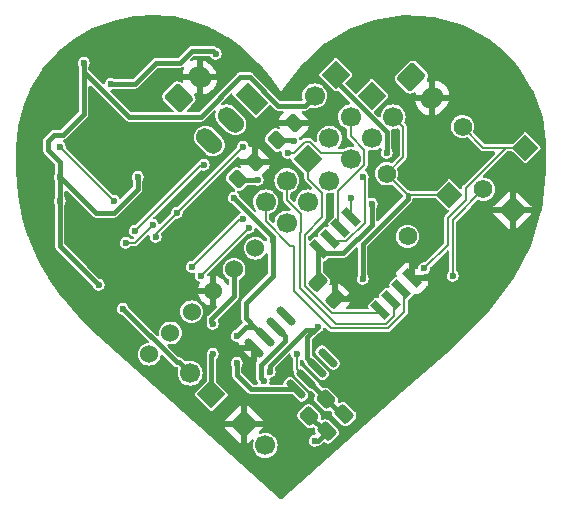
<source format=gtl>
G04 #@! TF.GenerationSoftware,KiCad,Pcbnew,(7.0.0)*
G04 #@! TF.CreationDate,2023-04-23T00:27:49-06:00*
G04 #@! TF.ProjectId,Fonocardiograma_V3A,466f6e6f-6361-4726-9469-6f6772616d61,rev?*
G04 #@! TF.SameCoordinates,Original*
G04 #@! TF.FileFunction,Copper,L1,Top*
G04 #@! TF.FilePolarity,Positive*
%FSLAX46Y46*%
G04 Gerber Fmt 4.6, Leading zero omitted, Abs format (unit mm)*
G04 Created by KiCad (PCBNEW (7.0.0)) date 2023-04-23 00:27:49*
%MOMM*%
%LPD*%
G01*
G04 APERTURE LIST*
G04 Aperture macros list*
%AMRoundRect*
0 Rectangle with rounded corners*
0 $1 Rounding radius*
0 $2 $3 $4 $5 $6 $7 $8 $9 X,Y pos of 4 corners*
0 Add a 4 corners polygon primitive as box body*
4,1,4,$2,$3,$4,$5,$6,$7,$8,$9,$2,$3,0*
0 Add four circle primitives for the rounded corners*
1,1,$1+$1,$2,$3*
1,1,$1+$1,$4,$5*
1,1,$1+$1,$6,$7*
1,1,$1+$1,$8,$9*
0 Add four rect primitives between the rounded corners*
20,1,$1+$1,$2,$3,$4,$5,0*
20,1,$1+$1,$4,$5,$6,$7,0*
20,1,$1+$1,$6,$7,$8,$9,0*
20,1,$1+$1,$8,$9,$2,$3,0*%
%AMHorizOval*
0 Thick line with rounded ends*
0 $1 width*
0 $2 $3 position (X,Y) of the first rounded end (center of the circle)*
0 $4 $5 position (X,Y) of the second rounded end (center of the circle)*
0 Add line between two ends*
20,1,$1,$2,$3,$4,$5,0*
0 Add two circle primitives to create the rounded ends*
1,1,$1,$2,$3*
1,1,$1,$4,$5*%
%AMRotRect*
0 Rectangle, with rotation*
0 The origin of the aperture is its center*
0 $1 length*
0 $2 width*
0 $3 Rotation angle, in degrees counterclockwise*
0 Add horizontal line*
21,1,$1,$2,0,0,$3*%
G04 Aperture macros list end*
G04 #@! TA.AperFunction,SMDPad,CuDef*
%ADD10RoundRect,0.150000X-0.689429X0.477297X0.477297X-0.689429X0.689429X-0.477297X-0.477297X0.689429X0*%
G04 #@! TD*
G04 #@! TA.AperFunction,ComponentPad*
%ADD11RotRect,1.700000X1.700000X135.000000*%
G04 #@! TD*
G04 #@! TA.AperFunction,ComponentPad*
%ADD12HorizOval,1.700000X0.000000X0.000000X0.000000X0.000000X0*%
G04 #@! TD*
G04 #@! TA.AperFunction,ComponentPad*
%ADD13RotRect,1.700000X1.700000X315.000000*%
G04 #@! TD*
G04 #@! TA.AperFunction,ComponentPad*
%ADD14HorizOval,1.700000X0.000000X0.000000X0.000000X0.000000X0*%
G04 #@! TD*
G04 #@! TA.AperFunction,SMDPad,CuDef*
%ADD15RoundRect,0.250000X0.574524X0.097227X0.097227X0.574524X-0.574524X-0.097227X-0.097227X-0.574524X0*%
G04 #@! TD*
G04 #@! TA.AperFunction,SMDPad,CuDef*
%ADD16RotRect,1.700000X0.650000X135.000000*%
G04 #@! TD*
G04 #@! TA.AperFunction,ComponentPad*
%ADD17C,1.524000*%
G04 #@! TD*
G04 #@! TA.AperFunction,SMDPad,CuDef*
%ADD18RoundRect,0.250000X-0.070711X0.565685X-0.565685X0.070711X0.070711X-0.565685X0.565685X-0.070711X0*%
G04 #@! TD*
G04 #@! TA.AperFunction,ComponentPad*
%ADD19RotRect,1.700000X1.700000X225.000000*%
G04 #@! TD*
G04 #@! TA.AperFunction,ComponentPad*
%ADD20HorizOval,1.700000X0.000000X0.000000X0.000000X0.000000X0*%
G04 #@! TD*
G04 #@! TA.AperFunction,ComponentPad*
%ADD21RotRect,1.700000X1.700000X45.000000*%
G04 #@! TD*
G04 #@! TA.AperFunction,ComponentPad*
%ADD22RotRect,1.560000X1.560000X225.000000*%
G04 #@! TD*
G04 #@! TA.AperFunction,ComponentPad*
%ADD23C,1.560000*%
G04 #@! TD*
G04 #@! TA.AperFunction,SMDPad,CuDef*
%ADD24RoundRect,0.250000X0.097227X-0.574524X0.574524X-0.097227X-0.097227X0.574524X-0.574524X0.097227X0*%
G04 #@! TD*
G04 #@! TA.AperFunction,SMDPad,CuDef*
%ADD25RoundRect,0.250000X-0.088388X0.548008X-0.548008X0.088388X0.088388X-0.548008X0.548008X-0.088388X0*%
G04 #@! TD*
G04 #@! TA.AperFunction,ComponentPad*
%ADD26RoundRect,0.250000X-0.954594X-0.106066X-0.106066X-0.954594X0.954594X0.106066X0.106066X0.954594X0*%
G04 #@! TD*
G04 #@! TA.AperFunction,ComponentPad*
%ADD27HorizOval,1.700000X-0.106066X-0.106066X0.106066X0.106066X0*%
G04 #@! TD*
G04 #@! TA.AperFunction,ComponentPad*
%ADD28RotRect,1.500000X2.500000X225.000000*%
G04 #@! TD*
G04 #@! TA.AperFunction,ComponentPad*
%ADD29HorizOval,1.500000X-0.353553X0.353553X0.353553X-0.353553X0*%
G04 #@! TD*
G04 #@! TA.AperFunction,ComponentPad*
%ADD30RoundRect,0.250000X0.106066X-0.954594X0.954594X-0.106066X-0.106066X0.954594X-0.954594X0.106066X0*%
G04 #@! TD*
G04 #@! TA.AperFunction,ComponentPad*
%ADD31HorizOval,1.700000X-0.106066X0.106066X0.106066X-0.106066X0*%
G04 #@! TD*
G04 #@! TA.AperFunction,ViaPad*
%ADD32C,0.600000*%
G04 #@! TD*
G04 #@! TA.AperFunction,Conductor*
%ADD33C,0.400000*%
G04 #@! TD*
G04 #@! TA.AperFunction,Conductor*
%ADD34C,0.200000*%
G04 #@! TD*
G04 APERTURE END LIST*
D10*
X101736025Y-74285974D03*
X100838000Y-75184000D03*
X99939974Y-76082026D03*
X99041948Y-76980051D03*
X102542127Y-80480230D03*
X103440152Y-79582204D03*
X104338178Y-78684178D03*
X105236204Y-77786153D03*
D11*
X95389561Y-80911561D03*
D12*
X93593510Y-79115510D03*
D13*
X98158438Y-83426438D03*
D14*
X99954489Y-85222489D03*
D15*
X105889623Y-72869623D03*
X104422377Y-71402377D03*
D16*
X109691900Y-73777977D03*
X110589926Y-72879952D03*
X111487952Y-71981926D03*
X112385977Y-71083900D03*
X107224098Y-65922021D03*
X106326072Y-66820046D03*
X105428046Y-67718072D03*
X104530021Y-68616098D03*
D17*
X90133897Y-77506102D03*
X91929948Y-75710051D03*
X93726000Y-73914000D03*
X95522051Y-72117949D03*
X97318102Y-70321897D03*
X99114153Y-68525846D03*
D18*
X105101107Y-81334893D03*
X103686893Y-82749107D03*
D19*
X105936050Y-53829948D03*
D20*
X104139999Y-55625999D03*
D21*
X120903999Y-65277999D03*
D22*
X121969686Y-60014152D03*
D23*
X116666386Y-58246386D03*
X118434153Y-63549687D03*
D24*
X105184377Y-84045623D03*
X106651623Y-82578377D03*
D25*
X102362000Y-57912000D03*
X100912432Y-59361568D03*
D26*
X112339639Y-54040594D03*
D27*
X114107405Y-55808360D03*
D25*
X99060000Y-61214000D03*
X97610432Y-62663568D03*
D28*
X98824050Y-55861948D03*
D29*
X97027999Y-57657999D03*
X95231948Y-59454050D03*
D13*
X103581199Y-61010799D03*
D14*
X105377250Y-62806850D03*
X101785148Y-62806850D03*
X103581199Y-64602901D03*
X99989097Y-64602901D03*
X101785148Y-66398953D03*
D22*
X115539300Y-63997766D03*
D23*
X110236000Y-62230000D03*
X112003767Y-67533301D03*
D13*
X108984050Y-55607948D03*
D14*
X110780101Y-57403999D03*
X107187999Y-57403999D03*
X108984050Y-59200050D03*
X105391948Y-59200050D03*
X107187999Y-60996102D03*
D30*
X92648594Y-55808361D03*
D31*
X94416360Y-54040593D03*
D32*
X86868000Y-54610000D03*
X95758000Y-52070000D03*
X116078000Y-49784000D03*
X98552000Y-77978000D03*
X107950000Y-71882000D03*
X84074000Y-73406000D03*
X104394000Y-76200000D03*
X122682000Y-57658000D03*
X101346000Y-89154000D03*
X92710000Y-81534000D03*
X95758000Y-50546000D03*
X115476052Y-76609439D03*
X113538000Y-66040000D03*
X109303146Y-82104610D03*
X79756000Y-57150000D03*
X121158000Y-69596000D03*
X89916000Y-78994000D03*
X104063378Y-86782169D03*
X105410000Y-65278000D03*
X83820000Y-51562000D03*
X112252687Y-79484592D03*
X98298000Y-52324000D03*
X123190000Y-61722000D03*
X119126000Y-51816000D03*
X87884000Y-49530000D03*
X111506000Y-49530000D03*
X113538000Y-61976000D03*
X106934000Y-79502000D03*
X99060000Y-87122000D03*
X81026000Y-54102000D03*
X121412000Y-54610000D03*
X91186000Y-49276000D03*
X87376000Y-76708000D03*
X92710000Y-64262000D03*
X122682000Y-65786000D03*
X96012000Y-84582000D03*
X81534000Y-69850000D03*
X106880125Y-84267650D03*
X80010000Y-65532000D03*
X110236000Y-64008000D03*
X79502000Y-61214000D03*
X118507880Y-73603254D03*
X107188000Y-50546000D03*
X85852000Y-71628000D03*
X100330000Y-78994000D03*
X82550000Y-64516000D03*
X104394000Y-75184000D03*
X84582000Y-52832000D03*
X89154000Y-62484000D03*
X87884000Y-73660000D03*
X82550000Y-62484000D03*
X82550000Y-59944000D03*
X87122000Y-64516000D03*
X99822000Y-79756000D03*
X104140000Y-84836000D03*
X99314000Y-62738000D03*
X102362000Y-59436000D03*
X108204000Y-62484000D03*
X108204000Y-71120000D03*
X102616000Y-77470000D03*
X107188000Y-64262000D03*
X98044000Y-59944000D03*
X92456000Y-65532000D03*
X90678000Y-67564000D03*
X101854000Y-60452000D03*
X93726000Y-70104000D03*
X98044000Y-66040000D03*
X94488000Y-70866000D03*
X98552000Y-66802000D03*
X94742000Y-61468000D03*
X88900000Y-67056000D03*
X97536000Y-78232000D03*
X100584000Y-67818000D03*
X97536000Y-75946000D03*
X97282000Y-64262000D03*
X90424000Y-66548000D03*
X88138000Y-68072000D03*
X113411000Y-70231000D03*
X115824000Y-70866000D03*
X110234051Y-60453949D03*
X108966000Y-64770000D03*
X95504000Y-77470000D03*
X95504000Y-74930000D03*
D33*
X86868000Y-54610000D02*
X88900000Y-54610000D01*
X92710000Y-52832000D02*
X93726000Y-51816000D01*
X95504000Y-51816000D02*
X95758000Y-52070000D01*
X90678000Y-52832000D02*
X92710000Y-52832000D01*
X93726000Y-51816000D02*
X95504000Y-51816000D01*
X88900000Y-54610000D02*
X90678000Y-52832000D01*
X106708377Y-72869623D02*
X107950000Y-71882000D01*
X105889623Y-72869623D02*
X106708377Y-72869623D01*
X104338178Y-78684178D02*
X103505000Y-77851000D01*
X84582000Y-53594000D02*
X84582000Y-57150000D01*
X94479045Y-57412955D02*
X88400955Y-57412955D01*
X82550000Y-64516000D02*
X82550000Y-68326000D01*
X104394000Y-75184000D02*
X103505000Y-76073000D01*
X92662888Y-78184888D02*
X92456000Y-78184888D01*
X104140000Y-75438000D02*
X104394000Y-75184000D01*
X104140000Y-55626000D02*
X103290000Y-56476000D01*
X82042000Y-58928000D02*
X81534000Y-59436000D01*
X100330000Y-78994000D02*
X100330000Y-78486000D01*
X82550000Y-62484000D02*
X85598000Y-65532000D01*
X81534000Y-59436000D02*
X81534000Y-60198000D01*
X88400955Y-57412955D02*
X84582000Y-53594000D01*
X100330000Y-78486000D02*
X103378000Y-75438000D01*
X103505000Y-77851000D02*
X103505000Y-76073000D01*
X87931112Y-73660000D02*
X92456000Y-78184888D01*
X87122000Y-65532000D02*
X89154000Y-63500000D01*
X82550000Y-62484000D02*
X82550000Y-64516000D01*
X93593511Y-79115511D02*
X92662888Y-78184888D01*
X98636185Y-54047735D02*
X97844265Y-54047735D01*
X84582000Y-57150000D02*
X82804000Y-58928000D01*
X82550000Y-61214000D02*
X82550000Y-62484000D01*
X89154000Y-63500000D02*
X89154000Y-62484000D01*
X84582000Y-52832000D02*
X84582000Y-53594000D01*
X87884000Y-73660000D02*
X87931112Y-73660000D01*
X101064450Y-56476000D02*
X98636185Y-54047735D01*
X82550000Y-68326000D02*
X85852000Y-71628000D01*
X97844265Y-54047735D02*
X94488000Y-57404000D01*
X94488000Y-57404000D02*
X94479045Y-57412955D01*
X85598000Y-65532000D02*
X87122000Y-65532000D01*
X103290000Y-56476000D02*
X101064450Y-56476000D01*
X81534000Y-60198000D02*
X82550000Y-61214000D01*
X103378000Y-75438000D02*
X104140000Y-75438000D01*
X82804000Y-58928000D02*
X82042000Y-58928000D01*
D34*
X82550000Y-59944000D02*
X87122000Y-64516000D01*
D33*
X104394000Y-84836000D02*
X104140000Y-84836000D01*
X105184377Y-84045623D02*
X104394000Y-84836000D01*
X100838000Y-75184000D02*
X101600000Y-75946000D01*
X101600000Y-75946000D02*
X101600000Y-76366544D01*
X105184377Y-84045623D02*
X104983409Y-84045623D01*
X99568000Y-79502000D02*
X99822000Y-79756000D01*
X99568000Y-78398544D02*
X99568000Y-79502000D01*
X101600000Y-76366544D02*
X99568000Y-78398544D01*
X104983409Y-84045623D02*
X103686893Y-82749107D01*
X97684864Y-62738000D02*
X97610432Y-62663568D01*
X99314000Y-62738000D02*
X97684864Y-62738000D01*
X100912432Y-59361568D02*
X102287568Y-59361568D01*
X102287568Y-59361568D02*
X102362000Y-59436000D01*
D34*
X108366000Y-66406467D02*
X108366000Y-62646000D01*
X106821570Y-67950897D02*
X108366000Y-66406467D01*
X105428047Y-67718073D02*
X105660871Y-67950897D01*
X108366000Y-62646000D02*
X108204000Y-62484000D01*
X105660871Y-67950897D02*
X106821570Y-67950897D01*
X115539301Y-63997767D02*
X112003767Y-63997767D01*
D33*
X112003767Y-64358761D02*
X108204000Y-68158528D01*
D34*
X112003767Y-63997767D02*
X110236000Y-62230000D01*
X110780102Y-57404000D02*
X111630102Y-58254000D01*
D33*
X112003767Y-63997767D02*
X112003767Y-64358761D01*
X108204000Y-68158528D02*
X108204000Y-71120000D01*
D34*
X111630102Y-60835898D02*
X110236000Y-62230000D01*
X111630102Y-58254000D02*
X111630102Y-60835898D01*
X106093249Y-63717200D02*
X108338000Y-61472449D01*
X106093249Y-66587223D02*
X106093249Y-63717200D01*
X108338000Y-61472449D02*
X108338000Y-60180346D01*
X106326073Y-66820047D02*
X106093249Y-66587223D01*
X107188000Y-59030346D02*
X107188000Y-57404000D01*
X108338000Y-60180346D02*
X107188000Y-59030346D01*
D33*
X106344591Y-82578377D02*
X105101107Y-81334893D01*
D34*
X102616000Y-78758052D02*
X102616000Y-77470000D01*
D33*
X106651623Y-82578377D02*
X106344591Y-82578377D01*
X104956893Y-81098945D02*
X103440152Y-79582204D01*
X104956893Y-81479107D02*
X104956893Y-81098945D01*
D34*
X103440152Y-79582204D02*
X102616000Y-78758052D01*
X107224099Y-65922022D02*
X107224099Y-64298099D01*
X103305282Y-59508718D02*
X102362000Y-60452000D01*
X106643897Y-60452000D02*
X104648746Y-60452000D01*
X102362000Y-60452000D02*
X101854000Y-60452000D01*
X98044000Y-59944000D02*
X90678000Y-67310000D01*
X107188000Y-60996103D02*
X106643897Y-60452000D01*
X90678000Y-67310000D02*
X90678000Y-67564000D01*
X104648746Y-60452000D02*
X103705464Y-59508718D01*
X103705464Y-59508718D02*
X103305282Y-59508718D01*
X103297853Y-67390147D02*
X104800027Y-65887973D01*
X109691901Y-73777978D02*
X109462091Y-74007788D01*
X103297853Y-71727422D02*
X103297853Y-67390147D01*
X103581200Y-62637146D02*
X103581200Y-61010800D01*
X104800027Y-63855973D02*
X103581200Y-62637146D01*
X105578219Y-74007788D02*
X103297853Y-71727422D01*
X104800027Y-65887973D02*
X104800027Y-63855973D01*
X109462091Y-74007788D02*
X105578219Y-74007788D01*
X110187397Y-74908828D02*
X105913573Y-74908828D01*
X110822751Y-73112777D02*
X110822751Y-74273474D01*
X105913573Y-74908828D02*
X102870000Y-71865255D01*
X103003976Y-67118338D02*
X103003976Y-65652024D01*
X103003976Y-65652024D02*
X101785149Y-64433197D01*
X102870000Y-71865255D02*
X102870000Y-67252314D01*
X110589927Y-72879953D02*
X110822751Y-73112777D01*
X102870000Y-67252314D02*
X103003976Y-67118338D01*
X101785149Y-64433197D02*
X101785149Y-62806851D01*
X110822751Y-74273474D02*
X110187397Y-74908828D01*
X98044000Y-66040000D02*
X97790000Y-66040000D01*
X97790000Y-66040000D02*
X93726000Y-70104000D01*
X102085849Y-68326000D02*
X99989098Y-66229249D01*
X99989098Y-66229249D02*
X99989098Y-64602902D01*
X111720777Y-73941133D02*
X110353082Y-75308828D01*
X110353082Y-75308828D02*
X105534828Y-75308828D01*
X102362000Y-68326000D02*
X102085849Y-68326000D01*
X111720777Y-73941133D02*
X111720777Y-72214751D01*
X111720777Y-72214751D02*
X111487953Y-71981927D01*
X105534828Y-75308828D02*
X102362000Y-72136000D01*
X102362000Y-72136000D02*
X102362000Y-68326000D01*
X94488000Y-70866000D02*
X98552000Y-66802000D01*
X94488000Y-61468000D02*
X94742000Y-61468000D01*
X88900000Y-67056000D02*
X94488000Y-61468000D01*
D33*
X98298000Y-75184000D02*
X99041948Y-75184000D01*
X97536000Y-79248000D02*
X97536000Y-78232000D01*
X99041948Y-75184000D02*
X99939974Y-76082026D01*
X98768230Y-80480230D02*
X97536000Y-79248000D01*
X98298000Y-74440052D02*
X99041948Y-75184000D01*
X100584000Y-67818000D02*
X100584000Y-70866000D01*
X97536000Y-75946000D02*
X98298000Y-75184000D01*
X98298000Y-73152000D02*
X98298000Y-74440052D01*
X100584000Y-67590050D02*
X97282000Y-64288050D01*
X97282000Y-64288050D02*
X97282000Y-64262000D01*
X102542127Y-80480230D02*
X98768230Y-80480230D01*
X100584000Y-70866000D02*
X98298000Y-73152000D01*
X100584000Y-67818000D02*
X100584000Y-67590050D01*
D34*
X88900000Y-68072000D02*
X88138000Y-68072000D01*
X90424000Y-66548000D02*
X88900000Y-68072000D01*
X116942388Y-64413612D02*
X116942388Y-63397612D01*
X121969687Y-60014153D02*
X120650000Y-60014153D01*
X115424000Y-68218000D02*
X115424000Y-65932000D01*
X116942388Y-63397612D02*
X120325847Y-60014153D01*
X120325847Y-60014153D02*
X120650000Y-60014153D01*
X120650000Y-60014153D02*
X118434153Y-60014153D01*
X115424000Y-65932000D02*
X116942388Y-64413612D01*
X118434153Y-60014153D02*
X116666386Y-58246386D01*
X113411000Y-70231000D02*
X115424000Y-68218000D01*
X115824000Y-66159840D02*
X118434153Y-63549687D01*
X115824000Y-70866000D02*
X115824000Y-66159840D01*
D33*
X104862846Y-68948923D02*
X106565077Y-68948923D01*
X108966000Y-66548000D02*
X108966000Y-64770000D01*
X105936051Y-54384284D02*
X105936051Y-53829949D01*
X110234051Y-58682284D02*
X105936051Y-54384284D01*
X110234051Y-60453949D02*
X110234051Y-58682284D01*
X104530022Y-68616099D02*
X104862846Y-68948923D01*
X106565077Y-68948923D02*
X108966000Y-66548000D01*
X104422377Y-68723744D02*
X104530022Y-68616099D01*
X104422377Y-71402377D02*
X104422377Y-68723744D01*
X95389562Y-74536438D02*
X95631000Y-74295000D01*
X97318102Y-72607898D02*
X97318102Y-70321897D01*
X95504000Y-74930000D02*
X95389562Y-74815562D01*
X95631000Y-74295000D02*
X97318102Y-72607898D01*
X95389562Y-80911562D02*
X95389562Y-77584438D01*
X95389562Y-77584438D02*
X95504000Y-77470000D01*
X95389562Y-74815562D02*
X95389562Y-74536438D01*
G04 #@! TA.AperFunction,Conductor*
G36*
X105742616Y-63846179D02*
G01*
X105779509Y-63890024D01*
X105792749Y-63945776D01*
X105792749Y-65816378D01*
X105783310Y-65863831D01*
X105756430Y-65904059D01*
X105343791Y-66316697D01*
X105343786Y-66316702D01*
X105339484Y-66321005D01*
X105336101Y-66326066D01*
X105336100Y-66326069D01*
X105313140Y-66360430D01*
X105313138Y-66360432D01*
X105306356Y-66370584D01*
X105303973Y-66382559D01*
X105303973Y-66382562D01*
X105300792Y-66398556D01*
X105290795Y-66448816D01*
X105293178Y-66460796D01*
X105297522Y-66482638D01*
X105306356Y-66527047D01*
X105313139Y-66537199D01*
X105317331Y-66547319D01*
X105326387Y-66604500D01*
X105308496Y-66659559D01*
X105267559Y-66700496D01*
X105212500Y-66718387D01*
X105155319Y-66709331D01*
X105145199Y-66705139D01*
X105135047Y-66698356D01*
X105123069Y-66695973D01*
X105123068Y-66695973D01*
X105068796Y-66685178D01*
X105056816Y-66682795D01*
X105044836Y-66685178D01*
X104990562Y-66695973D01*
X104990559Y-66695973D01*
X104978584Y-66698356D01*
X104968432Y-66705138D01*
X104968430Y-66705140D01*
X104934069Y-66728100D01*
X104929005Y-66731484D01*
X104924702Y-66735786D01*
X104924697Y-66735791D01*
X104445765Y-67214723D01*
X104445760Y-67214728D01*
X104441458Y-67219031D01*
X104438075Y-67224092D01*
X104438074Y-67224095D01*
X104415114Y-67258456D01*
X104415112Y-67258458D01*
X104408330Y-67268610D01*
X104405947Y-67280585D01*
X104405947Y-67280588D01*
X104396667Y-67327241D01*
X104392769Y-67346842D01*
X104395152Y-67358822D01*
X104405946Y-67413092D01*
X104405947Y-67413095D01*
X104408330Y-67425073D01*
X104415114Y-67435227D01*
X104419305Y-67445343D01*
X104428361Y-67502523D01*
X104410471Y-67557583D01*
X104369534Y-67598520D01*
X104314475Y-67616412D01*
X104257294Y-67607357D01*
X104247175Y-67603166D01*
X104237022Y-67596382D01*
X104158791Y-67580821D01*
X104146811Y-67583204D01*
X104092537Y-67593999D01*
X104092534Y-67593999D01*
X104080559Y-67596382D01*
X104070407Y-67603164D01*
X104070405Y-67603166D01*
X104050582Y-67616412D01*
X104030980Y-67629510D01*
X104026677Y-67633812D01*
X104026672Y-67633817D01*
X103810034Y-67850456D01*
X103760671Y-67880706D01*
X103702955Y-67885248D01*
X103649468Y-67863093D01*
X103611868Y-67819070D01*
X103598353Y-67762775D01*
X103598353Y-67565980D01*
X103607792Y-67518527D01*
X103634672Y-67478299D01*
X103967607Y-67145364D01*
X104975850Y-66137119D01*
X104978549Y-66134771D01*
X104984255Y-66131931D01*
X105015514Y-66097640D01*
X105019429Y-66093540D01*
X105032201Y-66080770D01*
X105035449Y-66076027D01*
X105035992Y-66075374D01*
X105039760Y-66071045D01*
X105052199Y-66057400D01*
X105059943Y-66048906D01*
X105064095Y-66038185D01*
X105068110Y-66031702D01*
X105070108Y-66027913D01*
X105073189Y-66020934D01*
X105079684Y-66011454D01*
X105085799Y-65985454D01*
X105090881Y-65969044D01*
X105093817Y-65961465D01*
X105100527Y-65944146D01*
X105100527Y-65932653D01*
X105101922Y-65925191D01*
X105102423Y-65920877D01*
X105102774Y-65913281D01*
X105105406Y-65902092D01*
X105101716Y-65875640D01*
X105100527Y-65858508D01*
X105100527Y-63971992D01*
X105119226Y-63906512D01*
X105169683Y-63860780D01*
X105236681Y-63848589D01*
X105371190Y-63861837D01*
X105377251Y-63862434D01*
X105583185Y-63842151D01*
X105602562Y-63836273D01*
X105632755Y-63827115D01*
X105689949Y-63823602D01*
X105742616Y-63846179D01*
G37*
G04 #@! TD.AperFunction*
G04 #@! TA.AperFunction,Conductor*
G36*
X111279469Y-58402678D02*
G01*
X111316362Y-58446524D01*
X111329602Y-58502276D01*
X111329602Y-60660065D01*
X111320163Y-60707518D01*
X111293283Y-60747746D01*
X110747702Y-61293325D01*
X110707473Y-61320205D01*
X110660020Y-61329644D01*
X110614660Y-61320620D01*
X110613037Y-61319753D01*
X110607213Y-61317986D01*
X110607210Y-61317985D01*
X110434042Y-61265455D01*
X110434037Y-61265454D01*
X110428212Y-61263687D01*
X110422153Y-61263090D01*
X110422147Y-61263089D01*
X110242062Y-61245353D01*
X110236000Y-61244756D01*
X110229938Y-61245353D01*
X110049852Y-61263089D01*
X110049844Y-61263090D01*
X110043788Y-61263687D01*
X110037964Y-61265453D01*
X110037957Y-61265455D01*
X109864794Y-61317984D01*
X109864792Y-61317984D01*
X109858963Y-61319753D01*
X109853596Y-61322621D01*
X109853588Y-61322625D01*
X109693998Y-61407929D01*
X109693993Y-61407932D01*
X109688628Y-61410800D01*
X109683924Y-61414659D01*
X109683920Y-61414663D01*
X109544033Y-61529464D01*
X109544027Y-61529469D01*
X109539327Y-61533327D01*
X109535469Y-61538027D01*
X109535464Y-61538033D01*
X109420663Y-61677920D01*
X109420659Y-61677924D01*
X109416800Y-61682628D01*
X109413932Y-61687993D01*
X109413929Y-61687998D01*
X109328625Y-61847588D01*
X109328621Y-61847596D01*
X109325753Y-61852963D01*
X109323987Y-61858786D01*
X109323984Y-61858794D01*
X109271455Y-62031957D01*
X109271453Y-62031964D01*
X109269687Y-62037788D01*
X109269090Y-62043844D01*
X109269089Y-62043852D01*
X109251701Y-62220401D01*
X109250756Y-62230000D01*
X109251353Y-62236062D01*
X109269089Y-62416147D01*
X109269090Y-62416153D01*
X109269687Y-62422212D01*
X109271454Y-62428037D01*
X109271455Y-62428042D01*
X109302504Y-62530396D01*
X109325753Y-62607037D01*
X109328623Y-62612406D01*
X109328625Y-62612411D01*
X109397734Y-62741703D01*
X109416800Y-62777372D01*
X109539327Y-62926673D01*
X109688628Y-63049200D01*
X109858963Y-63140247D01*
X110043788Y-63196313D01*
X110236000Y-63215244D01*
X110428212Y-63196313D01*
X110613037Y-63140247D01*
X110614659Y-63139379D01*
X110660017Y-63130355D01*
X110707472Y-63139793D01*
X110747703Y-63166674D01*
X111566948Y-63985919D01*
X111593828Y-64026147D01*
X111603267Y-64073600D01*
X111603267Y-64141506D01*
X111593828Y-64188959D01*
X111566948Y-64229187D01*
X109578181Y-66217954D01*
X109528818Y-66248204D01*
X109471102Y-66252746D01*
X109417615Y-66230591D01*
X109380015Y-66186568D01*
X109366500Y-66130273D01*
X109366500Y-65116158D01*
X109386074Y-65049492D01*
X109391377Y-65043373D01*
X109451165Y-64912457D01*
X109471647Y-64770000D01*
X109451165Y-64627543D01*
X109391377Y-64496627D01*
X109342424Y-64440132D01*
X109302934Y-64394557D01*
X109302932Y-64394555D01*
X109297128Y-64387857D01*
X109176053Y-64310047D01*
X109104853Y-64289141D01*
X109046473Y-64271999D01*
X109046470Y-64271998D01*
X109037961Y-64269500D01*
X108894039Y-64269500D01*
X108885530Y-64271998D01*
X108885526Y-64271999D01*
X108825434Y-64289644D01*
X108768483Y-64292697D01*
X108716189Y-64269934D01*
X108679616Y-64226171D01*
X108666500Y-64170667D01*
X108666500Y-62703059D01*
X108677707Y-62651545D01*
X108681116Y-62644081D01*
X108689165Y-62626457D01*
X108709647Y-62484000D01*
X108689165Y-62341543D01*
X108629377Y-62210627D01*
X108566309Y-62137842D01*
X108540934Y-62108557D01*
X108540932Y-62108555D01*
X108535128Y-62101857D01*
X108420114Y-62027942D01*
X108381659Y-61988794D01*
X108363865Y-61936882D01*
X108370217Y-61882375D01*
X108399469Y-61835949D01*
X108513830Y-61721588D01*
X108516520Y-61719248D01*
X108522228Y-61716407D01*
X108553487Y-61682116D01*
X108557402Y-61678016D01*
X108570174Y-61665246D01*
X108573422Y-61660503D01*
X108573965Y-61659850D01*
X108577733Y-61655521D01*
X108590174Y-61641874D01*
X108590173Y-61641874D01*
X108597916Y-61633382D01*
X108602067Y-61622663D01*
X108606070Y-61616200D01*
X108608077Y-61612393D01*
X108611158Y-61605414D01*
X108617656Y-61595930D01*
X108623772Y-61569921D01*
X108628843Y-61553546D01*
X108638500Y-61528622D01*
X108638500Y-61517126D01*
X108639896Y-61509659D01*
X108640396Y-61505354D01*
X108640747Y-61497756D01*
X108643379Y-61486568D01*
X108639689Y-61460116D01*
X108638500Y-61442984D01*
X108638500Y-60358065D01*
X108650406Y-60305047D01*
X108683837Y-60262210D01*
X108732375Y-60237780D01*
X108777987Y-60236662D01*
X108778117Y-60235351D01*
X108984051Y-60255634D01*
X109189985Y-60235351D01*
X109388005Y-60175283D01*
X109570501Y-60077736D01*
X109612697Y-60043106D01*
X109672834Y-60016353D01*
X109738196Y-60024147D01*
X109790359Y-60064296D01*
X109814625Y-60125485D01*
X109804154Y-60190472D01*
X109755760Y-60296440D01*
X109748886Y-60311492D01*
X109747624Y-60320265D01*
X109747623Y-60320271D01*
X109737600Y-60389987D01*
X109728404Y-60453949D01*
X109729666Y-60462726D01*
X109747623Y-60587626D01*
X109747624Y-60587630D01*
X109748886Y-60596406D01*
X109752570Y-60604474D01*
X109752571Y-60604475D01*
X109799629Y-60707518D01*
X109808674Y-60727322D01*
X109814481Y-60734024D01*
X109814482Y-60734025D01*
X109897116Y-60829391D01*
X109897118Y-60829393D01*
X109902923Y-60836092D01*
X110023998Y-60913902D01*
X110162090Y-60954449D01*
X110297141Y-60954449D01*
X110306012Y-60954449D01*
X110444104Y-60913902D01*
X110565179Y-60836092D01*
X110659428Y-60727322D01*
X110719216Y-60596406D01*
X110739698Y-60453949D01*
X110719216Y-60311492D01*
X110669632Y-60202919D01*
X110663111Y-60188640D01*
X110663110Y-60188638D01*
X110659428Y-60180576D01*
X110654125Y-60174456D01*
X110634551Y-60107791D01*
X110634551Y-58628611D01*
X110634551Y-58618851D01*
X110631534Y-58609567D01*
X110630158Y-58600877D01*
X110634148Y-58544900D01*
X110662406Y-58496415D01*
X110709144Y-58465353D01*
X110764785Y-58458074D01*
X110780102Y-58459583D01*
X110986036Y-58439300D01*
X111169607Y-58383614D01*
X111226802Y-58380102D01*
X111279469Y-58402678D01*
G37*
G04 #@! TD.AperFunction*
G04 #@! TA.AperFunction,Conductor*
G36*
X90564558Y-48778524D02*
G01*
X91736483Y-48874449D01*
X92182410Y-48910949D01*
X92199585Y-48913577D01*
X93771014Y-49268128D01*
X93787506Y-49273074D01*
X95298900Y-49843464D01*
X95314250Y-49850485D01*
X95531678Y-49968461D01*
X96751882Y-50630541D01*
X96765763Y-50639310D01*
X97016360Y-50821894D01*
X98115757Y-51622910D01*
X98127955Y-51633053D01*
X99376350Y-52814108D01*
X99386766Y-52825254D01*
X100520706Y-54199142D01*
X100527239Y-54207803D01*
X101080926Y-55012818D01*
X101079786Y-55013601D01*
X101079825Y-55013656D01*
X101080929Y-55012829D01*
X101080980Y-55012897D01*
X101081032Y-55012972D01*
X101079898Y-55013757D01*
X101079937Y-55013811D01*
X101081041Y-55012978D01*
X101313469Y-55320698D01*
X101313572Y-55320861D01*
X101313696Y-55320889D01*
X101313810Y-55320957D01*
X101313893Y-55320935D01*
X101313976Y-55320954D01*
X101314084Y-55320885D01*
X101314211Y-55320852D01*
X101314310Y-55320683D01*
X101724143Y-54743585D01*
X101728065Y-54738364D01*
X103266640Y-52799498D01*
X103281081Y-52784178D01*
X105056687Y-51195627D01*
X105074496Y-51182364D01*
X107041031Y-49975565D01*
X107062417Y-49965122D01*
X109169538Y-49176604D01*
X109194579Y-49170115D01*
X111707563Y-48792772D01*
X111733760Y-48791644D01*
X114244563Y-48949878D01*
X114270312Y-48954258D01*
X116675117Y-49630269D01*
X116700113Y-49640337D01*
X117187151Y-49901244D01*
X118896657Y-50817028D01*
X118916646Y-50830378D01*
X120166170Y-51853170D01*
X120177605Y-51863803D01*
X121222144Y-52965677D01*
X121284756Y-53031726D01*
X121299795Y-53051121D01*
X121353995Y-53137486D01*
X122584117Y-55097645D01*
X122595510Y-55120878D01*
X123438284Y-57419843D01*
X123444430Y-57443745D01*
X123762986Y-59523073D01*
X123764416Y-59541729D01*
X123766790Y-61964338D01*
X123765869Y-61979541D01*
X123349319Y-65379071D01*
X123345076Y-65399401D01*
X122467214Y-68345418D01*
X122458114Y-68367747D01*
X121033006Y-71076182D01*
X121021629Y-71093950D01*
X118959354Y-73780313D01*
X118950416Y-73790711D01*
X117501551Y-75298872D01*
X117497686Y-75302722D01*
X115241831Y-77452998D01*
X115238176Y-77456346D01*
X111549646Y-80701034D01*
X111549617Y-80701059D01*
X111549581Y-80701092D01*
X111549580Y-80701093D01*
X111549536Y-80701131D01*
X111549434Y-80701222D01*
X111549432Y-80701224D01*
X111549308Y-80701334D01*
X111549246Y-80701389D01*
X102161109Y-89082212D01*
X102160610Y-89081653D01*
X102160605Y-89081655D01*
X102161107Y-89082213D01*
X101394944Y-89771260D01*
X101342006Y-89799383D01*
X101282062Y-89799387D01*
X101229120Y-89771271D01*
X100462971Y-89082417D01*
X100463450Y-89081883D01*
X100463447Y-89081882D01*
X100462970Y-89082416D01*
X94428553Y-83679284D01*
X96525282Y-83679284D01*
X96527325Y-83690606D01*
X96528182Y-83692482D01*
X96536271Y-83705577D01*
X96566906Y-83743593D01*
X96571331Y-83748519D01*
X97836358Y-85013546D01*
X97841284Y-85017971D01*
X97879300Y-85048606D01*
X97892395Y-85056695D01*
X97894271Y-85057552D01*
X97905593Y-85059595D01*
X97908439Y-85048449D01*
X98408439Y-85048449D01*
X98411284Y-85059595D01*
X98422606Y-85057552D01*
X98424482Y-85056695D01*
X98437577Y-85048606D01*
X98475593Y-85017971D01*
X98480519Y-85013546D01*
X98761468Y-84732597D01*
X98817840Y-84700296D01*
X98882807Y-84700933D01*
X98938534Y-84734335D01*
X98969723Y-84791330D01*
X98967810Y-84856272D01*
X98920959Y-85010722D01*
X98920957Y-85010728D01*
X98919190Y-85016556D01*
X98918593Y-85022612D01*
X98918592Y-85022620D01*
X98905343Y-85157147D01*
X98898907Y-85222490D01*
X98899504Y-85228551D01*
X98918592Y-85422359D01*
X98918593Y-85422365D01*
X98919190Y-85428424D01*
X98979258Y-85626444D01*
X99076805Y-85808940D01*
X99208080Y-85968900D01*
X99368040Y-86100175D01*
X99550536Y-86197722D01*
X99748556Y-86257790D01*
X99954490Y-86278073D01*
X100160424Y-86257790D01*
X100358444Y-86197722D01*
X100540940Y-86100175D01*
X100700900Y-85968900D01*
X100832175Y-85808940D01*
X100929722Y-85626444D01*
X100989790Y-85428424D01*
X101010073Y-85222490D01*
X100989790Y-85016556D01*
X100929722Y-84818536D01*
X100832175Y-84636040D01*
X100700900Y-84476080D01*
X100540940Y-84344805D01*
X100430008Y-84285510D01*
X100363818Y-84250130D01*
X100363813Y-84250128D01*
X100358444Y-84247258D01*
X100263486Y-84218453D01*
X100166254Y-84188958D01*
X100166249Y-84188957D01*
X100160424Y-84187190D01*
X100154365Y-84186593D01*
X100154359Y-84186592D01*
X99960551Y-84167504D01*
X99954490Y-84166907D01*
X99948429Y-84167504D01*
X99754620Y-84186592D01*
X99754612Y-84186593D01*
X99748556Y-84187190D01*
X99742728Y-84188957D01*
X99742722Y-84188959D01*
X99588272Y-84235810D01*
X99523330Y-84237723D01*
X99466335Y-84206534D01*
X99432933Y-84150807D01*
X99432296Y-84085840D01*
X99464597Y-84029468D01*
X99745546Y-83748519D01*
X99749971Y-83743593D01*
X99780606Y-83705577D01*
X99788695Y-83692482D01*
X99789552Y-83690606D01*
X99791595Y-83679284D01*
X99780449Y-83676439D01*
X98424765Y-83676439D01*
X98411889Y-83679889D01*
X98408439Y-83692765D01*
X98408439Y-85048449D01*
X97908439Y-85048449D01*
X97908439Y-83692765D01*
X97904988Y-83679889D01*
X97892113Y-83676439D01*
X96536429Y-83676439D01*
X96525282Y-83679284D01*
X94428553Y-83679284D01*
X93863779Y-83173593D01*
X96525282Y-83173593D01*
X96536429Y-83176439D01*
X97892113Y-83176439D01*
X97904988Y-83172988D01*
X97908439Y-83160113D01*
X98408439Y-83160113D01*
X98411889Y-83172988D01*
X98424765Y-83176439D01*
X99780449Y-83176439D01*
X99791595Y-83173593D01*
X99789552Y-83162271D01*
X99788695Y-83160395D01*
X99780606Y-83147300D01*
X99749971Y-83109284D01*
X99745546Y-83104358D01*
X99319584Y-82678396D01*
X102665619Y-82678396D01*
X102685860Y-82812684D01*
X102689889Y-82821051D01*
X102689891Y-82821056D01*
X102693720Y-82829006D01*
X102744783Y-82935039D01*
X102749594Y-82940846D01*
X102749595Y-82940847D01*
X102762440Y-82956351D01*
X102762445Y-82956357D01*
X102764284Y-82958576D01*
X103477424Y-83671716D01*
X103479643Y-83673555D01*
X103479648Y-83673559D01*
X103491871Y-83683686D01*
X103500961Y-83691217D01*
X103547587Y-83713671D01*
X103597502Y-83737709D01*
X103623316Y-83750140D01*
X103757604Y-83770381D01*
X103891891Y-83750140D01*
X103967621Y-83713670D01*
X104016783Y-83701477D01*
X104066723Y-83709961D01*
X104109102Y-83737709D01*
X104131681Y-83760288D01*
X104161787Y-83809210D01*
X104166615Y-83866450D01*
X104163637Y-83886208D01*
X104154264Y-83948396D01*
X104174505Y-84082683D01*
X104178534Y-84091051D01*
X104178537Y-84091058D01*
X104210630Y-84157699D01*
X104222715Y-84218453D01*
X104203904Y-84277472D01*
X104158891Y-84320028D01*
X104098910Y-84335500D01*
X104068039Y-84335500D01*
X104059530Y-84337998D01*
X104059526Y-84337999D01*
X103938461Y-84373547D01*
X103929947Y-84376047D01*
X103922484Y-84380842D01*
X103922484Y-84380843D01*
X103816329Y-84449064D01*
X103816325Y-84449066D01*
X103808872Y-84453857D01*
X103803070Y-84460551D01*
X103803065Y-84460557D01*
X103720431Y-84555923D01*
X103720428Y-84555927D01*
X103714623Y-84562627D01*
X103710941Y-84570689D01*
X103710938Y-84570694D01*
X103658520Y-84685473D01*
X103654835Y-84693543D01*
X103653573Y-84702316D01*
X103653572Y-84702322D01*
X103637637Y-84813161D01*
X103634353Y-84836000D01*
X103635615Y-84844777D01*
X103653572Y-84969677D01*
X103653573Y-84969681D01*
X103654835Y-84978457D01*
X103658519Y-84986525D01*
X103658520Y-84986526D01*
X103698628Y-85074351D01*
X103714623Y-85109373D01*
X103720430Y-85116075D01*
X103720431Y-85116076D01*
X103803065Y-85211442D01*
X103803067Y-85211444D01*
X103808872Y-85218143D01*
X103929947Y-85295953D01*
X104068039Y-85336500D01*
X104203090Y-85336500D01*
X104211961Y-85336500D01*
X104350053Y-85295953D01*
X104418980Y-85251655D01*
X104457573Y-85236947D01*
X104457429Y-85236502D01*
X104466355Y-85233601D01*
X104466355Y-85233600D01*
X104478495Y-85229656D01*
X104497423Y-85225111D01*
X104519304Y-85221646D01*
X104539045Y-85211586D01*
X104557014Y-85204143D01*
X104578090Y-85197296D01*
X104596016Y-85184271D01*
X104612602Y-85174107D01*
X104632342Y-85164050D01*
X104654905Y-85141486D01*
X104654909Y-85141484D01*
X104822692Y-84973700D01*
X104878279Y-84941607D01*
X104942467Y-84941607D01*
X104997138Y-84973172D01*
X104997232Y-84973070D01*
X104997701Y-84973497D01*
X104998053Y-84973700D01*
X105001424Y-84977071D01*
X105024962Y-84996572D01*
X105031764Y-84999847D01*
X105031763Y-84999847D01*
X105133011Y-85048606D01*
X105147317Y-85055495D01*
X105281604Y-85075736D01*
X105415892Y-85055495D01*
X105538246Y-84996572D01*
X105561784Y-84977071D01*
X106115825Y-84423030D01*
X106135326Y-84399492D01*
X106194249Y-84277138D01*
X106214490Y-84142850D01*
X106194249Y-84008563D01*
X106135326Y-83886208D01*
X106115825Y-83862670D01*
X105367330Y-83114175D01*
X105365100Y-83112327D01*
X105365094Y-83112322D01*
X105349606Y-83099491D01*
X105343792Y-83094674D01*
X105336992Y-83091399D01*
X105336990Y-83091398D01*
X105229809Y-83039782D01*
X105229804Y-83039780D01*
X105221437Y-83035751D01*
X105087150Y-83015510D01*
X105077961Y-83016895D01*
X104962050Y-83034366D01*
X104962049Y-83034366D01*
X104952862Y-83035751D01*
X104944490Y-83039782D01*
X104944492Y-83039782D01*
X104865305Y-83077916D01*
X104799926Y-83089653D01*
X104737870Y-83065965D01*
X104696943Y-83013647D01*
X104688889Y-82947713D01*
X104690800Y-82935039D01*
X104708167Y-82819818D01*
X104687926Y-82685530D01*
X104629003Y-82563175D01*
X104618506Y-82550505D01*
X104611345Y-82541862D01*
X104611341Y-82541857D01*
X104609502Y-82539638D01*
X103896362Y-81826498D01*
X103894143Y-81824659D01*
X103894137Y-81824654D01*
X103878633Y-81811809D01*
X103878632Y-81811808D01*
X103872825Y-81806997D01*
X103866028Y-81803724D01*
X103866027Y-81803723D01*
X103758842Y-81752105D01*
X103758837Y-81752103D01*
X103750470Y-81748074D01*
X103616182Y-81727833D01*
X103606993Y-81729218D01*
X103491083Y-81746689D01*
X103491082Y-81746689D01*
X103481895Y-81748074D01*
X103473529Y-81752102D01*
X103473522Y-81752105D01*
X103366337Y-81803723D01*
X103366332Y-81803725D01*
X103359540Y-81806997D01*
X103353735Y-81811805D01*
X103353731Y-81811809D01*
X103338227Y-81824654D01*
X103338210Y-81824669D01*
X103336003Y-81826498D01*
X103333965Y-81828535D01*
X103333954Y-81828546D01*
X102766332Y-82396168D01*
X102766321Y-82396179D01*
X102764284Y-82398217D01*
X102762455Y-82400424D01*
X102762440Y-82400441D01*
X102749595Y-82415945D01*
X102749591Y-82415949D01*
X102744783Y-82421754D01*
X102741511Y-82428546D01*
X102741509Y-82428551D01*
X102689891Y-82535736D01*
X102689888Y-82535743D01*
X102685860Y-82544109D01*
X102665619Y-82678396D01*
X99319584Y-82678396D01*
X98480519Y-81839331D01*
X98475593Y-81834906D01*
X98437577Y-81804271D01*
X98424482Y-81796182D01*
X98422606Y-81795325D01*
X98411284Y-81793282D01*
X98408439Y-81804429D01*
X98408439Y-83160113D01*
X97908439Y-83160113D01*
X97908439Y-81804429D01*
X97905593Y-81793282D01*
X97894271Y-81795325D01*
X97892395Y-81796182D01*
X97879300Y-81804271D01*
X97841284Y-81834906D01*
X97836358Y-81839331D01*
X96571331Y-83104358D01*
X96566906Y-83109284D01*
X96536271Y-83147300D01*
X96528182Y-83160395D01*
X96527325Y-83162271D01*
X96525282Y-83173593D01*
X93863779Y-83173593D01*
X92020510Y-81523156D01*
X92022874Y-81520515D01*
X92022869Y-81520508D01*
X92020508Y-81523155D01*
X91334947Y-80911562D01*
X93983053Y-80911562D01*
X93998614Y-80989793D01*
X94031742Y-81039373D01*
X95261751Y-82269382D01*
X95311331Y-82302510D01*
X95389562Y-82318071D01*
X95467793Y-82302510D01*
X95517373Y-82269382D01*
X96747382Y-81039373D01*
X96780510Y-80989793D01*
X96796071Y-80911562D01*
X96780510Y-80833331D01*
X96747382Y-80783751D01*
X95826380Y-79862749D01*
X95799501Y-79822522D01*
X95790062Y-79775069D01*
X95790062Y-77946152D01*
X95801267Y-77894643D01*
X95831181Y-77854679D01*
X95835128Y-77852143D01*
X95929377Y-77743373D01*
X95989165Y-77612457D01*
X96009647Y-77470000D01*
X95989165Y-77327543D01*
X95945660Y-77232281D01*
X98165963Y-77232281D01*
X98170955Y-77240428D01*
X98781570Y-77851043D01*
X98789717Y-77856035D01*
X98791948Y-77846745D01*
X98791948Y-77246377D01*
X98788497Y-77233501D01*
X98775622Y-77230051D01*
X98175254Y-77230051D01*
X98165963Y-77232281D01*
X95945660Y-77232281D01*
X95929377Y-77196627D01*
X95897852Y-77160245D01*
X95840934Y-77094557D01*
X95840932Y-77094555D01*
X95835128Y-77087857D01*
X95714053Y-77010047D01*
X95658863Y-76993841D01*
X95584473Y-76971999D01*
X95584470Y-76971998D01*
X95575961Y-76969500D01*
X95432039Y-76969500D01*
X95423530Y-76971998D01*
X95423526Y-76971999D01*
X95302461Y-77007547D01*
X95293947Y-77010047D01*
X95286484Y-77014842D01*
X95286484Y-77014843D01*
X95180329Y-77083064D01*
X95180325Y-77083066D01*
X95172872Y-77087857D01*
X95167070Y-77094551D01*
X95167065Y-77094557D01*
X95084431Y-77189923D01*
X95084428Y-77189927D01*
X95078623Y-77196627D01*
X95074941Y-77204689D01*
X95074938Y-77204694D01*
X95022520Y-77319473D01*
X95018835Y-77327543D01*
X95017573Y-77336316D01*
X95017572Y-77336322D01*
X95002797Y-77439093D01*
X94998353Y-77470000D01*
X94998869Y-77473592D01*
X94993547Y-77507199D01*
X94992078Y-77511719D01*
X94992077Y-77511724D01*
X94989062Y-77521005D01*
X94989062Y-77530765D01*
X94989062Y-79775069D01*
X94979623Y-79822522D01*
X94952743Y-79862750D01*
X94036054Y-80779438D01*
X94036049Y-80779443D01*
X94031742Y-80783751D01*
X94028358Y-80788814D01*
X94028355Y-80788819D01*
X94005399Y-80823176D01*
X93998614Y-80833331D01*
X93983053Y-80911562D01*
X91334947Y-80911562D01*
X85783054Y-75958682D01*
X85777313Y-75953221D01*
X85536858Y-75709401D01*
X84111210Y-74263799D01*
X84105451Y-74257544D01*
X84075595Y-74222797D01*
X83592012Y-73660000D01*
X87378353Y-73660000D01*
X87379615Y-73668777D01*
X87397572Y-73793677D01*
X87397573Y-73793681D01*
X87398835Y-73802457D01*
X87402519Y-73810525D01*
X87402520Y-73810526D01*
X87452543Y-73920061D01*
X87458623Y-73933373D01*
X87464430Y-73940075D01*
X87464431Y-73940076D01*
X87547065Y-74035442D01*
X87547067Y-74035444D01*
X87552872Y-74042143D01*
X87673947Y-74119953D01*
X87812039Y-74160500D01*
X87820911Y-74160500D01*
X87829687Y-74161762D01*
X87829423Y-74163596D01*
X87861310Y-74169939D01*
X87901538Y-74196819D01*
X90048436Y-76343717D01*
X90081742Y-76404229D01*
X90077507Y-76473172D01*
X90037044Y-76529152D01*
X89972910Y-76554801D01*
X89951278Y-76556931D01*
X89951270Y-76556932D01*
X89945214Y-76557529D01*
X89939390Y-76559295D01*
X89939383Y-76559297D01*
X89769608Y-76610797D01*
X89769601Y-76610799D01*
X89763782Y-76612565D01*
X89758416Y-76615432D01*
X89758409Y-76615436D01*
X89601949Y-76699065D01*
X89601938Y-76699072D01*
X89596573Y-76701940D01*
X89591861Y-76705806D01*
X89591861Y-76705807D01*
X89454720Y-76818356D01*
X89454715Y-76818360D01*
X89450014Y-76822219D01*
X89446155Y-76826920D01*
X89446151Y-76826925D01*
X89333602Y-76964066D01*
X89329735Y-76968778D01*
X89326867Y-76974143D01*
X89326860Y-76974154D01*
X89243231Y-77130614D01*
X89243227Y-77130621D01*
X89240360Y-77135987D01*
X89238594Y-77141806D01*
X89238592Y-77141813D01*
X89187092Y-77311588D01*
X89187090Y-77311595D01*
X89185324Y-77317419D01*
X89184727Y-77323475D01*
X89184726Y-77323483D01*
X89171160Y-77461223D01*
X89166740Y-77506102D01*
X89167337Y-77512163D01*
X89184726Y-77688720D01*
X89184727Y-77688726D01*
X89185324Y-77694785D01*
X89187091Y-77700610D01*
X89187092Y-77700615D01*
X89238592Y-77870390D01*
X89240360Y-77876217D01*
X89243229Y-77881585D01*
X89243231Y-77881589D01*
X89326860Y-78038049D01*
X89326864Y-78038055D01*
X89329735Y-78043426D01*
X89450014Y-78189985D01*
X89596573Y-78310264D01*
X89601945Y-78313135D01*
X89601949Y-78313138D01*
X89731766Y-78382526D01*
X89763782Y-78399639D01*
X89945214Y-78454675D01*
X90133897Y-78473259D01*
X90322580Y-78454675D01*
X90504012Y-78399639D01*
X90671221Y-78310264D01*
X90817780Y-78189985D01*
X90938059Y-78043426D01*
X91027434Y-77876217D01*
X91082470Y-77694785D01*
X91085197Y-77667090D01*
X91110843Y-77602956D01*
X91166824Y-77562492D01*
X91235768Y-77558256D01*
X91296281Y-77591562D01*
X92195091Y-78490372D01*
X92195094Y-78490374D01*
X92217658Y-78512938D01*
X92237396Y-78522995D01*
X92253984Y-78533161D01*
X92264010Y-78540445D01*
X92264012Y-78540446D01*
X92271910Y-78546184D01*
X92292981Y-78553030D01*
X92310954Y-78560474D01*
X92330696Y-78570534D01*
X92352581Y-78574000D01*
X92371489Y-78578539D01*
X92392567Y-78585388D01*
X92424481Y-78585388D01*
X92445633Y-78585388D01*
X92493086Y-78594827D01*
X92533314Y-78621707D01*
X92566861Y-78655254D01*
X92599464Y-78712805D01*
X92597841Y-78778929D01*
X92559980Y-78903742D01*
X92559978Y-78903751D01*
X92558211Y-78909577D01*
X92557614Y-78915633D01*
X92557613Y-78915641D01*
X92549896Y-78994000D01*
X92537928Y-79115511D01*
X92538525Y-79121572D01*
X92557613Y-79315380D01*
X92557614Y-79315386D01*
X92558211Y-79321445D01*
X92559978Y-79327270D01*
X92559979Y-79327275D01*
X92576642Y-79382206D01*
X92618279Y-79519465D01*
X92621149Y-79524834D01*
X92621151Y-79524839D01*
X92686796Y-79647651D01*
X92715826Y-79701961D01*
X92719689Y-79706668D01*
X92825154Y-79835179D01*
X92847101Y-79861921D01*
X93007061Y-79993196D01*
X93189557Y-80090743D01*
X93387577Y-80150811D01*
X93593511Y-80171094D01*
X93799445Y-80150811D01*
X93997465Y-80090743D01*
X94179961Y-79993196D01*
X94339921Y-79861921D01*
X94471196Y-79701961D01*
X94568743Y-79519465D01*
X94628811Y-79321445D01*
X94649094Y-79115511D01*
X94628811Y-78909577D01*
X94568743Y-78711557D01*
X94471196Y-78529061D01*
X94339921Y-78369101D01*
X94310396Y-78344871D01*
X94212517Y-78264544D01*
X94179961Y-78237826D01*
X94174590Y-78234955D01*
X94002839Y-78143151D01*
X94002834Y-78143149D01*
X93997465Y-78140279D01*
X93903941Y-78111909D01*
X93805275Y-78081979D01*
X93805270Y-78081978D01*
X93799445Y-78080211D01*
X93793386Y-78079614D01*
X93793380Y-78079613D01*
X93599572Y-78060525D01*
X93593511Y-78059928D01*
X93587450Y-78060525D01*
X93393641Y-78079613D01*
X93393633Y-78079614D01*
X93387577Y-78080211D01*
X93381751Y-78081978D01*
X93381742Y-78081980D01*
X93256929Y-78119841D01*
X93190805Y-78121464D01*
X93133254Y-78088861D01*
X92923804Y-77879411D01*
X92923803Y-77879410D01*
X92923797Y-77879404D01*
X92923793Y-77879401D01*
X92901230Y-77856838D01*
X92892537Y-77852408D01*
X92892535Y-77852407D01*
X92881486Y-77846777D01*
X92864903Y-77836614D01*
X92854875Y-77829328D01*
X92854868Y-77829324D01*
X92846978Y-77823592D01*
X92825907Y-77816745D01*
X92807932Y-77809300D01*
X92796887Y-77803672D01*
X92796884Y-77803671D01*
X92788192Y-77799242D01*
X92778555Y-77797715D01*
X92778554Y-77797715D01*
X92766306Y-77795775D01*
X92747394Y-77791234D01*
X92735605Y-77787404D01*
X92735602Y-77787403D01*
X92726321Y-77784388D01*
X92716561Y-77784388D01*
X92673255Y-77784388D01*
X92625802Y-77774949D01*
X92585574Y-77748069D01*
X91714400Y-76876895D01*
X91683420Y-76825209D01*
X91680464Y-76765023D01*
X91706228Y-76710549D01*
X91754628Y-76674653D01*
X91814234Y-76665811D01*
X91929948Y-76677208D01*
X92118631Y-76658624D01*
X92300063Y-76603588D01*
X92467272Y-76514213D01*
X92613831Y-76393934D01*
X92734110Y-76247375D01*
X92823485Y-76080166D01*
X92878521Y-75898734D01*
X92897105Y-75710051D01*
X92878521Y-75521368D01*
X92823485Y-75339936D01*
X92802999Y-75301610D01*
X92736984Y-75178103D01*
X92736981Y-75178099D01*
X92734110Y-75172727D01*
X92613831Y-75026168D01*
X92467272Y-74905889D01*
X92461901Y-74903018D01*
X92461895Y-74903014D01*
X92305435Y-74819385D01*
X92305431Y-74819383D01*
X92300063Y-74816514D01*
X92294239Y-74814747D01*
X92294236Y-74814746D01*
X92124461Y-74763246D01*
X92124456Y-74763245D01*
X92118631Y-74761478D01*
X92112572Y-74760881D01*
X92112566Y-74760880D01*
X91936009Y-74743491D01*
X91929948Y-74742894D01*
X91923887Y-74743491D01*
X91747329Y-74760880D01*
X91747321Y-74760881D01*
X91741265Y-74761478D01*
X91735441Y-74763244D01*
X91735434Y-74763246D01*
X91565659Y-74814746D01*
X91565652Y-74814748D01*
X91559833Y-74816514D01*
X91554467Y-74819381D01*
X91554460Y-74819385D01*
X91398000Y-74903014D01*
X91397989Y-74903021D01*
X91392624Y-74905889D01*
X91387912Y-74909755D01*
X91387912Y-74909756D01*
X91250771Y-75022305D01*
X91250766Y-75022309D01*
X91246065Y-75026168D01*
X91242206Y-75030869D01*
X91242202Y-75030874D01*
X91129653Y-75168015D01*
X91125786Y-75172727D01*
X91122918Y-75178092D01*
X91122911Y-75178103D01*
X91039282Y-75334563D01*
X91039278Y-75334570D01*
X91036411Y-75339936D01*
X91034645Y-75345755D01*
X91034643Y-75345762D01*
X90983143Y-75515537D01*
X90983141Y-75515544D01*
X90981375Y-75521368D01*
X90980778Y-75527424D01*
X90980777Y-75527432D01*
X90969301Y-75643953D01*
X90962791Y-75710051D01*
X90963388Y-75716112D01*
X90963388Y-75716114D01*
X90974187Y-75825764D01*
X90965345Y-75885370D01*
X90929448Y-75933771D01*
X90874975Y-75959534D01*
X90814789Y-75956578D01*
X90763103Y-75925598D01*
X88751505Y-73914000D01*
X92758843Y-73914000D01*
X92759440Y-73920061D01*
X92776829Y-74096618D01*
X92776830Y-74096624D01*
X92777427Y-74102683D01*
X92779194Y-74108508D01*
X92779195Y-74108513D01*
X92829859Y-74275532D01*
X92832463Y-74284115D01*
X92835332Y-74289483D01*
X92835334Y-74289487D01*
X92918963Y-74445947D01*
X92918967Y-74445953D01*
X92921838Y-74451324D01*
X93042117Y-74597883D01*
X93188676Y-74718162D01*
X93194048Y-74721033D01*
X93194052Y-74721036D01*
X93318479Y-74787543D01*
X93355885Y-74807537D01*
X93537317Y-74862573D01*
X93726000Y-74881157D01*
X93747951Y-74878995D01*
X94989062Y-74878995D01*
X94992077Y-74888275D01*
X94992078Y-74888280D01*
X94993546Y-74892798D01*
X94998869Y-74926407D01*
X94998353Y-74930000D01*
X94999615Y-74938777D01*
X95017572Y-75063677D01*
X95017573Y-75063681D01*
X95018835Y-75072457D01*
X95022519Y-75080525D01*
X95022520Y-75080526D01*
X95069775Y-75184000D01*
X95078623Y-75203373D01*
X95084430Y-75210075D01*
X95084431Y-75210076D01*
X95167065Y-75305442D01*
X95167067Y-75305444D01*
X95172872Y-75312143D01*
X95293947Y-75389953D01*
X95432039Y-75430500D01*
X95567090Y-75430500D01*
X95575961Y-75430500D01*
X95714053Y-75389953D01*
X95835128Y-75312143D01*
X95929377Y-75203373D01*
X95989165Y-75072457D01*
X96009647Y-74930000D01*
X95989165Y-74787543D01*
X95935791Y-74670672D01*
X95924622Y-74622118D01*
X95933469Y-74573080D01*
X95960904Y-74531487D01*
X97623586Y-72868807D01*
X97623588Y-72868803D01*
X97646152Y-72846240D01*
X97656207Y-72826504D01*
X97666371Y-72809916D01*
X97679399Y-72791987D01*
X97686244Y-72770917D01*
X97693692Y-72752936D01*
X97703748Y-72733202D01*
X97707214Y-72711313D01*
X97711754Y-72692405D01*
X97718602Y-72671331D01*
X97718602Y-72544465D01*
X97718602Y-71273515D01*
X97736244Y-71209766D01*
X97784148Y-71164157D01*
X97855426Y-71126059D01*
X98001985Y-71005780D01*
X98122264Y-70859221D01*
X98211639Y-70692012D01*
X98266675Y-70510580D01*
X98285259Y-70321897D01*
X98266675Y-70133214D01*
X98211639Y-69951782D01*
X98197401Y-69925144D01*
X98125138Y-69789949D01*
X98125135Y-69789945D01*
X98122264Y-69784573D01*
X98001985Y-69638014D01*
X97855426Y-69517735D01*
X97850055Y-69514864D01*
X97850049Y-69514860D01*
X97693589Y-69431231D01*
X97693585Y-69431229D01*
X97688217Y-69428360D01*
X97682393Y-69426593D01*
X97682390Y-69426592D01*
X97512615Y-69375092D01*
X97512610Y-69375091D01*
X97506785Y-69373324D01*
X97500726Y-69372727D01*
X97500720Y-69372726D01*
X97324163Y-69355337D01*
X97318102Y-69354740D01*
X97312041Y-69355337D01*
X97135483Y-69372726D01*
X97135475Y-69372727D01*
X97129419Y-69373324D01*
X97123595Y-69375090D01*
X97123588Y-69375092D01*
X96953813Y-69426592D01*
X96953806Y-69426594D01*
X96947987Y-69428360D01*
X96942621Y-69431227D01*
X96942614Y-69431231D01*
X96786154Y-69514860D01*
X96786143Y-69514867D01*
X96780778Y-69517735D01*
X96776066Y-69521601D01*
X96776066Y-69521602D01*
X96638925Y-69634151D01*
X96638920Y-69634155D01*
X96634219Y-69638014D01*
X96630360Y-69642715D01*
X96630356Y-69642720D01*
X96517807Y-69779861D01*
X96513940Y-69784573D01*
X96511072Y-69789938D01*
X96511065Y-69789949D01*
X96427436Y-69946409D01*
X96427432Y-69946416D01*
X96424565Y-69951782D01*
X96422799Y-69957601D01*
X96422797Y-69957608D01*
X96371297Y-70127383D01*
X96371295Y-70127390D01*
X96369529Y-70133214D01*
X96368932Y-70139270D01*
X96368931Y-70139278D01*
X96356498Y-70265520D01*
X96350945Y-70321897D01*
X96351542Y-70327958D01*
X96368931Y-70504515D01*
X96368932Y-70504521D01*
X96369529Y-70510580D01*
X96371296Y-70516405D01*
X96371297Y-70516410D01*
X96422797Y-70686185D01*
X96424565Y-70692012D01*
X96427434Y-70697380D01*
X96427436Y-70697384D01*
X96511065Y-70853844D01*
X96511069Y-70853850D01*
X96513940Y-70859221D01*
X96634219Y-71005780D01*
X96780778Y-71126059D01*
X96852055Y-71164157D01*
X96899960Y-71209766D01*
X96917602Y-71273515D01*
X96917602Y-71565244D01*
X96899891Y-71629109D01*
X96851816Y-71674730D01*
X96787112Y-71689074D01*
X96724262Y-71668045D01*
X96681220Y-71617649D01*
X96621439Y-71489449D01*
X96616041Y-71480099D01*
X96495597Y-71308087D01*
X96488662Y-71299822D01*
X96340179Y-71151339D01*
X96331913Y-71144402D01*
X96159899Y-71023957D01*
X96150547Y-71018558D01*
X95960239Y-70929816D01*
X95950098Y-70926125D01*
X95785831Y-70882110D01*
X95774602Y-70881742D01*
X95772051Y-70892685D01*
X95772051Y-73343213D01*
X95775034Y-73356009D01*
X95777508Y-73359024D01*
X95816218Y-73389488D01*
X95840461Y-73443579D01*
X95836826Y-73502742D01*
X95806145Y-73553459D01*
X95370091Y-73989515D01*
X95370088Y-73989518D01*
X95084078Y-74275529D01*
X95084075Y-74275532D01*
X95068413Y-74291193D01*
X95068408Y-74291199D01*
X95061512Y-74298096D01*
X95057082Y-74306787D01*
X95057077Y-74306796D01*
X95051452Y-74317836D01*
X95041293Y-74334414D01*
X95034004Y-74344447D01*
X95033999Y-74344456D01*
X95028266Y-74352348D01*
X95025252Y-74361622D01*
X95025247Y-74361633D01*
X95021416Y-74373425D01*
X95013974Y-74391392D01*
X95008345Y-74402438D01*
X95008341Y-74402447D01*
X95003916Y-74411134D01*
X95002389Y-74420768D01*
X95002390Y-74420768D01*
X95000449Y-74433020D01*
X94995909Y-74451930D01*
X94992077Y-74463723D01*
X94992076Y-74463726D01*
X94989062Y-74473005D01*
X94989062Y-74504919D01*
X94989062Y-74752129D01*
X94989062Y-74878995D01*
X93747951Y-74878995D01*
X93914683Y-74862573D01*
X94096115Y-74807537D01*
X94263324Y-74718162D01*
X94409883Y-74597883D01*
X94530162Y-74451324D01*
X94619537Y-74284115D01*
X94674573Y-74102683D01*
X94693157Y-73914000D01*
X94674573Y-73725317D01*
X94619537Y-73543885D01*
X94581647Y-73472997D01*
X94533036Y-73382052D01*
X94533033Y-73382048D01*
X94530162Y-73376676D01*
X94409883Y-73230117D01*
X94263324Y-73109838D01*
X94257953Y-73106967D01*
X94257947Y-73106963D01*
X94101487Y-73023334D01*
X94101483Y-73023332D01*
X94096115Y-73020463D01*
X94090291Y-73018696D01*
X94090288Y-73018695D01*
X93920513Y-72967195D01*
X93920508Y-72967194D01*
X93914683Y-72965427D01*
X93908624Y-72964830D01*
X93908618Y-72964829D01*
X93732061Y-72947440D01*
X93726000Y-72946843D01*
X93719939Y-72947440D01*
X93543381Y-72964829D01*
X93543373Y-72964830D01*
X93537317Y-72965427D01*
X93531493Y-72967193D01*
X93531486Y-72967195D01*
X93361711Y-73018695D01*
X93361704Y-73018697D01*
X93355885Y-73020463D01*
X93350519Y-73023330D01*
X93350512Y-73023334D01*
X93194052Y-73106963D01*
X93194041Y-73106970D01*
X93188676Y-73109838D01*
X93183964Y-73113704D01*
X93183964Y-73113705D01*
X93046823Y-73226254D01*
X93046818Y-73226258D01*
X93042117Y-73230117D01*
X93038258Y-73234818D01*
X93038254Y-73234823D01*
X92940623Y-73353787D01*
X92921838Y-73376676D01*
X92918970Y-73382041D01*
X92918963Y-73382052D01*
X92835334Y-73538512D01*
X92835330Y-73538519D01*
X92832463Y-73543885D01*
X92830697Y-73549704D01*
X92830695Y-73549711D01*
X92779195Y-73719486D01*
X92779193Y-73719493D01*
X92777427Y-73725317D01*
X92776830Y-73731373D01*
X92776829Y-73731381D01*
X92763456Y-73867165D01*
X92758843Y-73914000D01*
X88751505Y-73914000D01*
X88395550Y-73558045D01*
X88371018Y-73516696D01*
X88369165Y-73517543D01*
X88309377Y-73386627D01*
X88259023Y-73328515D01*
X88220934Y-73284557D01*
X88220932Y-73284555D01*
X88215128Y-73277857D01*
X88094053Y-73200047D01*
X88030148Y-73181283D01*
X87964473Y-73161999D01*
X87964470Y-73161998D01*
X87955961Y-73159500D01*
X87812039Y-73159500D01*
X87803530Y-73161998D01*
X87803526Y-73161999D01*
X87682461Y-73197547D01*
X87673947Y-73200047D01*
X87666484Y-73204842D01*
X87666484Y-73204843D01*
X87560329Y-73273064D01*
X87560325Y-73273066D01*
X87552872Y-73277857D01*
X87547070Y-73284551D01*
X87547065Y-73284557D01*
X87464431Y-73379923D01*
X87464428Y-73379927D01*
X87458623Y-73386627D01*
X87454941Y-73394689D01*
X87454938Y-73394694D01*
X87405594Y-73502742D01*
X87398835Y-73517543D01*
X87397573Y-73526316D01*
X87397572Y-73526322D01*
X87386593Y-73602686D01*
X87378353Y-73660000D01*
X83592012Y-73660000D01*
X82708580Y-72631857D01*
X82701863Y-72623306D01*
X82520653Y-72370500D01*
X94285844Y-72370500D01*
X94286212Y-72381729D01*
X94330227Y-72545996D01*
X94333918Y-72556137D01*
X94422660Y-72746445D01*
X94428059Y-72755797D01*
X94548504Y-72927811D01*
X94555441Y-72936077D01*
X94703922Y-73084558D01*
X94712188Y-73091495D01*
X94884202Y-73211940D01*
X94893554Y-73217339D01*
X95083862Y-73306081D01*
X95094003Y-73309772D01*
X95258270Y-73353787D01*
X95269499Y-73354155D01*
X95272051Y-73343213D01*
X95272051Y-72384275D01*
X95268600Y-72371399D01*
X95255725Y-72367949D01*
X94296787Y-72367949D01*
X94285844Y-72370500D01*
X82520653Y-72370500D01*
X81555178Y-71023567D01*
X81548158Y-71012598D01*
X81544283Y-71005780D01*
X80994334Y-70038102D01*
X80631679Y-69399983D01*
X80625333Y-69387143D01*
X79918954Y-67722118D01*
X79914128Y-67708622D01*
X79822805Y-67397581D01*
X79398129Y-65951153D01*
X79395122Y-65938479D01*
X79394031Y-65932500D01*
X79050403Y-64048609D01*
X79048926Y-64037867D01*
X79046917Y-64016309D01*
X78856897Y-61977004D01*
X78856371Y-61966924D01*
X78836845Y-60261433D01*
X81133500Y-60261433D01*
X81136515Y-60270714D01*
X81136516Y-60270717D01*
X81140346Y-60282506D01*
X81144887Y-60301418D01*
X81145204Y-60303422D01*
X81148354Y-60323304D01*
X81152783Y-60331996D01*
X81152784Y-60331999D01*
X81158412Y-60343044D01*
X81165857Y-60361019D01*
X81172704Y-60382090D01*
X81178436Y-60389980D01*
X81178440Y-60389987D01*
X81185726Y-60400015D01*
X81195889Y-60416598D01*
X81205950Y-60436342D01*
X81212850Y-60443241D01*
X81212850Y-60443242D01*
X81228513Y-60458905D01*
X81228516Y-60458909D01*
X82113181Y-61343574D01*
X82140061Y-61383802D01*
X82149500Y-61431255D01*
X82149500Y-62137842D01*
X82129925Y-62204507D01*
X82124623Y-62210627D01*
X82120943Y-62218684D01*
X82120939Y-62218691D01*
X82068520Y-62333473D01*
X82068519Y-62333475D01*
X82064835Y-62341543D01*
X82063573Y-62350316D01*
X82063572Y-62350322D01*
X82052538Y-62427071D01*
X82044353Y-62484000D01*
X82045615Y-62492777D01*
X82063572Y-62617677D01*
X82063573Y-62617681D01*
X82064835Y-62626457D01*
X82068519Y-62634525D01*
X82068520Y-62634526D01*
X82120939Y-62749308D01*
X82120941Y-62749312D01*
X82124623Y-62757373D01*
X82129925Y-62763492D01*
X82149500Y-62830158D01*
X82149500Y-64169842D01*
X82129925Y-64236507D01*
X82124623Y-64242627D01*
X82120943Y-64250684D01*
X82120939Y-64250691D01*
X82068726Y-64365023D01*
X82064835Y-64373543D01*
X82063573Y-64382316D01*
X82063572Y-64382322D01*
X82048614Y-64486361D01*
X82044353Y-64516000D01*
X82045615Y-64524777D01*
X82063572Y-64649677D01*
X82063573Y-64649681D01*
X82064835Y-64658457D01*
X82068519Y-64666525D01*
X82068520Y-64666526D01*
X82120939Y-64781308D01*
X82120941Y-64781312D01*
X82124623Y-64789373D01*
X82129925Y-64795492D01*
X82149500Y-64862158D01*
X82149500Y-68262567D01*
X82149500Y-68389433D01*
X82152515Y-68398714D01*
X82152516Y-68398717D01*
X82156346Y-68410506D01*
X82160887Y-68429418D01*
X82164354Y-68451304D01*
X82168783Y-68459996D01*
X82168784Y-68459999D01*
X82174412Y-68471044D01*
X82181857Y-68489019D01*
X82188704Y-68510090D01*
X82194436Y-68517980D01*
X82194440Y-68517987D01*
X82201726Y-68528015D01*
X82211889Y-68544598D01*
X82216741Y-68554121D01*
X82221950Y-68564342D01*
X82244513Y-68586905D01*
X82244516Y-68586909D01*
X83796885Y-70139278D01*
X85327369Y-71669761D01*
X85350572Y-71701937D01*
X85362426Y-71739793D01*
X85365572Y-71761678D01*
X85365573Y-71761683D01*
X85366835Y-71770457D01*
X85370519Y-71778525D01*
X85370520Y-71778526D01*
X85411358Y-71867949D01*
X85426623Y-71901373D01*
X85432430Y-71908075D01*
X85432431Y-71908076D01*
X85515065Y-72003442D01*
X85515067Y-72003444D01*
X85520872Y-72010143D01*
X85641947Y-72087953D01*
X85780039Y-72128500D01*
X85915090Y-72128500D01*
X85923961Y-72128500D01*
X86062053Y-72087953D01*
X86183128Y-72010143D01*
X86277377Y-71901373D01*
X86337165Y-71770457D01*
X86357647Y-71628000D01*
X86337165Y-71485543D01*
X86277377Y-71354627D01*
X86259418Y-71333901D01*
X86188934Y-71252557D01*
X86188932Y-71252555D01*
X86183128Y-71245857D01*
X86062053Y-71168047D01*
X86053542Y-71165548D01*
X86053540Y-71165547D01*
X85945735Y-71133893D01*
X85892989Y-71102597D01*
X84894392Y-70104000D01*
X93220353Y-70104000D01*
X93221615Y-70112777D01*
X93239572Y-70237677D01*
X93239573Y-70237681D01*
X93240835Y-70246457D01*
X93244519Y-70254525D01*
X93244520Y-70254526D01*
X93296341Y-70367998D01*
X93300623Y-70377373D01*
X93306430Y-70384075D01*
X93306431Y-70384076D01*
X93389065Y-70479442D01*
X93389067Y-70479444D01*
X93394872Y-70486143D01*
X93515947Y-70563953D01*
X93654039Y-70604500D01*
X93789090Y-70604500D01*
X93797961Y-70604500D01*
X93844606Y-70590803D01*
X93905895Y-70588615D01*
X93960740Y-70616068D01*
X93995720Y-70666447D01*
X94002276Y-70727427D01*
X93983615Y-70857221D01*
X93982353Y-70866000D01*
X93983615Y-70874777D01*
X94001572Y-70999677D01*
X94001573Y-70999681D01*
X94002835Y-71008457D01*
X94006519Y-71016525D01*
X94006520Y-71016526D01*
X94057854Y-71128932D01*
X94062623Y-71139373D01*
X94068430Y-71146075D01*
X94068431Y-71146076D01*
X94151065Y-71241442D01*
X94151067Y-71241444D01*
X94156872Y-71248143D01*
X94277947Y-71325953D01*
X94333884Y-71342377D01*
X94380332Y-71367799D01*
X94411942Y-71410287D01*
X94422943Y-71462089D01*
X94411327Y-71513756D01*
X94333920Y-71679756D01*
X94330226Y-71689903D01*
X94286212Y-71854168D01*
X94285844Y-71865397D01*
X94296787Y-71867949D01*
X95255725Y-71867949D01*
X95268600Y-71864498D01*
X95272051Y-71851623D01*
X95272051Y-70892685D01*
X95269499Y-70881742D01*
X95258268Y-70882110D01*
X95211577Y-70894621D01*
X95147390Y-70894621D01*
X95091803Y-70862527D01*
X95059710Y-70806939D01*
X95059710Y-70742752D01*
X95091802Y-70687167D01*
X98440150Y-67338819D01*
X98480379Y-67311939D01*
X98527832Y-67302500D01*
X98615090Y-67302500D01*
X98623961Y-67302500D01*
X98762053Y-67261953D01*
X98883128Y-67184143D01*
X98977377Y-67075373D01*
X99037165Y-66944457D01*
X99044002Y-66896898D01*
X99071591Y-66835029D01*
X99127580Y-66796891D01*
X99195256Y-66793868D01*
X99254421Y-66826864D01*
X100055480Y-67627922D01*
X100085453Y-67676443D01*
X100090537Y-67733248D01*
X100079615Y-67809220D01*
X100078353Y-67818000D01*
X100079615Y-67826777D01*
X100079615Y-67835647D01*
X100077187Y-67835647D01*
X100071422Y-67884725D01*
X100033574Y-67935947D01*
X99975293Y-67961626D01*
X99911952Y-67954988D01*
X99860261Y-67917784D01*
X99833130Y-67884725D01*
X99798036Y-67841963D01*
X99651477Y-67721684D01*
X99646106Y-67718813D01*
X99646100Y-67718809D01*
X99489640Y-67635180D01*
X99489636Y-67635178D01*
X99484268Y-67632309D01*
X99478444Y-67630542D01*
X99478441Y-67630541D01*
X99308666Y-67579041D01*
X99308661Y-67579040D01*
X99302836Y-67577273D01*
X99296777Y-67576676D01*
X99296771Y-67576675D01*
X99120214Y-67559286D01*
X99114153Y-67558689D01*
X99108092Y-67559286D01*
X98931534Y-67576675D01*
X98931526Y-67576676D01*
X98925470Y-67577273D01*
X98919646Y-67579039D01*
X98919639Y-67579041D01*
X98749864Y-67630541D01*
X98749857Y-67630543D01*
X98744038Y-67632309D01*
X98738672Y-67635176D01*
X98738665Y-67635180D01*
X98582205Y-67718809D01*
X98582194Y-67718816D01*
X98576829Y-67721684D01*
X98572117Y-67725550D01*
X98572117Y-67725551D01*
X98434976Y-67838100D01*
X98434971Y-67838104D01*
X98430270Y-67841963D01*
X98426411Y-67846664D01*
X98426407Y-67846669D01*
X98332064Y-67961626D01*
X98309991Y-67988522D01*
X98307123Y-67993887D01*
X98307116Y-67993898D01*
X98223487Y-68150358D01*
X98223483Y-68150365D01*
X98220616Y-68155731D01*
X98218850Y-68161550D01*
X98218848Y-68161557D01*
X98167348Y-68331332D01*
X98167346Y-68331339D01*
X98165580Y-68337163D01*
X98164983Y-68343219D01*
X98164982Y-68343227D01*
X98151912Y-68475937D01*
X98146996Y-68525846D01*
X98147844Y-68534452D01*
X98164982Y-68708464D01*
X98164983Y-68708470D01*
X98165580Y-68714529D01*
X98167347Y-68720354D01*
X98167348Y-68720359D01*
X98218848Y-68890134D01*
X98220616Y-68895961D01*
X98223485Y-68901329D01*
X98223487Y-68901333D01*
X98307116Y-69057793D01*
X98307120Y-69057799D01*
X98309991Y-69063170D01*
X98430270Y-69209729D01*
X98576829Y-69330008D01*
X98582201Y-69332879D01*
X98582205Y-69332882D01*
X98697066Y-69394276D01*
X98744038Y-69419383D01*
X98925470Y-69474419D01*
X99114153Y-69493003D01*
X99302836Y-69474419D01*
X99484268Y-69419383D01*
X99651477Y-69330008D01*
X99798036Y-69209729D01*
X99918315Y-69063170D01*
X99950141Y-69003626D01*
X99994710Y-68956352D01*
X100057065Y-68938103D01*
X100120089Y-68953890D01*
X100166479Y-68999378D01*
X100183500Y-69062079D01*
X100183500Y-70648746D01*
X100174061Y-70696199D01*
X100147181Y-70736427D01*
X97992516Y-72891091D01*
X97992513Y-72891094D01*
X97976851Y-72906755D01*
X97976846Y-72906761D01*
X97969950Y-72913658D01*
X97965520Y-72922349D01*
X97965515Y-72922358D01*
X97959890Y-72933398D01*
X97949731Y-72949976D01*
X97942442Y-72960009D01*
X97942437Y-72960018D01*
X97936704Y-72967910D01*
X97933690Y-72977184D01*
X97933685Y-72977195D01*
X97929854Y-72988987D01*
X97922412Y-73006954D01*
X97916783Y-73018000D01*
X97916779Y-73018009D01*
X97912354Y-73026696D01*
X97910827Y-73036330D01*
X97910828Y-73036330D01*
X97908887Y-73048582D01*
X97904347Y-73067492D01*
X97900515Y-73079285D01*
X97900514Y-73079288D01*
X97897500Y-73088567D01*
X97897500Y-73120481D01*
X97897500Y-74376619D01*
X97897500Y-74503485D01*
X97900515Y-74512766D01*
X97900516Y-74512769D01*
X97904346Y-74524558D01*
X97908887Y-74543470D01*
X97912354Y-74565356D01*
X97916783Y-74574048D01*
X97916784Y-74574051D01*
X97922412Y-74585096D01*
X97929857Y-74603071D01*
X97936704Y-74624142D01*
X97942436Y-74632032D01*
X97942440Y-74632039D01*
X97949726Y-74642067D01*
X97959889Y-74658650D01*
X97969950Y-74678394D01*
X97976849Y-74685293D01*
X97976850Y-74685294D01*
X97992513Y-74700957D01*
X97992516Y-74700961D01*
X98015900Y-74724345D01*
X98047994Y-74779932D01*
X98047994Y-74844120D01*
X98015900Y-74899707D01*
X97495008Y-75420598D01*
X97442262Y-75451894D01*
X97334459Y-75483547D01*
X97334454Y-75483548D01*
X97325947Y-75486047D01*
X97318484Y-75490842D01*
X97318484Y-75490843D01*
X97212329Y-75559064D01*
X97212325Y-75559066D01*
X97204872Y-75563857D01*
X97199070Y-75570551D01*
X97199065Y-75570557D01*
X97116431Y-75665923D01*
X97116428Y-75665927D01*
X97110623Y-75672627D01*
X97106941Y-75680689D01*
X97106938Y-75680694D01*
X97054520Y-75795473D01*
X97050835Y-75803543D01*
X97049573Y-75812316D01*
X97049572Y-75812322D01*
X97034885Y-75914481D01*
X97030353Y-75946000D01*
X97031615Y-75954777D01*
X97049572Y-76079677D01*
X97049573Y-76079681D01*
X97050835Y-76088457D01*
X97054519Y-76096525D01*
X97054520Y-76096526D01*
X97103297Y-76203333D01*
X97110623Y-76219373D01*
X97116430Y-76226075D01*
X97116431Y-76226076D01*
X97199065Y-76321442D01*
X97199067Y-76321444D01*
X97204872Y-76328143D01*
X97325947Y-76405953D01*
X97464039Y-76446500D01*
X97472910Y-76446500D01*
X97578519Y-76446500D01*
X97640519Y-76463113D01*
X97685906Y-76508500D01*
X97702519Y-76570500D01*
X97702519Y-76577067D01*
X97704459Y-76592424D01*
X97736391Y-76716792D01*
X97741818Y-76727443D01*
X97753486Y-76730051D01*
X99167948Y-76730051D01*
X99229948Y-76746664D01*
X99275335Y-76792051D01*
X99291948Y-76854051D01*
X99291948Y-78056841D01*
X99282510Y-78104292D01*
X99255632Y-78144519D01*
X99246852Y-78153299D01*
X99246850Y-78153301D01*
X99239950Y-78160202D01*
X99235520Y-78168893D01*
X99235515Y-78168902D01*
X99229890Y-78179942D01*
X99219731Y-78196520D01*
X99212442Y-78206553D01*
X99212437Y-78206562D01*
X99206704Y-78214454D01*
X99203690Y-78223728D01*
X99203685Y-78223739D01*
X99199854Y-78235531D01*
X99192412Y-78253498D01*
X99186783Y-78264544D01*
X99186779Y-78264553D01*
X99182354Y-78273240D01*
X99180827Y-78282874D01*
X99180828Y-78282874D01*
X99178887Y-78295126D01*
X99174347Y-78314036D01*
X99170515Y-78325829D01*
X99170514Y-78325832D01*
X99167500Y-78335111D01*
X99167500Y-78367025D01*
X99167500Y-79438567D01*
X99167500Y-79565433D01*
X99170515Y-79574714D01*
X99170516Y-79574717D01*
X99174346Y-79586506D01*
X99178887Y-79605418D01*
X99182354Y-79627304D01*
X99186783Y-79635996D01*
X99186784Y-79635999D01*
X99192412Y-79647044D01*
X99199857Y-79665019D01*
X99206704Y-79686090D01*
X99212436Y-79693980D01*
X99212440Y-79693987D01*
X99219726Y-79704015D01*
X99229889Y-79720598D01*
X99239950Y-79740342D01*
X99246850Y-79747242D01*
X99262513Y-79762905D01*
X99262516Y-79762909D01*
X99297369Y-79797762D01*
X99320571Y-79829937D01*
X99332426Y-79867794D01*
X99335572Y-79889678D01*
X99335573Y-79889682D01*
X99336835Y-79898457D01*
X99340519Y-79906524D01*
X99343018Y-79915033D01*
X99341497Y-79915479D01*
X99350356Y-79964576D01*
X99330988Y-80022769D01*
X99286099Y-80064562D01*
X99226672Y-80079730D01*
X98985484Y-80079730D01*
X98938031Y-80070291D01*
X98897803Y-80043411D01*
X97972819Y-79118426D01*
X97945939Y-79078198D01*
X97936500Y-79030745D01*
X97936500Y-78578158D01*
X97956074Y-78511492D01*
X97961377Y-78505373D01*
X98021165Y-78374457D01*
X98041647Y-78232000D01*
X98021165Y-78089543D01*
X97961377Y-77958627D01*
X97894624Y-77881589D01*
X97872934Y-77856557D01*
X97872932Y-77856555D01*
X97867128Y-77849857D01*
X97746053Y-77772047D01*
X97671226Y-77750076D01*
X97616473Y-77733999D01*
X97616470Y-77733998D01*
X97607961Y-77731500D01*
X97464039Y-77731500D01*
X97455530Y-77733998D01*
X97455526Y-77733999D01*
X97334461Y-77769547D01*
X97325947Y-77772047D01*
X97318484Y-77776842D01*
X97318484Y-77776843D01*
X97212329Y-77845064D01*
X97212325Y-77845066D01*
X97204872Y-77849857D01*
X97199070Y-77856551D01*
X97199065Y-77856557D01*
X97116431Y-77951923D01*
X97116428Y-77951927D01*
X97110623Y-77958627D01*
X97106941Y-77966689D01*
X97106938Y-77966694D01*
X97054520Y-78081473D01*
X97050835Y-78089543D01*
X97049573Y-78098316D01*
X97049572Y-78098322D01*
X97035638Y-78195242D01*
X97030353Y-78232000D01*
X97031615Y-78240777D01*
X97049572Y-78365677D01*
X97049573Y-78365681D01*
X97050835Y-78374457D01*
X97054519Y-78382525D01*
X97054520Y-78382526D01*
X97106939Y-78497308D01*
X97106941Y-78497312D01*
X97110623Y-78505373D01*
X97115925Y-78511492D01*
X97135500Y-78578158D01*
X97135500Y-79184567D01*
X97135500Y-79311433D01*
X97138515Y-79320714D01*
X97138516Y-79320717D01*
X97142346Y-79332506D01*
X97146887Y-79351418D01*
X97150354Y-79373304D01*
X97154783Y-79381996D01*
X97154784Y-79381999D01*
X97160412Y-79393044D01*
X97167857Y-79411019D01*
X97174704Y-79432090D01*
X97180436Y-79439980D01*
X97180440Y-79439987D01*
X97187726Y-79450015D01*
X97197889Y-79466598D01*
X97202250Y-79475157D01*
X97207950Y-79486342D01*
X97230513Y-79508905D01*
X97230516Y-79508909D01*
X98440180Y-80718572D01*
X98529888Y-80808280D01*
X98549627Y-80818337D01*
X98566220Y-80828505D01*
X98584140Y-80841526D01*
X98605213Y-80848372D01*
X98623176Y-80855813D01*
X98642926Y-80865876D01*
X98664809Y-80869341D01*
X98683725Y-80873882D01*
X98704797Y-80880729D01*
X98736699Y-80880729D01*
X98736707Y-80880729D01*
X98736711Y-80880730D01*
X102183452Y-80880730D01*
X102230905Y-80890169D01*
X102271133Y-80917049D01*
X102795102Y-81441018D01*
X102850298Y-81482176D01*
X102960936Y-81520159D01*
X103067635Y-81520159D01*
X103077912Y-81520159D01*
X103188550Y-81482176D01*
X103243747Y-81441018D01*
X103502915Y-81181850D01*
X103544073Y-81126653D01*
X103582056Y-81016015D01*
X103582056Y-80899039D01*
X103544073Y-80788401D01*
X103502915Y-80733205D01*
X102289152Y-79519442D01*
X102281362Y-79513633D01*
X102241677Y-79484041D01*
X102241675Y-79484040D01*
X102233956Y-79478284D01*
X102199917Y-79466598D01*
X102133037Y-79443637D01*
X102133033Y-79443636D01*
X102123318Y-79440301D01*
X102006342Y-79440301D01*
X101996627Y-79443636D01*
X101996622Y-79443637D01*
X101904808Y-79475158D01*
X101904805Y-79475159D01*
X101895704Y-79478284D01*
X101887990Y-79484035D01*
X101887986Y-79484038D01*
X101844098Y-79516763D01*
X101844086Y-79516772D01*
X101840507Y-79519442D01*
X101837344Y-79522604D01*
X101837337Y-79522611D01*
X101584508Y-79775440D01*
X101584501Y-79775447D01*
X101581339Y-79778610D01*
X101578669Y-79782189D01*
X101578660Y-79782201D01*
X101545935Y-79826089D01*
X101545932Y-79826093D01*
X101540181Y-79833807D01*
X101537056Y-79842908D01*
X101537055Y-79842911D01*
X101505534Y-79934725D01*
X101505533Y-79934730D01*
X101502198Y-79944445D01*
X101502198Y-79954722D01*
X101502198Y-79955730D01*
X101501751Y-79957394D01*
X101500507Y-79964855D01*
X101499785Y-79964734D01*
X101485585Y-80017730D01*
X101440198Y-80063117D01*
X101378198Y-80079730D01*
X100417328Y-80079730D01*
X100357901Y-80064562D01*
X100313012Y-80022769D01*
X100293644Y-79964576D01*
X100302502Y-79915479D01*
X100300982Y-79915033D01*
X100303479Y-79906526D01*
X100307165Y-79898457D01*
X100327647Y-79756000D01*
X100309783Y-79631751D01*
X100317406Y-79568011D01*
X100355882Y-79516624D01*
X100402587Y-79496633D01*
X100401961Y-79494500D01*
X100540053Y-79453953D01*
X100661128Y-79376143D01*
X100755377Y-79267373D01*
X100815165Y-79136457D01*
X100835647Y-78994000D01*
X100815165Y-78851543D01*
X100761794Y-78734678D01*
X100750623Y-78686117D01*
X100759470Y-78637080D01*
X100786905Y-78595487D01*
X101910305Y-77472086D01*
X101969467Y-77439093D01*
X102037143Y-77442114D01*
X102093131Y-77480252D01*
X102120722Y-77542121D01*
X102129572Y-77603678D01*
X102129573Y-77603683D01*
X102130835Y-77612457D01*
X102134519Y-77620525D01*
X102134520Y-77620526D01*
X102185200Y-77731500D01*
X102190623Y-77743373D01*
X102196430Y-77750075D01*
X102196431Y-77750076D01*
X102284872Y-77852143D01*
X102283029Y-77853739D01*
X102304274Y-77882083D01*
X102315500Y-77933640D01*
X102315500Y-78706196D01*
X102315251Y-78709776D01*
X102313227Y-78715817D01*
X102313757Y-78727291D01*
X102313757Y-78727295D01*
X102315368Y-78762132D01*
X102315500Y-78767858D01*
X102315500Y-78785896D01*
X102316552Y-78791523D01*
X102316635Y-78792420D01*
X102317031Y-78798124D01*
X102317884Y-78816568D01*
X102318415Y-78828044D01*
X102323054Y-78838551D01*
X102324792Y-78845940D01*
X102326082Y-78850104D01*
X102328827Y-78857189D01*
X102330939Y-78868485D01*
X102345001Y-78891198D01*
X102353003Y-78906379D01*
X102359152Y-78920306D01*
X102359153Y-78920308D01*
X102363794Y-78930817D01*
X102371917Y-78938940D01*
X102378412Y-78948421D01*
X102376799Y-78949525D01*
X102398288Y-78984754D01*
X102402315Y-79040323D01*
X102400223Y-79046419D01*
X102400223Y-79163395D01*
X102403558Y-79173110D01*
X102403559Y-79173114D01*
X102416115Y-79209686D01*
X102438206Y-79274033D01*
X102479364Y-79329229D01*
X103693127Y-80542992D01*
X103748323Y-80584150D01*
X103858961Y-80622133D01*
X103869238Y-80622133D01*
X103879371Y-80623824D01*
X103879096Y-80625468D01*
X103909779Y-80631572D01*
X103950007Y-80658452D01*
X104143810Y-80852255D01*
X104173297Y-80899343D01*
X104179261Y-80954581D01*
X104161239Y-81004833D01*
X104158997Y-81007540D01*
X104155730Y-81014323D01*
X104155726Y-81014330D01*
X104104105Y-81121522D01*
X104104102Y-81121529D01*
X104100074Y-81129895D01*
X104079833Y-81264182D01*
X104100074Y-81398470D01*
X104104103Y-81406837D01*
X104104105Y-81406842D01*
X104141890Y-81485302D01*
X104158997Y-81520825D01*
X104163808Y-81526632D01*
X104163809Y-81526633D01*
X104176654Y-81542137D01*
X104176659Y-81542143D01*
X104178498Y-81544362D01*
X104891638Y-82257502D01*
X104915175Y-82277003D01*
X104961801Y-82299457D01*
X105011716Y-82323495D01*
X105037530Y-82335926D01*
X105171818Y-82356167D01*
X105306105Y-82335926D01*
X105381835Y-82299456D01*
X105430997Y-82287263D01*
X105480937Y-82295747D01*
X105523316Y-82323495D01*
X105586576Y-82386755D01*
X105613456Y-82426983D01*
X105622682Y-82473368D01*
X105621510Y-82481150D01*
X105641751Y-82615437D01*
X105645780Y-82623804D01*
X105645782Y-82623809D01*
X105697398Y-82730990D01*
X105700674Y-82737792D01*
X105720175Y-82761330D01*
X106468670Y-83509825D01*
X106492208Y-83529326D01*
X106614563Y-83588249D01*
X106748850Y-83608490D01*
X106883138Y-83588249D01*
X107005492Y-83529326D01*
X107029030Y-83509825D01*
X107583071Y-82955784D01*
X107602572Y-82932246D01*
X107661495Y-82809892D01*
X107681736Y-82675604D01*
X107661495Y-82541317D01*
X107602572Y-82418962D01*
X107583071Y-82395424D01*
X106834576Y-81646929D01*
X106832346Y-81645081D01*
X106832340Y-81645076D01*
X106816852Y-81632245D01*
X106811038Y-81627428D01*
X106804238Y-81624153D01*
X106804236Y-81624152D01*
X106697055Y-81572536D01*
X106697050Y-81572534D01*
X106688683Y-81568505D01*
X106554396Y-81548264D01*
X106545207Y-81549649D01*
X106429296Y-81567120D01*
X106429295Y-81567120D01*
X106420108Y-81568505D01*
X106411742Y-81572533D01*
X106411735Y-81572536D01*
X106304550Y-81624154D01*
X106304542Y-81624158D01*
X106297754Y-81627428D01*
X106294861Y-81629824D01*
X106243699Y-81647994D01*
X106187769Y-81641425D01*
X106140512Y-81610798D01*
X106111674Y-81562427D01*
X106107204Y-81506293D01*
X106122381Y-81405604D01*
X106102140Y-81271316D01*
X106043217Y-81148961D01*
X106031128Y-81134370D01*
X106025559Y-81127648D01*
X106025555Y-81127643D01*
X106023716Y-81125424D01*
X105310576Y-80412284D01*
X105308357Y-80410445D01*
X105308351Y-80410440D01*
X105292847Y-80397595D01*
X105292846Y-80397594D01*
X105287039Y-80392783D01*
X105280242Y-80389510D01*
X105280241Y-80389509D01*
X105173056Y-80337891D01*
X105173051Y-80337889D01*
X105164684Y-80333860D01*
X105030396Y-80313619D01*
X105021207Y-80315004D01*
X104905294Y-80332475D01*
X104905290Y-80332476D01*
X104896109Y-80333860D01*
X104887740Y-80337890D01*
X104887734Y-80337892D01*
X104882289Y-80340514D01*
X104833126Y-80352704D01*
X104783190Y-80344218D01*
X104740813Y-80316472D01*
X104516400Y-80092059D01*
X104489520Y-80051831D01*
X104483416Y-80021148D01*
X104481772Y-80021423D01*
X104480081Y-80011290D01*
X104480081Y-80001013D01*
X104442098Y-79890375D01*
X104400940Y-79835179D01*
X103187177Y-78621416D01*
X103131981Y-78580258D01*
X103090744Y-78566101D01*
X103031062Y-78545611D01*
X103031058Y-78545610D01*
X103021343Y-78542275D01*
X103016525Y-78542275D01*
X102967063Y-78521387D01*
X102929861Y-78477462D01*
X102916500Y-78421472D01*
X102916500Y-78102312D01*
X102933768Y-78039191D01*
X102980762Y-77993650D01*
X103044394Y-77978373D01*
X103106942Y-77997615D01*
X103142102Y-78036255D01*
X103143705Y-78035092D01*
X103156726Y-78053015D01*
X103166889Y-78069598D01*
X103171992Y-78079613D01*
X103176950Y-78089342D01*
X103183850Y-78096242D01*
X103199513Y-78111905D01*
X103199516Y-78111909D01*
X103261930Y-78174323D01*
X103288810Y-78214551D01*
X103294913Y-78245233D01*
X103296558Y-78244959D01*
X103298249Y-78255094D01*
X103298249Y-78265369D01*
X103301584Y-78275084D01*
X103301585Y-78275088D01*
X103319005Y-78325829D01*
X103336232Y-78376007D01*
X103341988Y-78383726D01*
X103341989Y-78383728D01*
X103355171Y-78401406D01*
X103377390Y-78431203D01*
X104591153Y-79644966D01*
X104646349Y-79686124D01*
X104756987Y-79724107D01*
X104863686Y-79724107D01*
X104873963Y-79724107D01*
X104984601Y-79686124D01*
X105039798Y-79644966D01*
X105298966Y-79385798D01*
X105340124Y-79330601D01*
X105378107Y-79219963D01*
X105378107Y-79102987D01*
X105340124Y-78992349D01*
X105298966Y-78937153D01*
X104085203Y-77723390D01*
X104038708Y-77688720D01*
X104037728Y-77687989D01*
X104037726Y-77687988D01*
X104030007Y-77682232D01*
X103989235Y-77668234D01*
X103945517Y-77642183D01*
X103915944Y-77600764D01*
X103905500Y-77550954D01*
X103905500Y-77367344D01*
X104196275Y-77367344D01*
X104199610Y-77377059D01*
X104199611Y-77377063D01*
X104220907Y-77439093D01*
X104234258Y-77477982D01*
X104240014Y-77485701D01*
X104240015Y-77485703D01*
X104259746Y-77512163D01*
X104275416Y-77533178D01*
X105489179Y-78746941D01*
X105492780Y-78749626D01*
X105533733Y-78780164D01*
X105544375Y-78788099D01*
X105655013Y-78826082D01*
X105761712Y-78826082D01*
X105771989Y-78826082D01*
X105882627Y-78788099D01*
X105937824Y-78746941D01*
X106196992Y-78487773D01*
X106238150Y-78432576D01*
X106276133Y-78321938D01*
X106276133Y-78204962D01*
X106238150Y-78094324D01*
X106227951Y-78080647D01*
X106199677Y-78042729D01*
X106196992Y-78039128D01*
X104983229Y-76825365D01*
X104976080Y-76820034D01*
X104935754Y-76789964D01*
X104935752Y-76789963D01*
X104928033Y-76784207D01*
X104896490Y-76773378D01*
X104827114Y-76749560D01*
X104827110Y-76749559D01*
X104817395Y-76746224D01*
X104700419Y-76746224D01*
X104690704Y-76749559D01*
X104690699Y-76749560D01*
X104598885Y-76781081D01*
X104598882Y-76781082D01*
X104589781Y-76784207D01*
X104582067Y-76789958D01*
X104582063Y-76789961D01*
X104538175Y-76822686D01*
X104538163Y-76822695D01*
X104534584Y-76825365D01*
X104531421Y-76828527D01*
X104531414Y-76828534D01*
X104278585Y-77081363D01*
X104278578Y-77081370D01*
X104275416Y-77084533D01*
X104272746Y-77088112D01*
X104272737Y-77088124D01*
X104240012Y-77132012D01*
X104240009Y-77132016D01*
X104234258Y-77139730D01*
X104231133Y-77148831D01*
X104231132Y-77148834D01*
X104199611Y-77240648D01*
X104199610Y-77240653D01*
X104196275Y-77250368D01*
X104196275Y-77367344D01*
X103905500Y-77367344D01*
X103905500Y-76290255D01*
X103914939Y-76242802D01*
X103941819Y-76202574D01*
X104188348Y-75956045D01*
X104434993Y-75709399D01*
X104487735Y-75678106D01*
X104604053Y-75643953D01*
X104725128Y-75566143D01*
X104819377Y-75457373D01*
X104879165Y-75326457D01*
X104879979Y-75326829D01*
X104908503Y-75279713D01*
X104963940Y-75248795D01*
X105027413Y-75249360D01*
X105082290Y-75281261D01*
X105285669Y-75484640D01*
X105288030Y-75487353D01*
X105290870Y-75493056D01*
X105299358Y-75500794D01*
X105299359Y-75500795D01*
X105325145Y-75524302D01*
X105329286Y-75528257D01*
X105342031Y-75541002D01*
X105346758Y-75544240D01*
X105347449Y-75544814D01*
X105351756Y-75548561D01*
X105373895Y-75568744D01*
X105384610Y-75572895D01*
X105391074Y-75576897D01*
X105394902Y-75578915D01*
X105401867Y-75581990D01*
X105411347Y-75588484D01*
X105422534Y-75591115D01*
X105437334Y-75594596D01*
X105453740Y-75599676D01*
X105467936Y-75605176D01*
X105467939Y-75605176D01*
X105478655Y-75609328D01*
X105490148Y-75609328D01*
X105497622Y-75610725D01*
X105501922Y-75611224D01*
X105509520Y-75611575D01*
X105520709Y-75614207D01*
X105547160Y-75610517D01*
X105564293Y-75609328D01*
X110301226Y-75609328D01*
X110304806Y-75609576D01*
X110310847Y-75611601D01*
X110357161Y-75609460D01*
X110362888Y-75609328D01*
X110375193Y-75609328D01*
X110380926Y-75609328D01*
X110386560Y-75608273D01*
X110387433Y-75608193D01*
X110393154Y-75607795D01*
X110423074Y-75606413D01*
X110433588Y-75601769D01*
X110440990Y-75600029D01*
X110445120Y-75598750D01*
X110452217Y-75596000D01*
X110463515Y-75593889D01*
X110486226Y-75579826D01*
X110501401Y-75571827D01*
X110525847Y-75561034D01*
X110533974Y-75552905D01*
X110540257Y-75548602D01*
X110543637Y-75545924D01*
X110549258Y-75540798D01*
X110559034Y-75534747D01*
X110575135Y-75513423D01*
X110586396Y-75500483D01*
X111896600Y-74190279D01*
X111899299Y-74187931D01*
X111905005Y-74185091D01*
X111936264Y-74150800D01*
X111940179Y-74146700D01*
X111952951Y-74133930D01*
X111956199Y-74129187D01*
X111956742Y-74128534D01*
X111960510Y-74124205D01*
X111964386Y-74119953D01*
X111980693Y-74102066D01*
X111984845Y-74091345D01*
X111988860Y-74084862D01*
X111990858Y-74081073D01*
X111993939Y-74074094D01*
X112000434Y-74064614D01*
X112006549Y-74038614D01*
X112011631Y-74022204D01*
X112021277Y-73997306D01*
X112021277Y-73985813D01*
X112022672Y-73978351D01*
X112023173Y-73974037D01*
X112023524Y-73966441D01*
X112026156Y-73955252D01*
X112022466Y-73928800D01*
X112021277Y-73911668D01*
X112021277Y-72985596D01*
X112030716Y-72938143D01*
X112057596Y-72897915D01*
X112263112Y-72692399D01*
X112474542Y-72480969D01*
X112493225Y-72453007D01*
X112530541Y-72416788D01*
X112579431Y-72399055D01*
X112614570Y-72401681D01*
X112614894Y-72399432D01*
X112748431Y-72418631D01*
X112765987Y-72418631D01*
X112890745Y-72400694D01*
X112907591Y-72395747D01*
X113023252Y-72342926D01*
X113036347Y-72334837D01*
X113074363Y-72304202D01*
X113079289Y-72299777D01*
X113601854Y-71777212D01*
X113606279Y-71772286D01*
X113636914Y-71734270D01*
X113645003Y-71721175D01*
X113697824Y-71605514D01*
X113702771Y-71588668D01*
X113720708Y-71463910D01*
X113720708Y-71446354D01*
X113706649Y-71348574D01*
X113701965Y-71336873D01*
X113689714Y-71333901D01*
X112259978Y-71333901D01*
X112197978Y-71317288D01*
X112152591Y-71271901D01*
X112135978Y-71209901D01*
X112135978Y-69780165D01*
X112133005Y-69767913D01*
X112121304Y-69763229D01*
X112023525Y-69749171D01*
X112005969Y-69749171D01*
X111881210Y-69767107D01*
X111864364Y-69772054D01*
X111748703Y-69824875D01*
X111735608Y-69832964D01*
X111697592Y-69863599D01*
X111692666Y-69868024D01*
X111170101Y-70390589D01*
X111165676Y-70395515D01*
X111135041Y-70433531D01*
X111126952Y-70446626D01*
X111074131Y-70562287D01*
X111069184Y-70579133D01*
X111051248Y-70703892D01*
X111051248Y-70721448D01*
X111070447Y-70854985D01*
X111068208Y-70855306D01*
X111070812Y-70890527D01*
X111053070Y-70939369D01*
X111016873Y-70976653D01*
X110993976Y-70991953D01*
X110993971Y-70991956D01*
X110988911Y-70995338D01*
X110984608Y-70999640D01*
X110984603Y-70999645D01*
X110505671Y-71478577D01*
X110505666Y-71478582D01*
X110501364Y-71482885D01*
X110497981Y-71487946D01*
X110497980Y-71487949D01*
X110475020Y-71522310D01*
X110475018Y-71522312D01*
X110468236Y-71532464D01*
X110465853Y-71544439D01*
X110465853Y-71544442D01*
X110457057Y-71588668D01*
X110452675Y-71610696D01*
X110455058Y-71622676D01*
X110464423Y-71669761D01*
X110468236Y-71688927D01*
X110475019Y-71699079D01*
X110479211Y-71709199D01*
X110488267Y-71766380D01*
X110470376Y-71821439D01*
X110429439Y-71862376D01*
X110374380Y-71880267D01*
X110317199Y-71871211D01*
X110307079Y-71867019D01*
X110296927Y-71860236D01*
X110284949Y-71857853D01*
X110284948Y-71857853D01*
X110230676Y-71847058D01*
X110218696Y-71844675D01*
X110206716Y-71847058D01*
X110152442Y-71857853D01*
X110152439Y-71857853D01*
X110140464Y-71860236D01*
X110130312Y-71867018D01*
X110130310Y-71867020D01*
X110095949Y-71889980D01*
X110090885Y-71893364D01*
X110086582Y-71897666D01*
X110086577Y-71897671D01*
X109607645Y-72376603D01*
X109607640Y-72376608D01*
X109603338Y-72380911D01*
X109599955Y-72385972D01*
X109599954Y-72385975D01*
X109576994Y-72420336D01*
X109576992Y-72420338D01*
X109570210Y-72430490D01*
X109554649Y-72508722D01*
X109570210Y-72586953D01*
X109576994Y-72597106D01*
X109581185Y-72607225D01*
X109590240Y-72664406D01*
X109572348Y-72719465D01*
X109531411Y-72760402D01*
X109476351Y-72778292D01*
X109419171Y-72769236D01*
X109409055Y-72765045D01*
X109398901Y-72758261D01*
X109386923Y-72755878D01*
X109386920Y-72755877D01*
X109332650Y-72745083D01*
X109320670Y-72742700D01*
X109308690Y-72745083D01*
X109254416Y-72755878D01*
X109254413Y-72755878D01*
X109242438Y-72758261D01*
X109232286Y-72765043D01*
X109232284Y-72765045D01*
X109197923Y-72788005D01*
X109192859Y-72791389D01*
X109188556Y-72795691D01*
X109188551Y-72795696D01*
X108709619Y-73274628D01*
X108709614Y-73274633D01*
X108705312Y-73278936D01*
X108701929Y-73283997D01*
X108701928Y-73284000D01*
X108678968Y-73318361D01*
X108678966Y-73318363D01*
X108672184Y-73328515D01*
X108669801Y-73340490D01*
X108669801Y-73340493D01*
X108661535Y-73382052D01*
X108656623Y-73406747D01*
X108672184Y-73484978D01*
X108678968Y-73495131D01*
X108678969Y-73495133D01*
X108691841Y-73514397D01*
X108712590Y-73577203D01*
X108698097Y-73641741D01*
X108652488Y-73689646D01*
X108588739Y-73707288D01*
X106889276Y-73707288D01*
X106832981Y-73693773D01*
X106788958Y-73656173D01*
X106766803Y-73602686D01*
X106771345Y-73544970D01*
X106801595Y-73495607D01*
X107027579Y-73269621D01*
X107031810Y-73264937D01*
X107090752Y-73192582D01*
X107098067Y-73181283D01*
X107121913Y-73133800D01*
X107124327Y-73122525D01*
X107113169Y-73119623D01*
X105763623Y-73119623D01*
X105701623Y-73103010D01*
X105656236Y-73057623D01*
X105639623Y-72995623D01*
X105639623Y-72603297D01*
X106139623Y-72603297D01*
X106143073Y-72616172D01*
X106155949Y-72619623D01*
X107184681Y-72619623D01*
X107195560Y-72617127D01*
X107195479Y-72605965D01*
X107175380Y-72521161D01*
X107170472Y-72507678D01*
X107098069Y-72363511D01*
X107090751Y-72352206D01*
X107031820Y-72279864D01*
X107027575Y-72275163D01*
X106484076Y-71731666D01*
X106479392Y-71727435D01*
X106407039Y-71668494D01*
X106395732Y-71661175D01*
X106251567Y-71588773D01*
X106238084Y-71583865D01*
X106153280Y-71563766D01*
X106142118Y-71563685D01*
X106139623Y-71574565D01*
X106139623Y-72603297D01*
X105639623Y-72603297D01*
X105639623Y-71646077D01*
X105636720Y-71634918D01*
X105625445Y-71637332D01*
X105571913Y-71664217D01*
X105570923Y-71662246D01*
X105521280Y-71678408D01*
X105458994Y-71665522D01*
X105411291Y-71623450D01*
X105390722Y-71563262D01*
X105402699Y-71500796D01*
X105432249Y-71439437D01*
X105452490Y-71305150D01*
X105432249Y-71170862D01*
X105419506Y-71144402D01*
X105395210Y-71093950D01*
X105373326Y-71048508D01*
X105353825Y-71024970D01*
X104859195Y-70530340D01*
X104832316Y-70490113D01*
X104822877Y-70442660D01*
X104822877Y-69768731D01*
X104835665Y-69713887D01*
X104871391Y-69670355D01*
X104922686Y-69647114D01*
X104938104Y-69644047D01*
X104979485Y-69635816D01*
X105029064Y-69602688D01*
X105246009Y-69385742D01*
X105286238Y-69358862D01*
X105333691Y-69349423D01*
X106618754Y-69349423D01*
X106628510Y-69349423D01*
X106649572Y-69342579D01*
X106668500Y-69338034D01*
X106690381Y-69334569D01*
X106710122Y-69324509D01*
X106728091Y-69317066D01*
X106749167Y-69310219D01*
X106767093Y-69297194D01*
X106783679Y-69287030D01*
X106803419Y-69276973D01*
X106825982Y-69254409D01*
X106825986Y-69254407D01*
X107591819Y-68488574D01*
X107641182Y-68458324D01*
X107698898Y-68453782D01*
X107752385Y-68475937D01*
X107789985Y-68519960D01*
X107803500Y-68576255D01*
X107803500Y-70773842D01*
X107783925Y-70840507D01*
X107778623Y-70846627D01*
X107774943Y-70854684D01*
X107774939Y-70854691D01*
X107725837Y-70962210D01*
X107718835Y-70977543D01*
X107717573Y-70986316D01*
X107717572Y-70986322D01*
X107702098Y-71093950D01*
X107698353Y-71120000D01*
X107701138Y-71139373D01*
X107717572Y-71253677D01*
X107717573Y-71253681D01*
X107718835Y-71262457D01*
X107722519Y-71270525D01*
X107722520Y-71270526D01*
X107766943Y-71367799D01*
X107778623Y-71393373D01*
X107784430Y-71400075D01*
X107784431Y-71400076D01*
X107867065Y-71495442D01*
X107867067Y-71495444D01*
X107872872Y-71502143D01*
X107993947Y-71579953D01*
X108132039Y-71620500D01*
X108267090Y-71620500D01*
X108275961Y-71620500D01*
X108414053Y-71579953D01*
X108535128Y-71502143D01*
X108629377Y-71393373D01*
X108689165Y-71262457D01*
X108709647Y-71120000D01*
X108689165Y-70977543D01*
X108639564Y-70868933D01*
X108633060Y-70854691D01*
X108633059Y-70854689D01*
X108629377Y-70846627D01*
X108624074Y-70840507D01*
X108604500Y-70773842D01*
X108604500Y-68375783D01*
X108613939Y-68328330D01*
X108640819Y-68288102D01*
X109395620Y-67533301D01*
X111018523Y-67533301D01*
X111019120Y-67539363D01*
X111036856Y-67719448D01*
X111036857Y-67719454D01*
X111037454Y-67725513D01*
X111039221Y-67731338D01*
X111039222Y-67731343D01*
X111065834Y-67819070D01*
X111093520Y-67910338D01*
X111096390Y-67915707D01*
X111096392Y-67915712D01*
X111174586Y-68062000D01*
X111184567Y-68080673D01*
X111307094Y-68229974D01*
X111456395Y-68352501D01*
X111626730Y-68443548D01*
X111811555Y-68499614D01*
X112003767Y-68518545D01*
X112195979Y-68499614D01*
X112380804Y-68443548D01*
X112551139Y-68352501D01*
X112700440Y-68229974D01*
X112822967Y-68080673D01*
X112914014Y-67910338D01*
X112970080Y-67725513D01*
X112989011Y-67533301D01*
X112970080Y-67341089D01*
X112914014Y-67156264D01*
X112822967Y-66985929D01*
X112700440Y-66836628D01*
X112688542Y-66826864D01*
X112568197Y-66728100D01*
X112551139Y-66714101D01*
X112542215Y-66709331D01*
X112386178Y-66625926D01*
X112386173Y-66625924D01*
X112380804Y-66623054D01*
X112291774Y-66596047D01*
X112201809Y-66568756D01*
X112201804Y-66568755D01*
X112195979Y-66566988D01*
X112189920Y-66566391D01*
X112189914Y-66566390D01*
X112009829Y-66548654D01*
X112003767Y-66548057D01*
X111997705Y-66548654D01*
X111817619Y-66566390D01*
X111817611Y-66566391D01*
X111811555Y-66566988D01*
X111805731Y-66568754D01*
X111805724Y-66568756D01*
X111632561Y-66621285D01*
X111632559Y-66621285D01*
X111626730Y-66623054D01*
X111621363Y-66625922D01*
X111621355Y-66625926D01*
X111461765Y-66711230D01*
X111461760Y-66711233D01*
X111456395Y-66714101D01*
X111451691Y-66717960D01*
X111451687Y-66717964D01*
X111311800Y-66832765D01*
X111311794Y-66832770D01*
X111307094Y-66836628D01*
X111303236Y-66841328D01*
X111303231Y-66841334D01*
X111188430Y-66981221D01*
X111188426Y-66981225D01*
X111184567Y-66985929D01*
X111181699Y-66991294D01*
X111181696Y-66991299D01*
X111096392Y-67150889D01*
X111096388Y-67150897D01*
X111093520Y-67156264D01*
X111091751Y-67162093D01*
X111091751Y-67162095D01*
X111039222Y-67335258D01*
X111039220Y-67335265D01*
X111037454Y-67341089D01*
X111036857Y-67347145D01*
X111036856Y-67347153D01*
X111019120Y-67527239D01*
X111018523Y-67533301D01*
X109395620Y-67533301D01*
X110468125Y-66460796D01*
X112309251Y-64619670D01*
X112309253Y-64619666D01*
X112331817Y-64597103D01*
X112341874Y-64577363D01*
X112352038Y-64560777D01*
X112365063Y-64542851D01*
X112371910Y-64521775D01*
X112379353Y-64503806D01*
X112389413Y-64484065D01*
X112392878Y-64462184D01*
X112397423Y-64443257D01*
X112401250Y-64431479D01*
X112401249Y-64431479D01*
X112404267Y-64422194D01*
X112404267Y-64412430D01*
X112405781Y-64402871D01*
X112427936Y-64349383D01*
X112471960Y-64311782D01*
X112528255Y-64298267D01*
X114401803Y-64298267D01*
X114449256Y-64307706D01*
X114489484Y-64334586D01*
X115411490Y-65256592D01*
X115416557Y-65259978D01*
X115416560Y-65259980D01*
X115443484Y-65277970D01*
X115480951Y-65317323D01*
X115497996Y-65368918D01*
X115491344Y-65422846D01*
X115462274Y-65468753D01*
X115248187Y-65682840D01*
X115245471Y-65685203D01*
X115239772Y-65688042D01*
X115232039Y-65696523D01*
X115232034Y-65696528D01*
X115208521Y-65722320D01*
X115204575Y-65726452D01*
X115195877Y-65735151D01*
X115195873Y-65735155D01*
X115191826Y-65739203D01*
X115188592Y-65743921D01*
X115188006Y-65744628D01*
X115184259Y-65748934D01*
X115174543Y-65759593D01*
X115164084Y-65771067D01*
X115159935Y-65781773D01*
X115155956Y-65788201D01*
X115153895Y-65792112D01*
X115150834Y-65799043D01*
X115144344Y-65808519D01*
X115141714Y-65819696D01*
X115141711Y-65819705D01*
X115138228Y-65834516D01*
X115133150Y-65850915D01*
X115127651Y-65865109D01*
X115127650Y-65865114D01*
X115123500Y-65875827D01*
X115123500Y-65887317D01*
X115122103Y-65894791D01*
X115121603Y-65899094D01*
X115121251Y-65906697D01*
X115118621Y-65917881D01*
X115120208Y-65929258D01*
X115120208Y-65929262D01*
X115122311Y-65944333D01*
X115123500Y-65961465D01*
X115123500Y-68042167D01*
X115114061Y-68089620D01*
X115087181Y-68129848D01*
X113522847Y-69694181D01*
X113482619Y-69721061D01*
X113435166Y-69730500D01*
X113339039Y-69730500D01*
X113330530Y-69732998D01*
X113330526Y-69732999D01*
X113209461Y-69768547D01*
X113200947Y-69771047D01*
X113193484Y-69775842D01*
X113193484Y-69775843D01*
X113087329Y-69844064D01*
X113087325Y-69844066D01*
X113079872Y-69848857D01*
X113074070Y-69855551D01*
X113074065Y-69855557D01*
X112991431Y-69950923D01*
X112991428Y-69950927D01*
X112985623Y-69957627D01*
X112981941Y-69965689D01*
X112981938Y-69965694D01*
X112929520Y-70080473D01*
X112925835Y-70088543D01*
X112924573Y-70097314D01*
X112924572Y-70097321D01*
X112914768Y-70165513D01*
X112887177Y-70227383D01*
X112831189Y-70265520D01*
X112763513Y-70268541D01*
X112704349Y-70235546D01*
X112646355Y-70177552D01*
X112638208Y-70172560D01*
X112635978Y-70181851D01*
X112635978Y-70817575D01*
X112639428Y-70830450D01*
X112652304Y-70833901D01*
X113288028Y-70833901D01*
X113300206Y-70830977D01*
X113309704Y-70808048D01*
X113336583Y-70767819D01*
X113376812Y-70740939D01*
X113424265Y-70731500D01*
X113474090Y-70731500D01*
X113482961Y-70731500D01*
X113621053Y-70690953D01*
X113742128Y-70613143D01*
X113836377Y-70504373D01*
X113896165Y-70373457D01*
X113916647Y-70231000D01*
X113915340Y-70221912D01*
X113915385Y-70221413D01*
X113915385Y-70213352D01*
X113916106Y-70213352D01*
X113920419Y-70165102D01*
X113950393Y-70116576D01*
X115311818Y-68755152D01*
X115361182Y-68724902D01*
X115418898Y-68720360D01*
X115472385Y-68742515D01*
X115509985Y-68786538D01*
X115523500Y-68842833D01*
X115523500Y-70402360D01*
X115512274Y-70453917D01*
X115491029Y-70482260D01*
X115492872Y-70483857D01*
X115404431Y-70585923D01*
X115404428Y-70585927D01*
X115398623Y-70592627D01*
X115394941Y-70600689D01*
X115394938Y-70600694D01*
X115347809Y-70703892D01*
X115338835Y-70723543D01*
X115337573Y-70732316D01*
X115337572Y-70732322D01*
X115326685Y-70808048D01*
X115318353Y-70866000D01*
X115319615Y-70874777D01*
X115337572Y-70999677D01*
X115337573Y-70999681D01*
X115338835Y-71008457D01*
X115342519Y-71016525D01*
X115342520Y-71016526D01*
X115393854Y-71128932D01*
X115398623Y-71139373D01*
X115404430Y-71146075D01*
X115404431Y-71146076D01*
X115487065Y-71241442D01*
X115487067Y-71241444D01*
X115492872Y-71248143D01*
X115613947Y-71325953D01*
X115752039Y-71366500D01*
X115887090Y-71366500D01*
X115895961Y-71366500D01*
X116034053Y-71325953D01*
X116155128Y-71248143D01*
X116249377Y-71139373D01*
X116309165Y-71008457D01*
X116329647Y-70866000D01*
X116309165Y-70723543D01*
X116249377Y-70592627D01*
X116155128Y-70483857D01*
X116156970Y-70482260D01*
X116135726Y-70453917D01*
X116124500Y-70402360D01*
X116124500Y-66335673D01*
X116133939Y-66288220D01*
X116160819Y-66247992D01*
X116601015Y-65807796D01*
X116877966Y-65530845D01*
X119270843Y-65530845D01*
X119272886Y-65542167D01*
X119273743Y-65544043D01*
X119281832Y-65557138D01*
X119312467Y-65595154D01*
X119316892Y-65600080D01*
X120581919Y-66865107D01*
X120586845Y-66869532D01*
X120624861Y-66900167D01*
X120637956Y-66908256D01*
X120639832Y-66909113D01*
X120651154Y-66911156D01*
X120654000Y-66900010D01*
X121154000Y-66900010D01*
X121156845Y-66911156D01*
X121168167Y-66909113D01*
X121170043Y-66908256D01*
X121183138Y-66900167D01*
X121221154Y-66869532D01*
X121226080Y-66865107D01*
X122491107Y-65600080D01*
X122495532Y-65595154D01*
X122526167Y-65557138D01*
X122534256Y-65544043D01*
X122535113Y-65542167D01*
X122537156Y-65530845D01*
X122526010Y-65528000D01*
X121170326Y-65528000D01*
X121157450Y-65531450D01*
X121154000Y-65544326D01*
X121154000Y-66900010D01*
X120654000Y-66900010D01*
X120654000Y-65544326D01*
X120650549Y-65531450D01*
X120637674Y-65528000D01*
X119281990Y-65528000D01*
X119270843Y-65530845D01*
X116877966Y-65530845D01*
X117383656Y-65025154D01*
X119270843Y-65025154D01*
X119281990Y-65028000D01*
X120637674Y-65028000D01*
X120650549Y-65024549D01*
X120654000Y-65011674D01*
X121154000Y-65011674D01*
X121157450Y-65024549D01*
X121170326Y-65028000D01*
X122526010Y-65028000D01*
X122537156Y-65025154D01*
X122535113Y-65013832D01*
X122534256Y-65011956D01*
X122526167Y-64998861D01*
X122495532Y-64960845D01*
X122491107Y-64955919D01*
X121226080Y-63690892D01*
X121221154Y-63686467D01*
X121183138Y-63655832D01*
X121170043Y-63647743D01*
X121168167Y-63646886D01*
X121156845Y-63644843D01*
X121154000Y-63655990D01*
X121154000Y-65011674D01*
X120654000Y-65011674D01*
X120654000Y-63655990D01*
X120651154Y-63644843D01*
X120639832Y-63646886D01*
X120637956Y-63647743D01*
X120624861Y-63655832D01*
X120586845Y-63686467D01*
X120581919Y-63690892D01*
X119316892Y-64955919D01*
X119312467Y-64960845D01*
X119281832Y-64998861D01*
X119273743Y-65011956D01*
X119272886Y-65013832D01*
X119270843Y-65025154D01*
X117383656Y-65025154D01*
X117922451Y-64486358D01*
X117962676Y-64459481D01*
X118010129Y-64450042D01*
X118055490Y-64459065D01*
X118057116Y-64459934D01*
X118241941Y-64516000D01*
X118434153Y-64534931D01*
X118626365Y-64516000D01*
X118811190Y-64459934D01*
X118981525Y-64368887D01*
X119130826Y-64246360D01*
X119253353Y-64097059D01*
X119344400Y-63926724D01*
X119400466Y-63741899D01*
X119419397Y-63549687D01*
X119400466Y-63357475D01*
X119344400Y-63172650D01*
X119253353Y-63002315D01*
X119130826Y-62853014D01*
X118981525Y-62730487D01*
X118949713Y-62713483D01*
X118816564Y-62642312D01*
X118816559Y-62642310D01*
X118811190Y-62639440D01*
X118768391Y-62626457D01*
X118632195Y-62585142D01*
X118632190Y-62585141D01*
X118626365Y-62583374D01*
X118620304Y-62582777D01*
X118620299Y-62582776D01*
X118482387Y-62569193D01*
X118418252Y-62543545D01*
X118377789Y-62487564D01*
X118373554Y-62418621D01*
X118406858Y-62358111D01*
X120413999Y-60350972D01*
X120454228Y-60324092D01*
X120501681Y-60314653D01*
X120593827Y-60314653D01*
X120677844Y-60314653D01*
X120832189Y-60314653D01*
X120879642Y-60324092D01*
X120919870Y-60350972D01*
X121841876Y-61272978D01*
X121891456Y-61306106D01*
X121969687Y-61321667D01*
X122047918Y-61306106D01*
X122097498Y-61272978D01*
X123228512Y-60141964D01*
X123261640Y-60092384D01*
X123277201Y-60014153D01*
X123261640Y-59935922D01*
X123228512Y-59886342D01*
X122097498Y-58755328D01*
X122047918Y-58722200D01*
X121969687Y-58706639D01*
X121891456Y-58722200D01*
X121881302Y-58728984D01*
X121881301Y-58728985D01*
X121846944Y-58751941D01*
X121846939Y-58751944D01*
X121841876Y-58755328D01*
X121837568Y-58759635D01*
X121837563Y-58759640D01*
X120919870Y-59677334D01*
X120879642Y-59704214D01*
X120832189Y-59713653D01*
X120706173Y-59713653D01*
X120377711Y-59713653D01*
X120374125Y-59713404D01*
X120368083Y-59711379D01*
X120356608Y-59711909D01*
X120356605Y-59711909D01*
X120321756Y-59713521D01*
X120316029Y-59713653D01*
X118609986Y-59713653D01*
X118562533Y-59704214D01*
X118522305Y-59677334D01*
X117603060Y-58758089D01*
X117576179Y-58717858D01*
X117566741Y-58670403D01*
X117575765Y-58625045D01*
X117576633Y-58623423D01*
X117632699Y-58438598D01*
X117651630Y-58246386D01*
X117632699Y-58054174D01*
X117576633Y-57869349D01*
X117485586Y-57699014D01*
X117363059Y-57549713D01*
X117213758Y-57427186D01*
X117206600Y-57423360D01*
X117048797Y-57339011D01*
X117048792Y-57339009D01*
X117043423Y-57336139D01*
X116967243Y-57313030D01*
X116864428Y-57281841D01*
X116864423Y-57281840D01*
X116858598Y-57280073D01*
X116852539Y-57279476D01*
X116852533Y-57279475D01*
X116672448Y-57261739D01*
X116666386Y-57261142D01*
X116660324Y-57261739D01*
X116480238Y-57279475D01*
X116480230Y-57279476D01*
X116474174Y-57280073D01*
X116468350Y-57281839D01*
X116468343Y-57281841D01*
X116295180Y-57334370D01*
X116295178Y-57334370D01*
X116289349Y-57336139D01*
X116283982Y-57339007D01*
X116283974Y-57339011D01*
X116124384Y-57424315D01*
X116124379Y-57424318D01*
X116119014Y-57427186D01*
X116114310Y-57431045D01*
X116114306Y-57431049D01*
X115974419Y-57545850D01*
X115974413Y-57545855D01*
X115969713Y-57549713D01*
X115965855Y-57554413D01*
X115965850Y-57554419D01*
X115851049Y-57694306D01*
X115851045Y-57694310D01*
X115847186Y-57699014D01*
X115844318Y-57704379D01*
X115844315Y-57704384D01*
X115759011Y-57863974D01*
X115759007Y-57863982D01*
X115756139Y-57869349D01*
X115754370Y-57875178D01*
X115754370Y-57875180D01*
X115701841Y-58048343D01*
X115701839Y-58048350D01*
X115700073Y-58054174D01*
X115699476Y-58060230D01*
X115699475Y-58060238D01*
X115683810Y-58219293D01*
X115681142Y-58246386D01*
X115681739Y-58252448D01*
X115699475Y-58432533D01*
X115699476Y-58432539D01*
X115700073Y-58438598D01*
X115701840Y-58444423D01*
X115701841Y-58444428D01*
X115717975Y-58497614D01*
X115756139Y-58623423D01*
X115759009Y-58628792D01*
X115759011Y-58628797D01*
X115842917Y-58785771D01*
X115847186Y-58793758D01*
X115851049Y-58798465D01*
X115963509Y-58935500D01*
X115969713Y-58943059D01*
X116119014Y-59065586D01*
X116289349Y-59156633D01*
X116474174Y-59212699D01*
X116610137Y-59226090D01*
X116646830Y-59229704D01*
X116666386Y-59231630D01*
X116858598Y-59212699D01*
X117043423Y-59156633D01*
X117045045Y-59155765D01*
X117090403Y-59146741D01*
X117137858Y-59156179D01*
X117178089Y-59183060D01*
X118184994Y-60189965D01*
X118187355Y-60192678D01*
X118190195Y-60198381D01*
X118198683Y-60206119D01*
X118198684Y-60206120D01*
X118224470Y-60229627D01*
X118228611Y-60233582D01*
X118241356Y-60246327D01*
X118246083Y-60249565D01*
X118246774Y-60250139D01*
X118251081Y-60253886D01*
X118273220Y-60274069D01*
X118283935Y-60278220D01*
X118290399Y-60282222D01*
X118294227Y-60284240D01*
X118301192Y-60287315D01*
X118310672Y-60293809D01*
X118321859Y-60296440D01*
X118336659Y-60299921D01*
X118353065Y-60305001D01*
X118367261Y-60310501D01*
X118367264Y-60310501D01*
X118377980Y-60314653D01*
X118389473Y-60314653D01*
X118396947Y-60316050D01*
X118401247Y-60316549D01*
X118408845Y-60316900D01*
X118420034Y-60319532D01*
X118446485Y-60315842D01*
X118463618Y-60314653D01*
X119301014Y-60314653D01*
X119357309Y-60328168D01*
X119401332Y-60365768D01*
X119423487Y-60419255D01*
X119418945Y-60476971D01*
X119388695Y-60526334D01*
X116766575Y-63148452D01*
X116763859Y-63150815D01*
X116758160Y-63153654D01*
X116750427Y-63162135D01*
X116750422Y-63162140D01*
X116726909Y-63187932D01*
X116722963Y-63192064D01*
X116714265Y-63200763D01*
X116714261Y-63200767D01*
X116710214Y-63204815D01*
X116706980Y-63209533D01*
X116706394Y-63210240D01*
X116702647Y-63214546D01*
X116690210Y-63228190D01*
X116682472Y-63236679D01*
X116678323Y-63247385D01*
X116674344Y-63253813D01*
X116672283Y-63257724D01*
X116669222Y-63264655D01*
X116662732Y-63274131D01*
X116660102Y-63285308D01*
X116660099Y-63285317D01*
X116656616Y-63300128D01*
X116651538Y-63316527D01*
X116646039Y-63330721D01*
X116646038Y-63330726D01*
X116641888Y-63341439D01*
X116641888Y-63352929D01*
X116640491Y-63360403D01*
X116639991Y-63364706D01*
X116639639Y-63372309D01*
X116637009Y-63383493D01*
X116638596Y-63394871D01*
X116638596Y-63394878D01*
X116638637Y-63395168D01*
X116638545Y-63395993D01*
X116638066Y-63406353D01*
X116637394Y-63406321D01*
X116631859Y-63456021D01*
X116596788Y-63506213D01*
X116541977Y-63533504D01*
X116480789Y-63531240D01*
X116428144Y-63499974D01*
X115671424Y-62743254D01*
X115671424Y-62743253D01*
X115667112Y-62738942D01*
X115617532Y-62705814D01*
X115539301Y-62690253D01*
X115512108Y-62695662D01*
X115488902Y-62700278D01*
X115461070Y-62705814D01*
X115450916Y-62712598D01*
X115450915Y-62712599D01*
X115416558Y-62735555D01*
X115416553Y-62735558D01*
X115411490Y-62738942D01*
X115407182Y-62743249D01*
X115407177Y-62743254D01*
X114489484Y-63660948D01*
X114449256Y-63687828D01*
X114401803Y-63697267D01*
X112317721Y-63697267D01*
X112279402Y-63691198D01*
X112247162Y-63674770D01*
X112242109Y-63669717D01*
X112216950Y-63656898D01*
X112159587Y-63627670D01*
X112129071Y-63612121D01*
X112116496Y-63610129D01*
X112066702Y-63602242D01*
X112029806Y-63590253D01*
X111998421Y-63567450D01*
X111172674Y-62741703D01*
X111145793Y-62701472D01*
X111136355Y-62654017D01*
X111145379Y-62608659D01*
X111146247Y-62607037D01*
X111202313Y-62422212D01*
X111221244Y-62230000D01*
X111220130Y-62218694D01*
X111208151Y-62097064D01*
X111202313Y-62037788D01*
X111146247Y-61852963D01*
X111145378Y-61851337D01*
X111136355Y-61805976D01*
X111145794Y-61758523D01*
X111172671Y-61718298D01*
X111805925Y-61085044D01*
X111808624Y-61082696D01*
X111814330Y-61079856D01*
X111845589Y-61045565D01*
X111849504Y-61041465D01*
X111862276Y-61028695D01*
X111865524Y-61023952D01*
X111866067Y-61023299D01*
X111869835Y-61018970D01*
X111871363Y-61017294D01*
X111890018Y-60996831D01*
X111894170Y-60986110D01*
X111898185Y-60979627D01*
X111900183Y-60975838D01*
X111903264Y-60968859D01*
X111909759Y-60959379D01*
X111915874Y-60933379D01*
X111920956Y-60916969D01*
X111922899Y-60911953D01*
X111930602Y-60892071D01*
X111930602Y-60880578D01*
X111931997Y-60873116D01*
X111932498Y-60868802D01*
X111932849Y-60861206D01*
X111935481Y-60850017D01*
X111931791Y-60823565D01*
X111930602Y-60806433D01*
X111930602Y-58305864D01*
X111930850Y-58302278D01*
X111932876Y-58296236D01*
X111930734Y-58249900D01*
X111930602Y-58244174D01*
X111930602Y-58231894D01*
X111930602Y-58226156D01*
X111929547Y-58220512D01*
X111929469Y-58219671D01*
X111929072Y-58213951D01*
X111928218Y-58195485D01*
X111927688Y-58184009D01*
X111923045Y-58173496D01*
X111921306Y-58166100D01*
X111920028Y-58161974D01*
X111917274Y-58154866D01*
X111915163Y-58143567D01*
X111901104Y-58120861D01*
X111893096Y-58105668D01*
X111886950Y-58091748D01*
X111886949Y-58091747D01*
X111882308Y-58081235D01*
X111874180Y-58073107D01*
X111869885Y-58066837D01*
X111867185Y-58063429D01*
X111862070Y-58057818D01*
X111856021Y-58048048D01*
X111834704Y-58031950D01*
X111821750Y-58020677D01*
X111769400Y-57968327D01*
X111741028Y-57924324D01*
X111733347Y-57872533D01*
X111747725Y-57822189D01*
X111755334Y-57807954D01*
X111815402Y-57609934D01*
X111835685Y-57404000D01*
X111815402Y-57198066D01*
X111755334Y-57000046D01*
X111657787Y-56817550D01*
X111526512Y-56657590D01*
X111459993Y-56603000D01*
X111371259Y-56530178D01*
X111366552Y-56526315D01*
X111361181Y-56523444D01*
X111189430Y-56431640D01*
X111189425Y-56431638D01*
X111184056Y-56428768D01*
X111132784Y-56413215D01*
X110991866Y-56370468D01*
X110991861Y-56370467D01*
X110986036Y-56368700D01*
X110979977Y-56368103D01*
X110979971Y-56368102D01*
X110786163Y-56349014D01*
X110780102Y-56348417D01*
X110774041Y-56349014D01*
X110580232Y-56368102D01*
X110580224Y-56368103D01*
X110574168Y-56368700D01*
X110568344Y-56370466D01*
X110568337Y-56370468D01*
X110381979Y-56426999D01*
X110381977Y-56426999D01*
X110376148Y-56428768D01*
X110370781Y-56431636D01*
X110370773Y-56431640D01*
X110199022Y-56523444D01*
X110199017Y-56523447D01*
X110193652Y-56526315D01*
X110188948Y-56530174D01*
X110188944Y-56530178D01*
X110038398Y-56653727D01*
X110038392Y-56653732D01*
X110033692Y-56657590D01*
X110029834Y-56662290D01*
X110029829Y-56662296D01*
X109906280Y-56812842D01*
X109906276Y-56812846D01*
X109902417Y-56817550D01*
X109899549Y-56822915D01*
X109899546Y-56822920D01*
X109807742Y-56994671D01*
X109807738Y-56994679D01*
X109804870Y-57000046D01*
X109803101Y-57005875D01*
X109803101Y-57005877D01*
X109746570Y-57192235D01*
X109746568Y-57192242D01*
X109744802Y-57198066D01*
X109744205Y-57204124D01*
X109744204Y-57204131D01*
X109732073Y-57327302D01*
X109706425Y-57391437D01*
X109650444Y-57431900D01*
X109581501Y-57436135D01*
X109520989Y-57402829D01*
X109185576Y-57067416D01*
X109153482Y-57011829D01*
X109153482Y-56947641D01*
X109185574Y-56892056D01*
X110005896Y-56071735D01*
X112658252Y-56071735D01*
X112691417Y-56259828D01*
X112694212Y-56270258D01*
X112771300Y-56482056D01*
X112775857Y-56491829D01*
X112888554Y-56687027D01*
X112894735Y-56695854D01*
X113039625Y-56868528D01*
X113047238Y-56876141D01*
X113219912Y-57021031D01*
X113228739Y-57027212D01*
X113423937Y-57139909D01*
X113433710Y-57144466D01*
X113645507Y-57221554D01*
X113655937Y-57224349D01*
X113844031Y-57257514D01*
X113855024Y-57257034D01*
X113857406Y-57246291D01*
X113857406Y-57206520D01*
X114357406Y-57206520D01*
X114360116Y-57217598D01*
X114371454Y-57216356D01*
X114568969Y-57144466D01*
X114578742Y-57139909D01*
X114773938Y-57027213D01*
X114782772Y-57021027D01*
X114912188Y-56912435D01*
X114916163Y-56908792D01*
X115207837Y-56617118D01*
X115211480Y-56613143D01*
X115320072Y-56483727D01*
X115326258Y-56474893D01*
X115438953Y-56279698D01*
X115443513Y-56269920D01*
X115515400Y-56072410D01*
X115516642Y-56061071D01*
X115505564Y-56058361D01*
X114373732Y-56058361D01*
X114360856Y-56061811D01*
X114357406Y-56074687D01*
X114357406Y-57206520D01*
X113857406Y-57206520D01*
X113857406Y-56074687D01*
X113853955Y-56061811D01*
X113841080Y-56058361D01*
X112669476Y-56058361D01*
X112658732Y-56060742D01*
X112658252Y-56071735D01*
X110005896Y-56071735D01*
X110341871Y-55735760D01*
X110374999Y-55686180D01*
X110390560Y-55607949D01*
X110374999Y-55529718D01*
X110341871Y-55480138D01*
X109111862Y-54250129D01*
X109062282Y-54217001D01*
X108984051Y-54201440D01*
X108905820Y-54217001D01*
X108895666Y-54223785D01*
X108895665Y-54223786D01*
X108861308Y-54246742D01*
X108861303Y-54246745D01*
X108856240Y-54250129D01*
X108851932Y-54254436D01*
X108851927Y-54254441D01*
X107699945Y-55406423D01*
X107644358Y-55438517D01*
X107580170Y-55438517D01*
X107524583Y-55406423D01*
X106772576Y-54654416D01*
X106740482Y-54598829D01*
X106740482Y-54534641D01*
X106772576Y-54479054D01*
X106979872Y-54271758D01*
X107104970Y-54146660D01*
X110929456Y-54146660D01*
X110949697Y-54280947D01*
X110953726Y-54289314D01*
X110953728Y-54289319D01*
X110987385Y-54359207D01*
X111008620Y-54403302D01*
X111028121Y-54426840D01*
X111953393Y-55352112D01*
X111976931Y-55371613D01*
X111995562Y-55380585D01*
X112090136Y-55426130D01*
X112099286Y-55430536D01*
X112233573Y-55450777D01*
X112367860Y-55430536D01*
X112490215Y-55371613D01*
X112513753Y-55352112D01*
X112520131Y-55345733D01*
X112577811Y-55313094D01*
X112644065Y-55314825D01*
X112699964Y-55350434D01*
X112729538Y-55409746D01*
X112724339Y-55475819D01*
X112699410Y-55544310D01*
X112698168Y-55555650D01*
X112709247Y-55558361D01*
X113841080Y-55558361D01*
X113853955Y-55554910D01*
X113857406Y-55542035D01*
X114357406Y-55542035D01*
X114360856Y-55554910D01*
X114373732Y-55558361D01*
X115545336Y-55558361D01*
X115556079Y-55555979D01*
X115556559Y-55544986D01*
X115523394Y-55356893D01*
X115520599Y-55346463D01*
X115443511Y-55134665D01*
X115438954Y-55124892D01*
X115326257Y-54929694D01*
X115320076Y-54920867D01*
X115175186Y-54748193D01*
X115167573Y-54740580D01*
X114994899Y-54595690D01*
X114986072Y-54589509D01*
X114790874Y-54476812D01*
X114781101Y-54472255D01*
X114569304Y-54395167D01*
X114558874Y-54392372D01*
X114370780Y-54359207D01*
X114359787Y-54359687D01*
X114357406Y-54370431D01*
X114357406Y-55542035D01*
X113857406Y-55542035D01*
X113857406Y-54410203D01*
X113854695Y-54399124D01*
X113843356Y-54400366D01*
X113774862Y-54425296D01*
X113708789Y-54430495D01*
X113649477Y-54400921D01*
X113613868Y-54345022D01*
X113612137Y-54278768D01*
X113644776Y-54221088D01*
X113651157Y-54214708D01*
X113670658Y-54191170D01*
X113729581Y-54068815D01*
X113749822Y-53934528D01*
X113729581Y-53800241D01*
X113723273Y-53787143D01*
X113673933Y-53684687D01*
X113670658Y-53677886D01*
X113651157Y-53654348D01*
X112725885Y-52729076D01*
X112723655Y-52727228D01*
X112723649Y-52727223D01*
X112708161Y-52714392D01*
X112702347Y-52709575D01*
X112695547Y-52706300D01*
X112695545Y-52706299D01*
X112588364Y-52654683D01*
X112588359Y-52654681D01*
X112579992Y-52650652D01*
X112512848Y-52640531D01*
X112454894Y-52631796D01*
X112445705Y-52630411D01*
X112436516Y-52631796D01*
X112320606Y-52649267D01*
X112320605Y-52649267D01*
X112311418Y-52650652D01*
X112303052Y-52654680D01*
X112303045Y-52654683D01*
X112195864Y-52706299D01*
X112195858Y-52706302D01*
X112189063Y-52709575D01*
X112183251Y-52714389D01*
X112183248Y-52714392D01*
X112167760Y-52727223D01*
X112167743Y-52727237D01*
X112165525Y-52729076D01*
X112163481Y-52731119D01*
X112163470Y-52731130D01*
X111030175Y-53864425D01*
X111030164Y-53864436D01*
X111028121Y-53866480D01*
X111026282Y-53868698D01*
X111026268Y-53868715D01*
X111013437Y-53884203D01*
X111013434Y-53884206D01*
X111008620Y-53890018D01*
X111005347Y-53896813D01*
X111005344Y-53896819D01*
X110953728Y-54004000D01*
X110953725Y-54004007D01*
X110949697Y-54012373D01*
X110948312Y-54021560D01*
X110948312Y-54021561D01*
X110939928Y-54077187D01*
X110929456Y-54146660D01*
X107104970Y-54146660D01*
X107293871Y-53957760D01*
X107326999Y-53908180D01*
X107342560Y-53829949D01*
X107326999Y-53751718D01*
X107293871Y-53702138D01*
X106063862Y-52472129D01*
X106014282Y-52439001D01*
X105936051Y-52423440D01*
X105857820Y-52439001D01*
X105847666Y-52445785D01*
X105847665Y-52445786D01*
X105813308Y-52468742D01*
X105813303Y-52468745D01*
X105808240Y-52472129D01*
X105803932Y-52476436D01*
X105803927Y-52476441D01*
X104582543Y-53697825D01*
X104582538Y-53697830D01*
X104578231Y-53702138D01*
X104574847Y-53707201D01*
X104574844Y-53707206D01*
X104551888Y-53741563D01*
X104545103Y-53751718D01*
X104529542Y-53829949D01*
X104545103Y-53908180D01*
X104578231Y-53957760D01*
X105808240Y-55187769D01*
X105857820Y-55220897D01*
X105936051Y-55236458D01*
X106014282Y-55220897D01*
X106044756Y-55200534D01*
X106097462Y-55180697D01*
X106153506Y-55186216D01*
X106201329Y-55215955D01*
X107135333Y-56149959D01*
X107168639Y-56210471D01*
X107164404Y-56279414D01*
X107123941Y-56335395D01*
X107059807Y-56361043D01*
X106988130Y-56368102D01*
X106988122Y-56368103D01*
X106982066Y-56368700D01*
X106976242Y-56370466D01*
X106976235Y-56370468D01*
X106789877Y-56426999D01*
X106789875Y-56426999D01*
X106784046Y-56428768D01*
X106778679Y-56431636D01*
X106778671Y-56431640D01*
X106606920Y-56523444D01*
X106606915Y-56523447D01*
X106601550Y-56526315D01*
X106596846Y-56530174D01*
X106596842Y-56530178D01*
X106446296Y-56653727D01*
X106446290Y-56653732D01*
X106441590Y-56657590D01*
X106437732Y-56662290D01*
X106437727Y-56662296D01*
X106314178Y-56812842D01*
X106314174Y-56812846D01*
X106310315Y-56817550D01*
X106307447Y-56822915D01*
X106307444Y-56822920D01*
X106215640Y-56994671D01*
X106215636Y-56994679D01*
X106212768Y-57000046D01*
X106210999Y-57005875D01*
X106210999Y-57005877D01*
X106154468Y-57192235D01*
X106154466Y-57192242D01*
X106152700Y-57198066D01*
X106152103Y-57204122D01*
X106152102Y-57204130D01*
X106139971Y-57327302D01*
X106132417Y-57404000D01*
X106133098Y-57410911D01*
X106152102Y-57603869D01*
X106152103Y-57603875D01*
X106152700Y-57609934D01*
X106154467Y-57615759D01*
X106154468Y-57615764D01*
X106190366Y-57734103D01*
X106212768Y-57807954D01*
X106215638Y-57813323D01*
X106215640Y-57813328D01*
X106282818Y-57939007D01*
X106310315Y-57990450D01*
X106314178Y-57995157D01*
X106436713Y-58144468D01*
X106441590Y-58150410D01*
X106601550Y-58281685D01*
X106784046Y-58379232D01*
X106789883Y-58381002D01*
X106789884Y-58381003D01*
X106799492Y-58383918D01*
X106845257Y-58409350D01*
X106876447Y-58451402D01*
X106887500Y-58502579D01*
X106887500Y-58978490D01*
X106887251Y-58982070D01*
X106885227Y-58988111D01*
X106885757Y-58999585D01*
X106885757Y-58999589D01*
X106887368Y-59034426D01*
X106887500Y-59040152D01*
X106887500Y-59058190D01*
X106888552Y-59063817D01*
X106888635Y-59064714D01*
X106889031Y-59070418D01*
X106889884Y-59088862D01*
X106890415Y-59100338D01*
X106895054Y-59110846D01*
X106896791Y-59118228D01*
X106898082Y-59122398D01*
X106900827Y-59129483D01*
X106902939Y-59140779D01*
X106917001Y-59163492D01*
X106925003Y-59178673D01*
X106931152Y-59192600D01*
X106931153Y-59192602D01*
X106935794Y-59203111D01*
X106943917Y-59211234D01*
X106948209Y-59217499D01*
X106950915Y-59220915D01*
X106956031Y-59226527D01*
X106962081Y-59236298D01*
X106978639Y-59248802D01*
X106983396Y-59252394D01*
X106996351Y-59263668D01*
X107481159Y-59748477D01*
X107512139Y-59800163D01*
X107515095Y-59860349D01*
X107489331Y-59914823D01*
X107440931Y-59950719D01*
X107381324Y-59959561D01*
X107188000Y-59940520D01*
X107181939Y-59941117D01*
X106988130Y-59960205D01*
X106988122Y-59960206D01*
X106982066Y-59960803D01*
X106976242Y-59962569D01*
X106976235Y-59962571D01*
X106789877Y-60019102D01*
X106789875Y-60019102D01*
X106784046Y-60020871D01*
X106778679Y-60023739D01*
X106778671Y-60023743D01*
X106606920Y-60115547D01*
X106606915Y-60115550D01*
X106601550Y-60118418D01*
X106596848Y-60122276D01*
X106596837Y-60122284D01*
X106595532Y-60123356D01*
X106593575Y-60124464D01*
X106591777Y-60125666D01*
X106591688Y-60125533D01*
X106558643Y-60144252D01*
X106516871Y-60151500D01*
X106231838Y-60151500D01*
X106175543Y-60137985D01*
X106131520Y-60100385D01*
X106109365Y-60046898D01*
X106113907Y-59989182D01*
X106139508Y-59947404D01*
X106138359Y-59946461D01*
X106148230Y-59934433D01*
X106269634Y-59786501D01*
X106367181Y-59604005D01*
X106427249Y-59405985D01*
X106447532Y-59200051D01*
X106427249Y-58994117D01*
X106367181Y-58796097D01*
X106269634Y-58613601D01*
X106138359Y-58453641D01*
X106112018Y-58432024D01*
X105983106Y-58326229D01*
X105978399Y-58322366D01*
X105963569Y-58314439D01*
X105801277Y-58227691D01*
X105801272Y-58227689D01*
X105795903Y-58224819D01*
X105699201Y-58195485D01*
X105603713Y-58166519D01*
X105603708Y-58166518D01*
X105597883Y-58164751D01*
X105591824Y-58164154D01*
X105591818Y-58164153D01*
X105398010Y-58145065D01*
X105391949Y-58144468D01*
X105385888Y-58145065D01*
X105192079Y-58164153D01*
X105192071Y-58164154D01*
X105186015Y-58164751D01*
X105180191Y-58166517D01*
X105180184Y-58166519D01*
X104993826Y-58223050D01*
X104993824Y-58223050D01*
X104987995Y-58224819D01*
X104982628Y-58227687D01*
X104982620Y-58227691D01*
X104810869Y-58319495D01*
X104810864Y-58319498D01*
X104805499Y-58322366D01*
X104800795Y-58326225D01*
X104800791Y-58326229D01*
X104650245Y-58449778D01*
X104650239Y-58449783D01*
X104645539Y-58453641D01*
X104641681Y-58458341D01*
X104641676Y-58458347D01*
X104518127Y-58608893D01*
X104518123Y-58608897D01*
X104514264Y-58613601D01*
X104511396Y-58618966D01*
X104511393Y-58618971D01*
X104419589Y-58790722D01*
X104419585Y-58790730D01*
X104416717Y-58796097D01*
X104414948Y-58801926D01*
X104414948Y-58801928D01*
X104358417Y-58988286D01*
X104358415Y-58988293D01*
X104356649Y-58994117D01*
X104356052Y-59000173D01*
X104356051Y-59000181D01*
X104341553Y-59147385D01*
X104336366Y-59200051D01*
X104337579Y-59212369D01*
X104356051Y-59399920D01*
X104356052Y-59399926D01*
X104356649Y-59405985D01*
X104358417Y-59411813D01*
X104359340Y-59416453D01*
X104355653Y-59478962D01*
X104321893Y-59531700D01*
X104266669Y-59561217D01*
X104204063Y-59559987D01*
X104150041Y-59528324D01*
X103954619Y-59332902D01*
X103952261Y-59330192D01*
X103949422Y-59324490D01*
X103940930Y-59316748D01*
X103940929Y-59316747D01*
X103915145Y-59293242D01*
X103911003Y-59289286D01*
X103902316Y-59280599D01*
X103898261Y-59276544D01*
X103893530Y-59273302D01*
X103892850Y-59272738D01*
X103888531Y-59268980D01*
X103888468Y-59268923D01*
X103879992Y-59261195D01*
X103874887Y-59256541D01*
X103874885Y-59256539D01*
X103866397Y-59248802D01*
X103855684Y-59244651D01*
X103849244Y-59240664D01*
X103845366Y-59238620D01*
X103838422Y-59235553D01*
X103828945Y-59229062D01*
X103817766Y-59226432D01*
X103817758Y-59226429D01*
X103802948Y-59222946D01*
X103786550Y-59217868D01*
X103772355Y-59212369D01*
X103772349Y-59212367D01*
X103761637Y-59208218D01*
X103750146Y-59208218D01*
X103742672Y-59206821D01*
X103738369Y-59206321D01*
X103730766Y-59205969D01*
X103719583Y-59203339D01*
X103708205Y-59204926D01*
X103708201Y-59204926D01*
X103693131Y-59207029D01*
X103675999Y-59208218D01*
X103357138Y-59208218D01*
X103353557Y-59207969D01*
X103347517Y-59205945D01*
X103336041Y-59206475D01*
X103336038Y-59206475D01*
X103301202Y-59208086D01*
X103295476Y-59208218D01*
X103277438Y-59208218D01*
X103271812Y-59209269D01*
X103270921Y-59209352D01*
X103265214Y-59209749D01*
X103246763Y-59210602D01*
X103246759Y-59210602D01*
X103235290Y-59211133D01*
X103224784Y-59215771D01*
X103217421Y-59217503D01*
X103213199Y-59218810D01*
X103206134Y-59221546D01*
X103194849Y-59223657D01*
X103185085Y-59229701D01*
X103185080Y-59229704D01*
X103172140Y-59237716D01*
X103156959Y-59245718D01*
X103143028Y-59251869D01*
X103143021Y-59251873D01*
X103132517Y-59256512D01*
X103124395Y-59264632D01*
X103118133Y-59268923D01*
X103114704Y-59271639D01*
X103109095Y-59276751D01*
X103099330Y-59282799D01*
X103092406Y-59291966D01*
X103092404Y-59291969D01*
X103083231Y-59304116D01*
X103071961Y-59317066D01*
X103050290Y-59338737D01*
X102995415Y-59370638D01*
X102931943Y-59371204D01*
X102876507Y-59340288D01*
X102847979Y-59293171D01*
X102847165Y-59293543D01*
X102843974Y-59286555D01*
X102843972Y-59286552D01*
X102824053Y-59242937D01*
X102812982Y-59185663D01*
X102829324Y-59129663D01*
X102865679Y-59091323D01*
X102865326Y-59090890D01*
X102868688Y-59088150D01*
X102869465Y-59087332D01*
X102870578Y-59086611D01*
X102942928Y-59027673D01*
X102947611Y-59023444D01*
X103473440Y-58497614D01*
X103477671Y-58492930D01*
X103536614Y-58420574D01*
X103543928Y-58409274D01*
X103616333Y-58265104D01*
X103621240Y-58251621D01*
X103639244Y-58175657D01*
X103639325Y-58164495D01*
X103628446Y-58162000D01*
X101160531Y-58162000D01*
X101149372Y-58164902D01*
X101151786Y-58176177D01*
X101183110Y-58238549D01*
X101181132Y-58239542D01*
X101197298Y-58289143D01*
X101184426Y-58351440D01*
X101142358Y-58399158D01*
X101082164Y-58419736D01*
X101019688Y-58407760D01*
X100966703Y-58382243D01*
X100966698Y-58382241D01*
X100958331Y-58378212D01*
X100824044Y-58357971D01*
X100814855Y-58359356D01*
X100698944Y-58376827D01*
X100698943Y-58376827D01*
X100689756Y-58378212D01*
X100681390Y-58382240D01*
X100681383Y-58382243D01*
X100574201Y-58433860D01*
X100574199Y-58433861D01*
X100567401Y-58437135D01*
X100561595Y-58441944D01*
X100561588Y-58441950D01*
X100546092Y-58454790D01*
X100546080Y-58454800D01*
X100543864Y-58456637D01*
X100541824Y-58458676D01*
X100541813Y-58458687D01*
X100009551Y-58990949D01*
X100009540Y-58990960D01*
X100007501Y-58993000D01*
X100005664Y-58995216D01*
X100005654Y-58995228D01*
X99992814Y-59010724D01*
X99992808Y-59010731D01*
X99987999Y-59016537D01*
X99984725Y-59023335D01*
X99984724Y-59023337D01*
X99933107Y-59130519D01*
X99933104Y-59130526D01*
X99929076Y-59138892D01*
X99927691Y-59148079D01*
X99927691Y-59148080D01*
X99910749Y-59260481D01*
X99908835Y-59273180D01*
X99929076Y-59407467D01*
X99933105Y-59415834D01*
X99933107Y-59415839D01*
X99970424Y-59493327D01*
X99987999Y-59529822D01*
X99992811Y-59535630D01*
X99992814Y-59535634D01*
X99998790Y-59542846D01*
X100007501Y-59553359D01*
X100720641Y-60266499D01*
X100722869Y-60268345D01*
X100738365Y-60281185D01*
X100738367Y-60281186D01*
X100744178Y-60286001D01*
X100866533Y-60344924D01*
X101000820Y-60365165D01*
X101135108Y-60344924D01*
X101143483Y-60340891D01*
X101171814Y-60327248D01*
X101232568Y-60315163D01*
X101291587Y-60333974D01*
X101334143Y-60378987D01*
X101349615Y-60438968D01*
X101349615Y-60443223D01*
X101348353Y-60452000D01*
X101349615Y-60460777D01*
X101367572Y-60585677D01*
X101367573Y-60585681D01*
X101368835Y-60594457D01*
X101372519Y-60602525D01*
X101372520Y-60602526D01*
X101420468Y-60707518D01*
X101428623Y-60725373D01*
X101434430Y-60732075D01*
X101434431Y-60732076D01*
X101517065Y-60827442D01*
X101517067Y-60827444D01*
X101522872Y-60834143D01*
X101643947Y-60911953D01*
X101782039Y-60952500D01*
X101917090Y-60952500D01*
X101925961Y-60952500D01*
X102019911Y-60924913D01*
X102087649Y-60924309D01*
X102145599Y-60959395D01*
X102176461Y-61019699D01*
X102184529Y-61060261D01*
X102190252Y-61089031D01*
X102223380Y-61138611D01*
X102227692Y-61142922D01*
X102227692Y-61142923D01*
X103244381Y-62159612D01*
X103271261Y-62199840D01*
X103280700Y-62247293D01*
X103280700Y-62585290D01*
X103280451Y-62588870D01*
X103278427Y-62594911D01*
X103278957Y-62606385D01*
X103278957Y-62606389D01*
X103280568Y-62641226D01*
X103280700Y-62646952D01*
X103280700Y-62664990D01*
X103281752Y-62670617D01*
X103281835Y-62671514D01*
X103282231Y-62677218D01*
X103283084Y-62695662D01*
X103283615Y-62707138D01*
X103288254Y-62717645D01*
X103289992Y-62725034D01*
X103291282Y-62729198D01*
X103294027Y-62736283D01*
X103296139Y-62747579D01*
X103310201Y-62770292D01*
X103318203Y-62785473D01*
X103324352Y-62799400D01*
X103324353Y-62799402D01*
X103328994Y-62809911D01*
X103337117Y-62818034D01*
X103341409Y-62824299D01*
X103344115Y-62827715D01*
X103349231Y-62833327D01*
X103355281Y-62843098D01*
X103374232Y-62857409D01*
X103376596Y-62859194D01*
X103389551Y-62870468D01*
X103874359Y-63355276D01*
X103905339Y-63406962D01*
X103908295Y-63467148D01*
X103882531Y-63521622D01*
X103834131Y-63557518D01*
X103774524Y-63566360D01*
X103581200Y-63547319D01*
X103575139Y-63547916D01*
X103381330Y-63567004D01*
X103381322Y-63567005D01*
X103375266Y-63567602D01*
X103369442Y-63569368D01*
X103369435Y-63569370D01*
X103183077Y-63625901D01*
X103183075Y-63625901D01*
X103177246Y-63627670D01*
X103171879Y-63630538D01*
X103171871Y-63630542D01*
X103000120Y-63722346D01*
X103000115Y-63722349D01*
X102994750Y-63725217D01*
X102990046Y-63729076D01*
X102990042Y-63729080D01*
X102839496Y-63852629D01*
X102839490Y-63852634D01*
X102834790Y-63856492D01*
X102830932Y-63861192D01*
X102830927Y-63861198D01*
X102707378Y-64011744D01*
X102707374Y-64011748D01*
X102703515Y-64016452D01*
X102700647Y-64021817D01*
X102700644Y-64021822D01*
X102608840Y-64193573D01*
X102608836Y-64193581D01*
X102605968Y-64198948D01*
X102604199Y-64204777D01*
X102604199Y-64204779D01*
X102547668Y-64391137D01*
X102547666Y-64391144D01*
X102545900Y-64396968D01*
X102545303Y-64403026D01*
X102545302Y-64403033D01*
X102538243Y-64474709D01*
X102512595Y-64538844D01*
X102456614Y-64579307D01*
X102387671Y-64583542D01*
X102327159Y-64550236D01*
X102121968Y-64345045D01*
X102095088Y-64304817D01*
X102085649Y-64257364D01*
X102085649Y-63905430D01*
X102096702Y-63854253D01*
X102127892Y-63812201D01*
X102173657Y-63786769D01*
X102180617Y-63784657D01*
X102189103Y-63782083D01*
X102371599Y-63684536D01*
X102531559Y-63553261D01*
X102662834Y-63393301D01*
X102760381Y-63210805D01*
X102820449Y-63012785D01*
X102840732Y-62806851D01*
X102820449Y-62600917D01*
X102760381Y-62402897D01*
X102662834Y-62220401D01*
X102531559Y-62060441D01*
X102493056Y-62028843D01*
X102419482Y-61968462D01*
X102371599Y-61929166D01*
X102311558Y-61897073D01*
X102194477Y-61834491D01*
X102194472Y-61834489D01*
X102189103Y-61831619D01*
X102152505Y-61820517D01*
X101996913Y-61773319D01*
X101996908Y-61773318D01*
X101991083Y-61771551D01*
X101985024Y-61770954D01*
X101985018Y-61770953D01*
X101791210Y-61751865D01*
X101785149Y-61751268D01*
X101779088Y-61751865D01*
X101585279Y-61770953D01*
X101585271Y-61770954D01*
X101579215Y-61771551D01*
X101573391Y-61773317D01*
X101573384Y-61773319D01*
X101387026Y-61829850D01*
X101387024Y-61829850D01*
X101381195Y-61831619D01*
X101375828Y-61834487D01*
X101375820Y-61834491D01*
X101204069Y-61926295D01*
X101204064Y-61926298D01*
X101198699Y-61929166D01*
X101193995Y-61933025D01*
X101193991Y-61933029D01*
X101043445Y-62056578D01*
X101043439Y-62056583D01*
X101038739Y-62060441D01*
X101034881Y-62065141D01*
X101034876Y-62065147D01*
X100911327Y-62215693D01*
X100911323Y-62215697D01*
X100907464Y-62220401D01*
X100904596Y-62225766D01*
X100904593Y-62225771D01*
X100812789Y-62397522D01*
X100812785Y-62397530D01*
X100809917Y-62402897D01*
X100808148Y-62408726D01*
X100808148Y-62408728D01*
X100751617Y-62595086D01*
X100751615Y-62595093D01*
X100749849Y-62600917D01*
X100749252Y-62606973D01*
X100749251Y-62606981D01*
X100734753Y-62754185D01*
X100729566Y-62806851D01*
X100730163Y-62812912D01*
X100749251Y-63006720D01*
X100749252Y-63006726D01*
X100749849Y-63012785D01*
X100751616Y-63018610D01*
X100751617Y-63018615D01*
X100782415Y-63120143D01*
X100809917Y-63210805D01*
X100812787Y-63216174D01*
X100812789Y-63216179D01*
X100895237Y-63370426D01*
X100907464Y-63393301D01*
X100918675Y-63406962D01*
X101033862Y-63547319D01*
X101038739Y-63553261D01*
X101198699Y-63684536D01*
X101381195Y-63782083D01*
X101387032Y-63783853D01*
X101387033Y-63783854D01*
X101396641Y-63786769D01*
X101442406Y-63812201D01*
X101473596Y-63854253D01*
X101484649Y-63905430D01*
X101484649Y-64381341D01*
X101484400Y-64384921D01*
X101482376Y-64390962D01*
X101482906Y-64402436D01*
X101482906Y-64402440D01*
X101484517Y-64437277D01*
X101484649Y-64443003D01*
X101484649Y-64461041D01*
X101485701Y-64466668D01*
X101485784Y-64467565D01*
X101486180Y-64473269D01*
X101487033Y-64491713D01*
X101487564Y-64503189D01*
X101492203Y-64513696D01*
X101493941Y-64521085D01*
X101495231Y-64525249D01*
X101497976Y-64532334D01*
X101500088Y-64543630D01*
X101514150Y-64566343D01*
X101522152Y-64581524D01*
X101528301Y-64595451D01*
X101528302Y-64595453D01*
X101532943Y-64605962D01*
X101541066Y-64614085D01*
X101545358Y-64620350D01*
X101548064Y-64623766D01*
X101553180Y-64629378D01*
X101559230Y-64639149D01*
X101577690Y-64653089D01*
X101580545Y-64655245D01*
X101593500Y-64666519D01*
X102078309Y-65151328D01*
X102109289Y-65203014D01*
X102112245Y-65263200D01*
X102086481Y-65317674D01*
X102038081Y-65353570D01*
X101978474Y-65362412D01*
X101791210Y-65343968D01*
X101785149Y-65343371D01*
X101779088Y-65343968D01*
X101585279Y-65363056D01*
X101585271Y-65363057D01*
X101579215Y-65363654D01*
X101573391Y-65365420D01*
X101573384Y-65365422D01*
X101387026Y-65421953D01*
X101387024Y-65421953D01*
X101381195Y-65423722D01*
X101375828Y-65426590D01*
X101375820Y-65426594D01*
X101204069Y-65518398D01*
X101204064Y-65518401D01*
X101198699Y-65521269D01*
X101193995Y-65525128D01*
X101193991Y-65525132D01*
X101043445Y-65648681D01*
X101043439Y-65648686D01*
X101038739Y-65652544D01*
X101034881Y-65657244D01*
X101034876Y-65657250D01*
X100911327Y-65807796D01*
X100911323Y-65807800D01*
X100907464Y-65812504D01*
X100904596Y-65817869D01*
X100904593Y-65817874D01*
X100812789Y-65989625D01*
X100812785Y-65989633D01*
X100809917Y-65995000D01*
X100808148Y-66000829D01*
X100808148Y-66000831D01*
X100751617Y-66187189D01*
X100751615Y-66187196D01*
X100749849Y-66193020D01*
X100749252Y-66199078D01*
X100749251Y-66199085D01*
X100742192Y-66270761D01*
X100716544Y-66334896D01*
X100660563Y-66375359D01*
X100591620Y-66379594D01*
X100531108Y-66346288D01*
X100325917Y-66141097D01*
X100299037Y-66100869D01*
X100289598Y-66053416D01*
X100289598Y-65701481D01*
X100300651Y-65650304D01*
X100331841Y-65608252D01*
X100377606Y-65582820D01*
X100384566Y-65580708D01*
X100393052Y-65578134D01*
X100575548Y-65480587D01*
X100735508Y-65349312D01*
X100866783Y-65189352D01*
X100964330Y-65006856D01*
X101024398Y-64808836D01*
X101044681Y-64602902D01*
X101024398Y-64396968D01*
X100964330Y-64198948D01*
X100866783Y-64016452D01*
X100735508Y-63856492D01*
X100726426Y-63849039D01*
X100619759Y-63761500D01*
X100575548Y-63725217D01*
X100546909Y-63709909D01*
X100398426Y-63630542D01*
X100398421Y-63630540D01*
X100393052Y-63627670D01*
X100341793Y-63612121D01*
X100200862Y-63569370D01*
X100200857Y-63569369D01*
X100195032Y-63567602D01*
X100188973Y-63567005D01*
X100188967Y-63567004D01*
X99995159Y-63547916D01*
X99989098Y-63547319D01*
X99983037Y-63547916D01*
X99789228Y-63567004D01*
X99789220Y-63567005D01*
X99783164Y-63567602D01*
X99777340Y-63569368D01*
X99777333Y-63569370D01*
X99590975Y-63625901D01*
X99590973Y-63625901D01*
X99585144Y-63627670D01*
X99579777Y-63630538D01*
X99579769Y-63630542D01*
X99408018Y-63722346D01*
X99408013Y-63722349D01*
X99402648Y-63725217D01*
X99397944Y-63729076D01*
X99397940Y-63729080D01*
X99247394Y-63852629D01*
X99247388Y-63852634D01*
X99242688Y-63856492D01*
X99238830Y-63861192D01*
X99238825Y-63861198D01*
X99115276Y-64011744D01*
X99115272Y-64011748D01*
X99111413Y-64016452D01*
X99108545Y-64021817D01*
X99108542Y-64021822D01*
X99016738Y-64193573D01*
X99016734Y-64193581D01*
X99013866Y-64198948D01*
X99012097Y-64204777D01*
X99012097Y-64204779D01*
X98955566Y-64391137D01*
X98955564Y-64391144D01*
X98953798Y-64396968D01*
X98953201Y-64403024D01*
X98953200Y-64403032D01*
X98939353Y-64543630D01*
X98933515Y-64602902D01*
X98934112Y-64608963D01*
X98953200Y-64802771D01*
X98953201Y-64802777D01*
X98953798Y-64808836D01*
X98955565Y-64814661D01*
X98955566Y-64814666D01*
X98984209Y-64909089D01*
X99013866Y-65006856D01*
X99016736Y-65012225D01*
X99016738Y-65012230D01*
X99108542Y-65183981D01*
X99111413Y-65189352D01*
X99115276Y-65194059D01*
X99165591Y-65255369D01*
X99191734Y-65311836D01*
X99187156Y-65373892D01*
X99153010Y-65425911D01*
X99097894Y-65454794D01*
X99035688Y-65453267D01*
X98982056Y-65421714D01*
X98716899Y-65156557D01*
X97811003Y-64250660D01*
X97787799Y-64218482D01*
X97775947Y-64180627D01*
X97767165Y-64119543D01*
X97707377Y-63988627D01*
X97613128Y-63879857D01*
X97612587Y-63879509D01*
X97581047Y-63834767D01*
X97573407Y-63775644D01*
X97594241Y-63719788D01*
X97638733Y-63680110D01*
X97693962Y-63666432D01*
X97698820Y-63667165D01*
X97833108Y-63646924D01*
X97955463Y-63588001D01*
X97979000Y-63568499D01*
X98372680Y-63174818D01*
X98412908Y-63147939D01*
X98460361Y-63138500D01*
X98975026Y-63138500D01*
X99042065Y-63158184D01*
X99103947Y-63197953D01*
X99242039Y-63238500D01*
X99377090Y-63238500D01*
X99385961Y-63238500D01*
X99524053Y-63197953D01*
X99645128Y-63120143D01*
X99739377Y-63011373D01*
X99799165Y-62880457D01*
X99819647Y-62738000D01*
X99799165Y-62595543D01*
X99739377Y-62464627D01*
X99706832Y-62427068D01*
X99679382Y-62372227D01*
X99681571Y-62310934D01*
X99712867Y-62258188D01*
X100171440Y-61799614D01*
X100175671Y-61794930D01*
X100234614Y-61722574D01*
X100241928Y-61711274D01*
X100314333Y-61567104D01*
X100319240Y-61553621D01*
X100337244Y-61477657D01*
X100337325Y-61466495D01*
X100326446Y-61464000D01*
X97858531Y-61464000D01*
X97847372Y-61466902D01*
X97849786Y-61478177D01*
X97881110Y-61540549D01*
X97879132Y-61541542D01*
X97895298Y-61591143D01*
X97882426Y-61653440D01*
X97840358Y-61701158D01*
X97780164Y-61721736D01*
X97717688Y-61709760D01*
X97664703Y-61684243D01*
X97664698Y-61684241D01*
X97656331Y-61680212D01*
X97583970Y-61669305D01*
X97531233Y-61661356D01*
X97522044Y-61659971D01*
X97512855Y-61661356D01*
X97396944Y-61678827D01*
X97396943Y-61678827D01*
X97387756Y-61680212D01*
X97379390Y-61684240D01*
X97379383Y-61684243D01*
X97272201Y-61735860D01*
X97272199Y-61735861D01*
X97265401Y-61739135D01*
X97259595Y-61743944D01*
X97259588Y-61743950D01*
X97244092Y-61756790D01*
X97244080Y-61756800D01*
X97241864Y-61758637D01*
X97239824Y-61760676D01*
X97239813Y-61760687D01*
X96707551Y-62292949D01*
X96707540Y-62292960D01*
X96705501Y-62295000D01*
X96703664Y-62297216D01*
X96703654Y-62297228D01*
X96690814Y-62312724D01*
X96690808Y-62312731D01*
X96685999Y-62318537D01*
X96682725Y-62325335D01*
X96682724Y-62325337D01*
X96631107Y-62432519D01*
X96631104Y-62432526D01*
X96627076Y-62440892D01*
X96625691Y-62450079D01*
X96625691Y-62450080D01*
X96621901Y-62475223D01*
X96606835Y-62575180D01*
X96627076Y-62709467D01*
X96631105Y-62717834D01*
X96631107Y-62717839D01*
X96663972Y-62786083D01*
X96685999Y-62831822D01*
X96690811Y-62837630D01*
X96690814Y-62837634D01*
X96700357Y-62849151D01*
X96705501Y-62855359D01*
X96707551Y-62857409D01*
X97399961Y-63549819D01*
X97430211Y-63599182D01*
X97434753Y-63656898D01*
X97412598Y-63710385D01*
X97368575Y-63747985D01*
X97312280Y-63761500D01*
X97210039Y-63761500D01*
X97201530Y-63763998D01*
X97201526Y-63763999D01*
X97080461Y-63799547D01*
X97071947Y-63802047D01*
X97064484Y-63806842D01*
X97064484Y-63806843D01*
X96958329Y-63875064D01*
X96958325Y-63875066D01*
X96950872Y-63879857D01*
X96945070Y-63886551D01*
X96945065Y-63886557D01*
X96862431Y-63981923D01*
X96862428Y-63981927D01*
X96856623Y-63988627D01*
X96852941Y-63996689D01*
X96852938Y-63996694D01*
X96800520Y-64111473D01*
X96800519Y-64111475D01*
X96796835Y-64119543D01*
X96795573Y-64128316D01*
X96795572Y-64128322D01*
X96786191Y-64193573D01*
X96776353Y-64262000D01*
X96777615Y-64270777D01*
X96795572Y-64395677D01*
X96795573Y-64395681D01*
X96796835Y-64404457D01*
X96800519Y-64412525D01*
X96800520Y-64412526D01*
X96851783Y-64524777D01*
X96856623Y-64535373D01*
X96862430Y-64542075D01*
X96862431Y-64542076D01*
X96945065Y-64637442D01*
X96945067Y-64637444D01*
X96950872Y-64644143D01*
X97071947Y-64721953D01*
X97151383Y-64745277D01*
X97204130Y-64776573D01*
X97572621Y-65145064D01*
X97830858Y-65403300D01*
X97860114Y-65449728D01*
X97866467Y-65504236D01*
X97848673Y-65556147D01*
X97810217Y-65595296D01*
X97720331Y-65653062D01*
X97720324Y-65653067D01*
X97712872Y-65657857D01*
X97707070Y-65664551D01*
X97707065Y-65664557D01*
X97624432Y-65759922D01*
X97624429Y-65759925D01*
X97618623Y-65766627D01*
X97614941Y-65774688D01*
X97614932Y-65774703D01*
X97614441Y-65775780D01*
X97612752Y-65778095D01*
X97610143Y-65782156D01*
X97609904Y-65782002D01*
X97588544Y-65811296D01*
X97584048Y-65814081D01*
X97577127Y-65823244D01*
X97577123Y-65823249D01*
X97567949Y-65835398D01*
X97556679Y-65848348D01*
X93837847Y-69567181D01*
X93797619Y-69594061D01*
X93750166Y-69603500D01*
X93654039Y-69603500D01*
X93645530Y-69605998D01*
X93645526Y-69605999D01*
X93535867Y-69638198D01*
X93515947Y-69644047D01*
X93508484Y-69648842D01*
X93508484Y-69648843D01*
X93402329Y-69717064D01*
X93402325Y-69717066D01*
X93394872Y-69721857D01*
X93389070Y-69728551D01*
X93389065Y-69728557D01*
X93306431Y-69823923D01*
X93306428Y-69823927D01*
X93300623Y-69830627D01*
X93296941Y-69838689D01*
X93296938Y-69838694D01*
X93244520Y-69953473D01*
X93240835Y-69961543D01*
X93239573Y-69970316D01*
X93239572Y-69970322D01*
X93223736Y-70080473D01*
X93220353Y-70104000D01*
X84894392Y-70104000D01*
X82986819Y-68196426D01*
X82959939Y-68156198D01*
X82950500Y-68108745D01*
X82950500Y-68072000D01*
X87632353Y-68072000D01*
X87633615Y-68080777D01*
X87651572Y-68205677D01*
X87651573Y-68205681D01*
X87652835Y-68214457D01*
X87656519Y-68222525D01*
X87656520Y-68222526D01*
X87708873Y-68337163D01*
X87712623Y-68345373D01*
X87718430Y-68352075D01*
X87718431Y-68352076D01*
X87801065Y-68447442D01*
X87801067Y-68447444D01*
X87806872Y-68454143D01*
X87927947Y-68531953D01*
X88066039Y-68572500D01*
X88201090Y-68572500D01*
X88209961Y-68572500D01*
X88348053Y-68531953D01*
X88469128Y-68454143D01*
X88474933Y-68447443D01*
X88474936Y-68447441D01*
X88502788Y-68415298D01*
X88544989Y-68383706D01*
X88596501Y-68372500D01*
X88848144Y-68372500D01*
X88851724Y-68372748D01*
X88857765Y-68374773D01*
X88904079Y-68372632D01*
X88909806Y-68372500D01*
X88922111Y-68372500D01*
X88927844Y-68372500D01*
X88933478Y-68371445D01*
X88934351Y-68371365D01*
X88940072Y-68370967D01*
X88969992Y-68369585D01*
X88980506Y-68364941D01*
X88987908Y-68363201D01*
X88992038Y-68361922D01*
X88999135Y-68359172D01*
X89010433Y-68357061D01*
X89033144Y-68342998D01*
X89048319Y-68334999D01*
X89072765Y-68324206D01*
X89080892Y-68316077D01*
X89087175Y-68311774D01*
X89090555Y-68309096D01*
X89096176Y-68303970D01*
X89105952Y-68297919D01*
X89122053Y-68276595D01*
X89133314Y-68263655D01*
X89965904Y-67431065D01*
X90018647Y-67399771D01*
X90079939Y-67397581D01*
X90134784Y-67425033D01*
X90169764Y-67475411D01*
X90176321Y-67536391D01*
X90173615Y-67555216D01*
X90173615Y-67555223D01*
X90172353Y-67564000D01*
X90173615Y-67572777D01*
X90191572Y-67697677D01*
X90191573Y-67697681D01*
X90192835Y-67706457D01*
X90196519Y-67714525D01*
X90196520Y-67714526D01*
X90243775Y-67818000D01*
X90252623Y-67837373D01*
X90258430Y-67844075D01*
X90258431Y-67844076D01*
X90341065Y-67939442D01*
X90341067Y-67939444D01*
X90346872Y-67946143D01*
X90467947Y-68023953D01*
X90606039Y-68064500D01*
X90741090Y-68064500D01*
X90749961Y-68064500D01*
X90888053Y-68023953D01*
X91009128Y-67946143D01*
X91103377Y-67837373D01*
X91163165Y-67706457D01*
X91183647Y-67564000D01*
X91163165Y-67421543D01*
X91145087Y-67381958D01*
X91133917Y-67333401D01*
X91142764Y-67284363D01*
X91170199Y-67242770D01*
X92344150Y-66068819D01*
X92384379Y-66041939D01*
X92431832Y-66032500D01*
X92519090Y-66032500D01*
X92527961Y-66032500D01*
X92666053Y-65991953D01*
X92787128Y-65914143D01*
X92881377Y-65805373D01*
X92941165Y-65674457D01*
X92961647Y-65532000D01*
X92960340Y-65522912D01*
X92960385Y-65522413D01*
X92960385Y-65514352D01*
X92961106Y-65514352D01*
X92965419Y-65466102D01*
X92995393Y-65417576D01*
X97573024Y-60839945D01*
X97627910Y-60808043D01*
X97691395Y-60807486D01*
X97746834Y-60838424D01*
X97779695Y-60892745D01*
X97780840Y-60936290D01*
X97782858Y-60936305D01*
X97782674Y-60961504D01*
X97793554Y-60964000D01*
X98793674Y-60964000D01*
X98806549Y-60960549D01*
X98810000Y-60947674D01*
X99310000Y-60947674D01*
X99313450Y-60960549D01*
X99326326Y-60964000D01*
X100261469Y-60964000D01*
X100272627Y-60961097D01*
X100270213Y-60949822D01*
X100241926Y-60893497D01*
X100234614Y-60882202D01*
X100175673Y-60809848D01*
X100171444Y-60805165D01*
X99468837Y-60102559D01*
X99464153Y-60098328D01*
X99391798Y-60039386D01*
X99380499Y-60032071D01*
X99324177Y-60003786D01*
X99312902Y-60001372D01*
X99310000Y-60012531D01*
X99310000Y-60947674D01*
X98810000Y-60947674D01*
X98810000Y-59947554D01*
X98807504Y-59936674D01*
X98796342Y-59936755D01*
X98720371Y-59954761D01*
X98703032Y-59961072D01*
X98648835Y-59967988D01*
X98596926Y-59950939D01*
X98557384Y-59913235D01*
X98537885Y-59862196D01*
X98537619Y-59860349D01*
X98529165Y-59801543D01*
X98469377Y-59670627D01*
X98375128Y-59561857D01*
X98254053Y-59484047D01*
X98198863Y-59467841D01*
X98124473Y-59445999D01*
X98124470Y-59445998D01*
X98115961Y-59443500D01*
X97972039Y-59443500D01*
X97963530Y-59445998D01*
X97963526Y-59445999D01*
X97851265Y-59478962D01*
X97833947Y-59484047D01*
X97826484Y-59488842D01*
X97826484Y-59488843D01*
X97720329Y-59557064D01*
X97720325Y-59557066D01*
X97712872Y-59561857D01*
X97707070Y-59568551D01*
X97707065Y-59568557D01*
X97624431Y-59663923D01*
X97624428Y-59663927D01*
X97618623Y-59670627D01*
X97614941Y-59678689D01*
X97614938Y-59678694D01*
X97562520Y-59793473D01*
X97558835Y-59801543D01*
X97557573Y-59810316D01*
X97557572Y-59810322D01*
X97547263Y-59882029D01*
X97538353Y-59944000D01*
X97539615Y-59952778D01*
X97539615Y-59952787D01*
X97539661Y-59953107D01*
X97539615Y-59953621D01*
X97539615Y-59961647D01*
X97538896Y-59961647D01*
X97534575Y-60009907D01*
X97504603Y-60058424D01*
X92567847Y-64995181D01*
X92527619Y-65022061D01*
X92480166Y-65031500D01*
X92384039Y-65031500D01*
X92375530Y-65033998D01*
X92375526Y-65033999D01*
X92260762Y-65067697D01*
X92245947Y-65072047D01*
X92238484Y-65076842D01*
X92238484Y-65076843D01*
X92132329Y-65145064D01*
X92132325Y-65145066D01*
X92124872Y-65149857D01*
X92119070Y-65156551D01*
X92119065Y-65156557D01*
X92036431Y-65251923D01*
X92036428Y-65251927D01*
X92030623Y-65258627D01*
X92026941Y-65266689D01*
X92026938Y-65266694D01*
X91975617Y-65379071D01*
X91970835Y-65389543D01*
X91969573Y-65398316D01*
X91969572Y-65398322D01*
X91957922Y-65479353D01*
X91950353Y-65532000D01*
X91951615Y-65540777D01*
X91951615Y-65540787D01*
X91951661Y-65541107D01*
X91951615Y-65541621D01*
X91951615Y-65549647D01*
X91950896Y-65549647D01*
X91946575Y-65597907D01*
X91916603Y-65646424D01*
X91112290Y-66450737D01*
X91057415Y-66482638D01*
X90993943Y-66483204D01*
X90938507Y-66452288D01*
X90909979Y-66405171D01*
X90909165Y-66405543D01*
X90849377Y-66274627D01*
X90778665Y-66193020D01*
X90760934Y-66172557D01*
X90760932Y-66172555D01*
X90755128Y-66165857D01*
X90634053Y-66088047D01*
X90625542Y-66085548D01*
X90625540Y-66085547D01*
X90589639Y-66075006D01*
X90570875Y-66069496D01*
X90516579Y-66036622D01*
X90485663Y-65981186D01*
X90486229Y-65917714D01*
X90518128Y-65862841D01*
X94418910Y-61962059D01*
X94475923Y-61929594D01*
X94541523Y-61930765D01*
X94590355Y-61945103D01*
X94670039Y-61968500D01*
X94805090Y-61968500D01*
X94813961Y-61968500D01*
X94952053Y-61927953D01*
X95073128Y-61850143D01*
X95167377Y-61741373D01*
X95227165Y-61610457D01*
X95247647Y-61468000D01*
X95227165Y-61325543D01*
X95167377Y-61194627D01*
X95073128Y-61085857D01*
X94952053Y-61008047D01*
X94890733Y-60990042D01*
X94822473Y-60969999D01*
X94822470Y-60969998D01*
X94813961Y-60967500D01*
X94670039Y-60967500D01*
X94661530Y-60969998D01*
X94661526Y-60969999D01*
X94545423Y-61004090D01*
X94531947Y-61008047D01*
X94524484Y-61012842D01*
X94524484Y-61012843D01*
X94418329Y-61081064D01*
X94418325Y-61081066D01*
X94410872Y-61085857D01*
X94405070Y-61092551D01*
X94405065Y-61092557D01*
X94322432Y-61187922D01*
X94322429Y-61187925D01*
X94316623Y-61194627D01*
X94312941Y-61202688D01*
X94312932Y-61202703D01*
X94312441Y-61203780D01*
X94310752Y-61206095D01*
X94308143Y-61210156D01*
X94307904Y-61210002D01*
X94286544Y-61239296D01*
X94282048Y-61242081D01*
X94275127Y-61251244D01*
X94275123Y-61251249D01*
X94265952Y-61263394D01*
X94254682Y-61276344D01*
X89011847Y-66519181D01*
X88971619Y-66546061D01*
X88924166Y-66555500D01*
X88828039Y-66555500D01*
X88819530Y-66557998D01*
X88819526Y-66557999D01*
X88698461Y-66593547D01*
X88689947Y-66596047D01*
X88682484Y-66600842D01*
X88682484Y-66600843D01*
X88576329Y-66669064D01*
X88576325Y-66669066D01*
X88568872Y-66673857D01*
X88563070Y-66680551D01*
X88563065Y-66680557D01*
X88480431Y-66775923D01*
X88480428Y-66775927D01*
X88474623Y-66782627D01*
X88470941Y-66790689D01*
X88470938Y-66790694D01*
X88418520Y-66905473D01*
X88414835Y-66913543D01*
X88413573Y-66922316D01*
X88413572Y-66922322D01*
X88401203Y-67008356D01*
X88394353Y-67056000D01*
X88395615Y-67064777D01*
X88413572Y-67189677D01*
X88413573Y-67189681D01*
X88414835Y-67198457D01*
X88418519Y-67206525D01*
X88418520Y-67206526D01*
X88461208Y-67300000D01*
X88474623Y-67329373D01*
X88480430Y-67336075D01*
X88480431Y-67336076D01*
X88563065Y-67431442D01*
X88563067Y-67431444D01*
X88568872Y-67438143D01*
X88689947Y-67515953D01*
X88728384Y-67527239D01*
X88732757Y-67528523D01*
X88783393Y-67557757D01*
X88815003Y-67606943D01*
X88820561Y-67665147D01*
X88798830Y-67719427D01*
X88754643Y-67757716D01*
X88697823Y-67771500D01*
X88596501Y-67771500D01*
X88544989Y-67760294D01*
X88502788Y-67728702D01*
X88474936Y-67696558D01*
X88474929Y-67696552D01*
X88469128Y-67689857D01*
X88348053Y-67612047D01*
X88292863Y-67595841D01*
X88218473Y-67573999D01*
X88218470Y-67573998D01*
X88209961Y-67571500D01*
X88066039Y-67571500D01*
X88057530Y-67573998D01*
X88057526Y-67573999D01*
X87936461Y-67609547D01*
X87927947Y-67612047D01*
X87920484Y-67616842D01*
X87920484Y-67616843D01*
X87814329Y-67685064D01*
X87814325Y-67685066D01*
X87806872Y-67689857D01*
X87801070Y-67696551D01*
X87801065Y-67696557D01*
X87718431Y-67791923D01*
X87718428Y-67791927D01*
X87712623Y-67798627D01*
X87708941Y-67806689D01*
X87708938Y-67806694D01*
X87656520Y-67921473D01*
X87652835Y-67929543D01*
X87651573Y-67938316D01*
X87651572Y-67938322D01*
X87636642Y-68042167D01*
X87632353Y-68072000D01*
X82950500Y-68072000D01*
X82950500Y-64862158D01*
X82970074Y-64795492D01*
X82975377Y-64789373D01*
X83035165Y-64658457D01*
X83055647Y-64516000D01*
X83035165Y-64373543D01*
X82987650Y-64269500D01*
X82979060Y-64250691D01*
X82979059Y-64250689D01*
X82975377Y-64242627D01*
X82970074Y-64236507D01*
X82950500Y-64169842D01*
X82950500Y-63750255D01*
X82964015Y-63693960D01*
X83001615Y-63649937D01*
X83055102Y-63627782D01*
X83112818Y-63632324D01*
X83162181Y-63662574D01*
X85337091Y-65837484D01*
X85337094Y-65837486D01*
X85359658Y-65860050D01*
X85379394Y-65870106D01*
X85395984Y-65880273D01*
X85406010Y-65887557D01*
X85406012Y-65887558D01*
X85413910Y-65893296D01*
X85434981Y-65900142D01*
X85452954Y-65907586D01*
X85472696Y-65917646D01*
X85494581Y-65921112D01*
X85513489Y-65925651D01*
X85534567Y-65932500D01*
X85566481Y-65932500D01*
X85661433Y-65932500D01*
X87058567Y-65932500D01*
X87153519Y-65932500D01*
X87175677Y-65932500D01*
X87185433Y-65932500D01*
X87206495Y-65925656D01*
X87225423Y-65921111D01*
X87247304Y-65917646D01*
X87267045Y-65907586D01*
X87285014Y-65900143D01*
X87306090Y-65893296D01*
X87324016Y-65880271D01*
X87340602Y-65870107D01*
X87360342Y-65860050D01*
X87382905Y-65837486D01*
X87382909Y-65837484D01*
X89459484Y-63760909D01*
X89459486Y-63760905D01*
X89482050Y-63738342D01*
X89492107Y-63718602D01*
X89502271Y-63702016D01*
X89515296Y-63684090D01*
X89522143Y-63663014D01*
X89529586Y-63645045D01*
X89539646Y-63625304D01*
X89543111Y-63603423D01*
X89547656Y-63584496D01*
X89551485Y-63572712D01*
X89551485Y-63572711D01*
X89554500Y-63563433D01*
X89554500Y-63436567D01*
X89554500Y-62830158D01*
X89574074Y-62763492D01*
X89579377Y-62757373D01*
X89639165Y-62626457D01*
X89659647Y-62484000D01*
X89639165Y-62341543D01*
X89579377Y-62210627D01*
X89516309Y-62137842D01*
X89490934Y-62108557D01*
X89490932Y-62108555D01*
X89485128Y-62101857D01*
X89364053Y-62024047D01*
X89308863Y-62007841D01*
X89234473Y-61985999D01*
X89234470Y-61985998D01*
X89225961Y-61983500D01*
X89082039Y-61983500D01*
X89073530Y-61985998D01*
X89073526Y-61985999D01*
X88952461Y-62021547D01*
X88943947Y-62024047D01*
X88936484Y-62028842D01*
X88936484Y-62028843D01*
X88830329Y-62097064D01*
X88830325Y-62097066D01*
X88822872Y-62101857D01*
X88817070Y-62108551D01*
X88817065Y-62108557D01*
X88734431Y-62203923D01*
X88734428Y-62203927D01*
X88728623Y-62210627D01*
X88724941Y-62218689D01*
X88724938Y-62218694D01*
X88672520Y-62333473D01*
X88672519Y-62333475D01*
X88668835Y-62341543D01*
X88667573Y-62350316D01*
X88667572Y-62350322D01*
X88656538Y-62427071D01*
X88648353Y-62484000D01*
X88649615Y-62492777D01*
X88667572Y-62617677D01*
X88667573Y-62617681D01*
X88668835Y-62626457D01*
X88672519Y-62634525D01*
X88672520Y-62634526D01*
X88724939Y-62749308D01*
X88724941Y-62749312D01*
X88728623Y-62757373D01*
X88733925Y-62763492D01*
X88753500Y-62830158D01*
X88753500Y-63282745D01*
X88744061Y-63330198D01*
X88717181Y-63370426D01*
X87766963Y-64320643D01*
X87716335Y-64351297D01*
X87657266Y-64354992D01*
X87603212Y-64330887D01*
X87566488Y-64284474D01*
X87551061Y-64250694D01*
X87547377Y-64242627D01*
X87453128Y-64133857D01*
X87332053Y-64056047D01*
X87230222Y-64026147D01*
X87202473Y-64017999D01*
X87202470Y-64017998D01*
X87193961Y-64015500D01*
X87097834Y-64015500D01*
X87050381Y-64006061D01*
X87010153Y-63979181D01*
X83089396Y-60058425D01*
X83059422Y-60009902D01*
X83055105Y-59961648D01*
X83054385Y-59961648D01*
X83054385Y-59953597D01*
X83054340Y-59953094D01*
X83054385Y-59952781D01*
X83054385Y-59952777D01*
X83055647Y-59944000D01*
X83035165Y-59801543D01*
X82975377Y-59670627D01*
X82881128Y-59561857D01*
X82855401Y-59545323D01*
X82810019Y-59493327D01*
X82799463Y-59425122D01*
X82827004Y-59361839D01*
X82884111Y-59323081D01*
X82886155Y-59322416D01*
X82888491Y-59321657D01*
X82907423Y-59317111D01*
X82929304Y-59313646D01*
X82949045Y-59303586D01*
X82967014Y-59296143D01*
X82988090Y-59289296D01*
X83006016Y-59276271D01*
X83022602Y-59266107D01*
X83042342Y-59256050D01*
X83064905Y-59233486D01*
X83064909Y-59233484D01*
X83125349Y-59173044D01*
X93925752Y-59173044D01*
X93926860Y-59179229D01*
X93926861Y-59179234D01*
X93954404Y-59332902D01*
X93959857Y-59363326D01*
X93962188Y-59369161D01*
X93962189Y-59369165D01*
X94027372Y-59532348D01*
X94031566Y-59542846D01*
X94035027Y-59548098D01*
X94035029Y-59548101D01*
X94134479Y-59698999D01*
X94134482Y-59699003D01*
X94137945Y-59704257D01*
X94947484Y-60513796D01*
X95059751Y-60605338D01*
X95231096Y-60694841D01*
X95416950Y-60748021D01*
X95609705Y-60762699D01*
X95801469Y-60738276D01*
X95984391Y-60675752D01*
X96150983Y-60577685D01*
X96294423Y-60448091D01*
X96408841Y-60292276D01*
X96489550Y-60116618D01*
X96533249Y-59928309D01*
X96538146Y-59735058D01*
X96504042Y-59544776D01*
X96432332Y-59365256D01*
X96415877Y-59340288D01*
X96329418Y-59209102D01*
X96329416Y-59209099D01*
X96325953Y-59203845D01*
X95516414Y-58394306D01*
X95494404Y-58376359D01*
X95409021Y-58306738D01*
X95409019Y-58306736D01*
X95404147Y-58302764D01*
X95398573Y-58299852D01*
X95398571Y-58299851D01*
X95307822Y-58252448D01*
X95232802Y-58213261D01*
X95226754Y-58211530D01*
X95226753Y-58211530D01*
X95052987Y-58161809D01*
X95046948Y-58160081D01*
X95040688Y-58159604D01*
X95040681Y-58159603D01*
X94860462Y-58145880D01*
X94860458Y-58145880D01*
X94854193Y-58145403D01*
X94847960Y-58146196D01*
X94847953Y-58146197D01*
X94668671Y-58169030D01*
X94668661Y-58169032D01*
X94662429Y-58169826D01*
X94656483Y-58171858D01*
X94656476Y-58171860D01*
X94485453Y-58230317D01*
X94485447Y-58230319D01*
X94479507Y-58232350D01*
X94474101Y-58235532D01*
X94474093Y-58235536D01*
X94318331Y-58327228D01*
X94318325Y-58327231D01*
X94312915Y-58330417D01*
X94308250Y-58334630D01*
X94308248Y-58334633D01*
X94174146Y-58455790D01*
X94174141Y-58455794D01*
X94169475Y-58460011D01*
X94165753Y-58465079D01*
X94165749Y-58465084D01*
X94058780Y-58610755D01*
X94058774Y-58610764D01*
X94055057Y-58615827D01*
X94052435Y-58621531D01*
X94052431Y-58621540D01*
X93978874Y-58781634D01*
X93974348Y-58791485D01*
X93972928Y-58797601D01*
X93972925Y-58797612D01*
X93934994Y-58961068D01*
X93930649Y-58979793D01*
X93930489Y-58986069D01*
X93930489Y-58986077D01*
X93926123Y-59158401D01*
X93925752Y-59173044D01*
X83125349Y-59173044D01*
X84887484Y-57410909D01*
X84887486Y-57410905D01*
X84910050Y-57388342D01*
X84920109Y-57368598D01*
X84930274Y-57352012D01*
X84943296Y-57334089D01*
X84950142Y-57313015D01*
X84957583Y-57295052D01*
X84967646Y-57275304D01*
X84971111Y-57253422D01*
X84975653Y-57234501D01*
X84982500Y-57213433D01*
X84982500Y-57086567D01*
X84982500Y-54860255D01*
X84996015Y-54803960D01*
X85033615Y-54759937D01*
X85087102Y-54737782D01*
X85144818Y-54742324D01*
X85194181Y-54772573D01*
X88140046Y-57718439D01*
X88140049Y-57718441D01*
X88162613Y-57741005D01*
X88182349Y-57751061D01*
X88198939Y-57761228D01*
X88208965Y-57768512D01*
X88208967Y-57768513D01*
X88216865Y-57774251D01*
X88237936Y-57781097D01*
X88255909Y-57788541D01*
X88275651Y-57798601D01*
X88297536Y-57802067D01*
X88316444Y-57806606D01*
X88337522Y-57813455D01*
X88369436Y-57813455D01*
X88464388Y-57813455D01*
X94415612Y-57813455D01*
X94510564Y-57813455D01*
X94532722Y-57813455D01*
X94542478Y-57813455D01*
X94563540Y-57806611D01*
X94582468Y-57802066D01*
X94604349Y-57798601D01*
X94624090Y-57788541D01*
X94642059Y-57781098D01*
X94663135Y-57774251D01*
X94681061Y-57761226D01*
X94697647Y-57751062D01*
X94717387Y-57741005D01*
X94739950Y-57718441D01*
X94739954Y-57718439D01*
X94759379Y-57699014D01*
X95556869Y-56901522D01*
X95611647Y-56869650D01*
X95675021Y-56869008D01*
X95730435Y-56899765D01*
X95763413Y-56953887D01*
X95765339Y-57017235D01*
X95728121Y-57177615D01*
X95728119Y-57177623D01*
X95726700Y-57183742D01*
X95726540Y-57190018D01*
X95726540Y-57190026D01*
X95721962Y-57370705D01*
X95721803Y-57376993D01*
X95722911Y-57383178D01*
X95722912Y-57383183D01*
X95749620Y-57532194D01*
X95755908Y-57567275D01*
X95758239Y-57573110D01*
X95758240Y-57573114D01*
X95822546Y-57734102D01*
X95827617Y-57746795D01*
X95831078Y-57752047D01*
X95831080Y-57752050D01*
X95930530Y-57902948D01*
X95930533Y-57902952D01*
X95933996Y-57908206D01*
X96743535Y-58717745D01*
X96855802Y-58809287D01*
X97027147Y-58898790D01*
X97213001Y-58951970D01*
X97405756Y-58966648D01*
X97597520Y-58942225D01*
X97780442Y-58879701D01*
X97947034Y-58781634D01*
X98090474Y-58652040D01*
X98204892Y-58496225D01*
X98285601Y-58320567D01*
X98329300Y-58132258D01*
X98334197Y-57939007D01*
X98300093Y-57748725D01*
X98228383Y-57569205D01*
X98159725Y-57465029D01*
X98125469Y-57413051D01*
X98125467Y-57413048D01*
X98122004Y-57407794D01*
X97312465Y-56598255D01*
X97234112Y-56534366D01*
X97205072Y-56510687D01*
X97205070Y-56510685D01*
X97200198Y-56506713D01*
X97194624Y-56503801D01*
X97194622Y-56503800D01*
X97065397Y-56436299D01*
X97028853Y-56417210D01*
X97022805Y-56415479D01*
X97022804Y-56415479D01*
X96849038Y-56365758D01*
X96842999Y-56364030D01*
X96836739Y-56363553D01*
X96836732Y-56363552D01*
X96656513Y-56349829D01*
X96656509Y-56349829D01*
X96650244Y-56349352D01*
X96644011Y-56350145D01*
X96644004Y-56350146D01*
X96464722Y-56372979D01*
X96464712Y-56372981D01*
X96458480Y-56373775D01*
X96452529Y-56375808D01*
X96452529Y-56375809D01*
X96396095Y-56395098D01*
X96330413Y-56399095D01*
X96271934Y-56368924D01*
X96237127Y-56313080D01*
X96235794Y-56247289D01*
X96268307Y-56190084D01*
X96998997Y-55459395D01*
X97056545Y-55426794D01*
X97122670Y-55428417D01*
X97178553Y-55463804D01*
X97208292Y-55522886D01*
X97215602Y-55559635D01*
X97220971Y-55586627D01*
X97254099Y-55636207D01*
X99049793Y-57431901D01*
X99099373Y-57465029D01*
X99177604Y-57480590D01*
X99255836Y-57465029D01*
X99305415Y-57431901D01*
X100292007Y-56445307D01*
X100347592Y-56413215D01*
X100411780Y-56413215D01*
X100467365Y-56445307D01*
X100736400Y-56714342D01*
X100826108Y-56804050D01*
X100845847Y-56814107D01*
X100862439Y-56824275D01*
X100862440Y-56824276D01*
X100880360Y-56837296D01*
X100901433Y-56844142D01*
X100919396Y-56851583D01*
X100939146Y-56861646D01*
X100961029Y-56865111D01*
X100979945Y-56869652D01*
X101001017Y-56876499D01*
X101032919Y-56876499D01*
X101032927Y-56876499D01*
X101032931Y-56876500D01*
X101032943Y-56876500D01*
X101401082Y-56876500D01*
X101457377Y-56890015D01*
X101501400Y-56927615D01*
X101523555Y-56981102D01*
X101519013Y-57038818D01*
X101488763Y-57088181D01*
X101250559Y-57326385D01*
X101246328Y-57331069D01*
X101187385Y-57403425D01*
X101180071Y-57414725D01*
X101107666Y-57558895D01*
X101102759Y-57572378D01*
X101084755Y-57648342D01*
X101084674Y-57659504D01*
X101095554Y-57662000D01*
X103563469Y-57662000D01*
X103574627Y-57659097D01*
X103572213Y-57647822D01*
X103543926Y-57591497D01*
X103536614Y-57580202D01*
X103477673Y-57507848D01*
X103473444Y-57503165D01*
X103058459Y-57088181D01*
X103028209Y-57038818D01*
X103023667Y-56981102D01*
X103045822Y-56927615D01*
X103089845Y-56890015D01*
X103146140Y-56876500D01*
X103343677Y-56876500D01*
X103353433Y-56876500D01*
X103374495Y-56869656D01*
X103393423Y-56865111D01*
X103415304Y-56861646D01*
X103435045Y-56851586D01*
X103453014Y-56844143D01*
X103474090Y-56837296D01*
X103492016Y-56824271D01*
X103508602Y-56814107D01*
X103528342Y-56804050D01*
X103550902Y-56781488D01*
X103550906Y-56781485D01*
X103550909Y-56781484D01*
X103679744Y-56652647D01*
X103737294Y-56620046D01*
X103803418Y-56621668D01*
X103934066Y-56661300D01*
X104140000Y-56681583D01*
X104345934Y-56661300D01*
X104543954Y-56601232D01*
X104726450Y-56503685D01*
X104886410Y-56372410D01*
X105017685Y-56212450D01*
X105115232Y-56029954D01*
X105175300Y-55831934D01*
X105195583Y-55626000D01*
X105175300Y-55420066D01*
X105115232Y-55222046D01*
X105017685Y-55039550D01*
X104886410Y-54879590D01*
X104726450Y-54748315D01*
X104711663Y-54740411D01*
X104549328Y-54653640D01*
X104549323Y-54653638D01*
X104543954Y-54650768D01*
X104501481Y-54637884D01*
X104351764Y-54592468D01*
X104351759Y-54592467D01*
X104345934Y-54590700D01*
X104339875Y-54590103D01*
X104339869Y-54590102D01*
X104146061Y-54571014D01*
X104140000Y-54570417D01*
X104133939Y-54571014D01*
X103940130Y-54590102D01*
X103940122Y-54590103D01*
X103934066Y-54590700D01*
X103928242Y-54592466D01*
X103928235Y-54592468D01*
X103741877Y-54648999D01*
X103741875Y-54648999D01*
X103736046Y-54650768D01*
X103730679Y-54653636D01*
X103730671Y-54653640D01*
X103558920Y-54745444D01*
X103558915Y-54745447D01*
X103553550Y-54748315D01*
X103548846Y-54752174D01*
X103548842Y-54752178D01*
X103398296Y-54875727D01*
X103398290Y-54875732D01*
X103393590Y-54879590D01*
X103389732Y-54884290D01*
X103389727Y-54884296D01*
X103266178Y-55034842D01*
X103266174Y-55034846D01*
X103262315Y-55039550D01*
X103259447Y-55044915D01*
X103259444Y-55044920D01*
X103167640Y-55216671D01*
X103167636Y-55216679D01*
X103164768Y-55222046D01*
X103162999Y-55227875D01*
X103162999Y-55227877D01*
X103106468Y-55414235D01*
X103106466Y-55414242D01*
X103104700Y-55420066D01*
X103104103Y-55426122D01*
X103104102Y-55426130D01*
X103091079Y-55558361D01*
X103084417Y-55626000D01*
X103085014Y-55632061D01*
X103104102Y-55825869D01*
X103104103Y-55825875D01*
X103104700Y-55831934D01*
X103106467Y-55837759D01*
X103106468Y-55837764D01*
X103130051Y-55915505D01*
X103133564Y-55972699D01*
X103110988Y-56025367D01*
X103067142Y-56062260D01*
X103011390Y-56075500D01*
X101281704Y-56075500D01*
X101234251Y-56066061D01*
X101194023Y-56039181D01*
X98897095Y-53742252D01*
X98897086Y-53742244D01*
X98881427Y-53726585D01*
X98874527Y-53719685D01*
X98865834Y-53715255D01*
X98865832Y-53715254D01*
X98854783Y-53709624D01*
X98838200Y-53699461D01*
X98828172Y-53692175D01*
X98828165Y-53692171D01*
X98820275Y-53686439D01*
X98799204Y-53679592D01*
X98781229Y-53672147D01*
X98770184Y-53666519D01*
X98770181Y-53666518D01*
X98761489Y-53662089D01*
X98751852Y-53660562D01*
X98751851Y-53660562D01*
X98739603Y-53658622D01*
X98720691Y-53654081D01*
X98708902Y-53650251D01*
X98708899Y-53650250D01*
X98699618Y-53647235D01*
X98667704Y-53647235D01*
X97812746Y-53647235D01*
X97812742Y-53647235D01*
X97812734Y-53647236D01*
X97780832Y-53647236D01*
X97765268Y-53652293D01*
X97759761Y-53654082D01*
X97740850Y-53658622D01*
X97728600Y-53660562D01*
X97728598Y-53660562D01*
X97718961Y-53662089D01*
X97710266Y-53666519D01*
X97710260Y-53666521D01*
X97699214Y-53672149D01*
X97681251Y-53679590D01*
X97669451Y-53683424D01*
X97669446Y-53683426D01*
X97660175Y-53686439D01*
X97652289Y-53692168D01*
X97652278Y-53692174D01*
X97642248Y-53699462D01*
X97625665Y-53709625D01*
X97614620Y-53715252D01*
X97614612Y-53715257D01*
X97605923Y-53719685D01*
X97599022Y-53726585D01*
X97599020Y-53726587D01*
X97584044Y-53741563D01*
X97583356Y-53742251D01*
X97583356Y-53742252D01*
X94349471Y-56976136D01*
X94309243Y-57003016D01*
X94261790Y-57012455D01*
X93441626Y-57012455D01*
X93385331Y-56998940D01*
X93341308Y-56961340D01*
X93319153Y-56907853D01*
X93323695Y-56850137D01*
X93353945Y-56800774D01*
X93654898Y-56499821D01*
X93960112Y-56194607D01*
X93979613Y-56171069D01*
X94038536Y-56048714D01*
X94058777Y-55914427D01*
X94038536Y-55780140D01*
X93979613Y-55657785D01*
X93960112Y-55634247D01*
X93953726Y-55627861D01*
X93921090Y-55570178D01*
X93922825Y-55503926D01*
X93939008Y-55478524D01*
X94666361Y-55478524D01*
X94668742Y-55489267D01*
X94679735Y-55489747D01*
X94867828Y-55456582D01*
X94878258Y-55453787D01*
X95090056Y-55376699D01*
X95099829Y-55372142D01*
X95295027Y-55259445D01*
X95303854Y-55253264D01*
X95476528Y-55108374D01*
X95484141Y-55100761D01*
X95629031Y-54928087D01*
X95635212Y-54919260D01*
X95747909Y-54724062D01*
X95752466Y-54714289D01*
X95829554Y-54502492D01*
X95832349Y-54492062D01*
X95865514Y-54303968D01*
X95865034Y-54292975D01*
X95854291Y-54290594D01*
X94682687Y-54290594D01*
X94669811Y-54294044D01*
X94666361Y-54306920D01*
X94666361Y-55478524D01*
X93939008Y-55478524D01*
X93958435Y-55448030D01*
X94017747Y-55418458D01*
X94083818Y-55423658D01*
X94152313Y-55448588D01*
X94163650Y-55449830D01*
X94166361Y-55438752D01*
X94166361Y-54306920D01*
X94162910Y-54294044D01*
X94150035Y-54290594D01*
X93018202Y-54290594D01*
X93007123Y-54293304D01*
X93008365Y-54304644D01*
X93033294Y-54373135D01*
X93038494Y-54439205D01*
X93008922Y-54498517D01*
X92953026Y-54534127D01*
X92886774Y-54535862D01*
X92829091Y-54503226D01*
X92824762Y-54498897D01*
X92822708Y-54496843D01*
X92820478Y-54494995D01*
X92820472Y-54494990D01*
X92804984Y-54482159D01*
X92799170Y-54477342D01*
X92792370Y-54474067D01*
X92792368Y-54474066D01*
X92685187Y-54422450D01*
X92685182Y-54422448D01*
X92676815Y-54418419D01*
X92542528Y-54398178D01*
X92533339Y-54399563D01*
X92417429Y-54417034D01*
X92417428Y-54417034D01*
X92408241Y-54418419D01*
X92399875Y-54422447D01*
X92399868Y-54422450D01*
X92292687Y-54474066D01*
X92292681Y-54474069D01*
X92285886Y-54477342D01*
X92280074Y-54482156D01*
X92280071Y-54482159D01*
X92264583Y-54494990D01*
X92264566Y-54495004D01*
X92262348Y-54496843D01*
X92260304Y-54498886D01*
X92260293Y-54498897D01*
X91339130Y-55420060D01*
X91339125Y-55420066D01*
X91337076Y-55422115D01*
X91335237Y-55424333D01*
X91335223Y-55424350D01*
X91322392Y-55439838D01*
X91322389Y-55439841D01*
X91317575Y-55445653D01*
X91314302Y-55452448D01*
X91314299Y-55452454D01*
X91262683Y-55559635D01*
X91262680Y-55559642D01*
X91258652Y-55568008D01*
X91257267Y-55577195D01*
X91257267Y-55577196D01*
X91254437Y-55595969D01*
X91238411Y-55702295D01*
X91258652Y-55836582D01*
X91262681Y-55844949D01*
X91262683Y-55844954D01*
X91296140Y-55914427D01*
X91317575Y-55958937D01*
X91337076Y-55982475D01*
X91339130Y-55984528D01*
X91339130Y-55984529D01*
X92155375Y-56800774D01*
X92185625Y-56850137D01*
X92190167Y-56907853D01*
X92168012Y-56961340D01*
X92123989Y-56998940D01*
X92067694Y-57012455D01*
X88618210Y-57012455D01*
X88570757Y-57003016D01*
X88530529Y-56976136D01*
X86873519Y-55319126D01*
X86840523Y-55259959D01*
X86843547Y-55192281D01*
X86881688Y-55136293D01*
X86939538Y-55110500D01*
X86939961Y-55110500D01*
X87078053Y-55069953D01*
X87139934Y-55030184D01*
X87206974Y-55010500D01*
X88953677Y-55010500D01*
X88963433Y-55010500D01*
X88984495Y-55003656D01*
X89003423Y-54999111D01*
X89025304Y-54995646D01*
X89045045Y-54985586D01*
X89063014Y-54978143D01*
X89084090Y-54971296D01*
X89102016Y-54958271D01*
X89118602Y-54948107D01*
X89138342Y-54938050D01*
X89160905Y-54915486D01*
X89160909Y-54915484D01*
X90807573Y-53268819D01*
X90847802Y-53241939D01*
X90895255Y-53232500D01*
X92763677Y-53232500D01*
X92773433Y-53232500D01*
X92794495Y-53225656D01*
X92813423Y-53221111D01*
X92835304Y-53217646D01*
X92855045Y-53207586D01*
X92873014Y-53200143D01*
X92894090Y-53193296D01*
X92912016Y-53180271D01*
X92928562Y-53170128D01*
X92929866Y-53169463D01*
X92991354Y-53156035D01*
X93051517Y-53174526D01*
X93094851Y-53220172D01*
X93110192Y-53281213D01*
X93093589Y-53341923D01*
X93084813Y-53357124D01*
X93080255Y-53366898D01*
X93003167Y-53578695D01*
X93000372Y-53589125D01*
X92967207Y-53777219D01*
X92967687Y-53788212D01*
X92978431Y-53790594D01*
X94150035Y-53790594D01*
X94162910Y-53787143D01*
X94166361Y-53774268D01*
X94666361Y-53774268D01*
X94669811Y-53787143D01*
X94682687Y-53790594D01*
X95814519Y-53790594D01*
X95825597Y-53787883D01*
X95824355Y-53776544D01*
X95752468Y-53579034D01*
X95747908Y-53569256D01*
X95635213Y-53374061D01*
X95629027Y-53365227D01*
X95520435Y-53235811D01*
X95516792Y-53231836D01*
X95225118Y-52940162D01*
X95221143Y-52936519D01*
X95091727Y-52827927D01*
X95082893Y-52821741D01*
X94887697Y-52709045D01*
X94877924Y-52704488D01*
X94680409Y-52632598D01*
X94669071Y-52631356D01*
X94666361Y-52642435D01*
X94666361Y-53774268D01*
X94166361Y-53774268D01*
X94166361Y-52602664D01*
X94163979Y-52591920D01*
X94152986Y-52591440D01*
X93964893Y-52624605D01*
X93954463Y-52627400D01*
X93737581Y-52706339D01*
X93736947Y-52704599D01*
X93677724Y-52713966D01*
X93614811Y-52687247D01*
X93575613Y-52631252D01*
X93572041Y-52562993D01*
X93605178Y-52503214D01*
X93855574Y-52252818D01*
X93895802Y-52225939D01*
X93943255Y-52216500D01*
X95194992Y-52216500D01*
X95262031Y-52236184D01*
X95307786Y-52288988D01*
X95327200Y-52331500D01*
X95332623Y-52343373D01*
X95338430Y-52350075D01*
X95338431Y-52350076D01*
X95421065Y-52445442D01*
X95421067Y-52445444D01*
X95426872Y-52452143D01*
X95547947Y-52529953D01*
X95686039Y-52570500D01*
X95821090Y-52570500D01*
X95829961Y-52570500D01*
X95968053Y-52529953D01*
X96089128Y-52452143D01*
X96183377Y-52343373D01*
X96243165Y-52212457D01*
X96263647Y-52070000D01*
X96243165Y-51927543D01*
X96183377Y-51796627D01*
X96089128Y-51687857D01*
X95968053Y-51610047D01*
X95959542Y-51607548D01*
X95959540Y-51607547D01*
X95851737Y-51575894D01*
X95798991Y-51544598D01*
X95764916Y-51510523D01*
X95764915Y-51510522D01*
X95764909Y-51510516D01*
X95764905Y-51510513D01*
X95742342Y-51487950D01*
X95733649Y-51483520D01*
X95733647Y-51483519D01*
X95722598Y-51477889D01*
X95706015Y-51467726D01*
X95695987Y-51460440D01*
X95695980Y-51460436D01*
X95688090Y-51454704D01*
X95667019Y-51447857D01*
X95649044Y-51440412D01*
X95637999Y-51434784D01*
X95637996Y-51434783D01*
X95629304Y-51430354D01*
X95619667Y-51428827D01*
X95619666Y-51428827D01*
X95607418Y-51426887D01*
X95588506Y-51422346D01*
X95576717Y-51418516D01*
X95576714Y-51418515D01*
X95567433Y-51415500D01*
X95535519Y-51415500D01*
X93789433Y-51415500D01*
X93662567Y-51415500D01*
X93653288Y-51418514D01*
X93653285Y-51418515D01*
X93641492Y-51422347D01*
X93622582Y-51426886D01*
X93600696Y-51430354D01*
X93592009Y-51434779D01*
X93592000Y-51434783D01*
X93580954Y-51440412D01*
X93562987Y-51447854D01*
X93551195Y-51451685D01*
X93551184Y-51451690D01*
X93541910Y-51454704D01*
X93534018Y-51460437D01*
X93534009Y-51460442D01*
X93523976Y-51467731D01*
X93507398Y-51477890D01*
X93496358Y-51483515D01*
X93496349Y-51483520D01*
X93487658Y-51487950D01*
X93480761Y-51494846D01*
X93480755Y-51494851D01*
X93465094Y-51510513D01*
X92580426Y-52395181D01*
X92540198Y-52422061D01*
X92492745Y-52431500D01*
X90741433Y-52431500D01*
X90614567Y-52431500D01*
X90605291Y-52434513D01*
X90605283Y-52434515D01*
X90593491Y-52438347D01*
X90574582Y-52442886D01*
X90562339Y-52444825D01*
X90562330Y-52444827D01*
X90552696Y-52446354D01*
X90544002Y-52450783D01*
X90543997Y-52450785D01*
X90532951Y-52456413D01*
X90514989Y-52463853D01*
X90503194Y-52467686D01*
X90503186Y-52467690D01*
X90493911Y-52470704D01*
X90486023Y-52476434D01*
X90486016Y-52476438D01*
X90475978Y-52483731D01*
X90459405Y-52493886D01*
X90448359Y-52499515D01*
X90448353Y-52499519D01*
X90439658Y-52503950D01*
X90432761Y-52510846D01*
X90432755Y-52510851D01*
X90417094Y-52526513D01*
X88770426Y-54173181D01*
X88730198Y-54200061D01*
X88682745Y-54209500D01*
X87206974Y-54209500D01*
X87139935Y-54189816D01*
X87114050Y-54173181D01*
X87078053Y-54150047D01*
X87022863Y-54133841D01*
X86948473Y-54111999D01*
X86948470Y-54111998D01*
X86939961Y-54109500D01*
X86796039Y-54109500D01*
X86787530Y-54111998D01*
X86787526Y-54111999D01*
X86700777Y-54137471D01*
X86657947Y-54150047D01*
X86650484Y-54154842D01*
X86650484Y-54154843D01*
X86544329Y-54223064D01*
X86544325Y-54223066D01*
X86536872Y-54227857D01*
X86531070Y-54234551D01*
X86531065Y-54234557D01*
X86448431Y-54329923D01*
X86448428Y-54329927D01*
X86442623Y-54336627D01*
X86438941Y-54344689D01*
X86438938Y-54344694D01*
X86386520Y-54459473D01*
X86382835Y-54467543D01*
X86381573Y-54476316D01*
X86381572Y-54476322D01*
X86372722Y-54537877D01*
X86345131Y-54599747D01*
X86289143Y-54637884D01*
X86221467Y-54640905D01*
X86162303Y-54607910D01*
X85018819Y-53464426D01*
X84991939Y-53424198D01*
X84982500Y-53376745D01*
X84982500Y-53178158D01*
X85002074Y-53111492D01*
X85007377Y-53105373D01*
X85067165Y-52974457D01*
X85087647Y-52832000D01*
X85067165Y-52689543D01*
X85007377Y-52558627D01*
X85001568Y-52551923D01*
X84918934Y-52456557D01*
X84918932Y-52456555D01*
X84913128Y-52449857D01*
X84792053Y-52372047D01*
X84717226Y-52350076D01*
X84662473Y-52333999D01*
X84662470Y-52333998D01*
X84653961Y-52331500D01*
X84510039Y-52331500D01*
X84501530Y-52333998D01*
X84501526Y-52333999D01*
X84380461Y-52369547D01*
X84371947Y-52372047D01*
X84364484Y-52376842D01*
X84364484Y-52376843D01*
X84258329Y-52445064D01*
X84258325Y-52445066D01*
X84250872Y-52449857D01*
X84245070Y-52456551D01*
X84245065Y-52456557D01*
X84162431Y-52551923D01*
X84162428Y-52551927D01*
X84156623Y-52558627D01*
X84152941Y-52566689D01*
X84152938Y-52566694D01*
X84114596Y-52650652D01*
X84096835Y-52689543D01*
X84095573Y-52698316D01*
X84095572Y-52698322D01*
X84082315Y-52790532D01*
X84076353Y-52832000D01*
X84077615Y-52840777D01*
X84095572Y-52965677D01*
X84095573Y-52965681D01*
X84096835Y-52974457D01*
X84100519Y-52982525D01*
X84100520Y-52982526D01*
X84152939Y-53097308D01*
X84152941Y-53097312D01*
X84156623Y-53105373D01*
X84161925Y-53111492D01*
X84181500Y-53178158D01*
X84181500Y-56932745D01*
X84172061Y-56980198D01*
X84145181Y-57020426D01*
X82674426Y-58491181D01*
X82634198Y-58518061D01*
X82586745Y-58527500D01*
X82010481Y-58527500D01*
X82010477Y-58527500D01*
X82010469Y-58527501D01*
X81978567Y-58527501D01*
X81962928Y-58532581D01*
X81957496Y-58534347D01*
X81938585Y-58538887D01*
X81926335Y-58540827D01*
X81926333Y-58540827D01*
X81916696Y-58542354D01*
X81908001Y-58546784D01*
X81907995Y-58546786D01*
X81896949Y-58552414D01*
X81878986Y-58559855D01*
X81867186Y-58563689D01*
X81867181Y-58563691D01*
X81857910Y-58566704D01*
X81850024Y-58572433D01*
X81850013Y-58572439D01*
X81839983Y-58579727D01*
X81823400Y-58589890D01*
X81812355Y-58595517D01*
X81812347Y-58595522D01*
X81803658Y-58599950D01*
X81796757Y-58606850D01*
X81796755Y-58606852D01*
X81781093Y-58622513D01*
X81781091Y-58622515D01*
X81781090Y-58622517D01*
X81781091Y-58622517D01*
X81228516Y-59175091D01*
X81228513Y-59175094D01*
X81212851Y-59190755D01*
X81212846Y-59190761D01*
X81205950Y-59197658D01*
X81201520Y-59206349D01*
X81201515Y-59206358D01*
X81195890Y-59217398D01*
X81185731Y-59233976D01*
X81178442Y-59244009D01*
X81178437Y-59244018D01*
X81172704Y-59251910D01*
X81169690Y-59261184D01*
X81169685Y-59261195D01*
X81165854Y-59272987D01*
X81158412Y-59290954D01*
X81152783Y-59302000D01*
X81152779Y-59302009D01*
X81148354Y-59310696D01*
X81146392Y-59323081D01*
X81144887Y-59332582D01*
X81140347Y-59351492D01*
X81136515Y-59363285D01*
X81136514Y-59363288D01*
X81133500Y-59372567D01*
X81133500Y-59404481D01*
X81133500Y-60134567D01*
X81133500Y-60261433D01*
X78836845Y-60261433D01*
X78833783Y-59994026D01*
X78834425Y-59979954D01*
X79013429Y-58239325D01*
X79016405Y-58222245D01*
X79409400Y-56634489D01*
X79415017Y-56617293D01*
X80035176Y-55103459D01*
X80043675Y-55086532D01*
X81025997Y-53454768D01*
X81039224Y-53436715D01*
X81094469Y-53374061D01*
X82329246Y-51973674D01*
X82343610Y-51959814D01*
X83739222Y-50814993D01*
X83755971Y-50803417D01*
X85311947Y-49907218D01*
X85330138Y-49898624D01*
X87030764Y-49258477D01*
X87049447Y-49253077D01*
X88879235Y-48876779D01*
X88896983Y-48874450D01*
X90547238Y-48778322D01*
X90564558Y-48778524D01*
G37*
G04 #@! TD.AperFunction*
M02*

</source>
